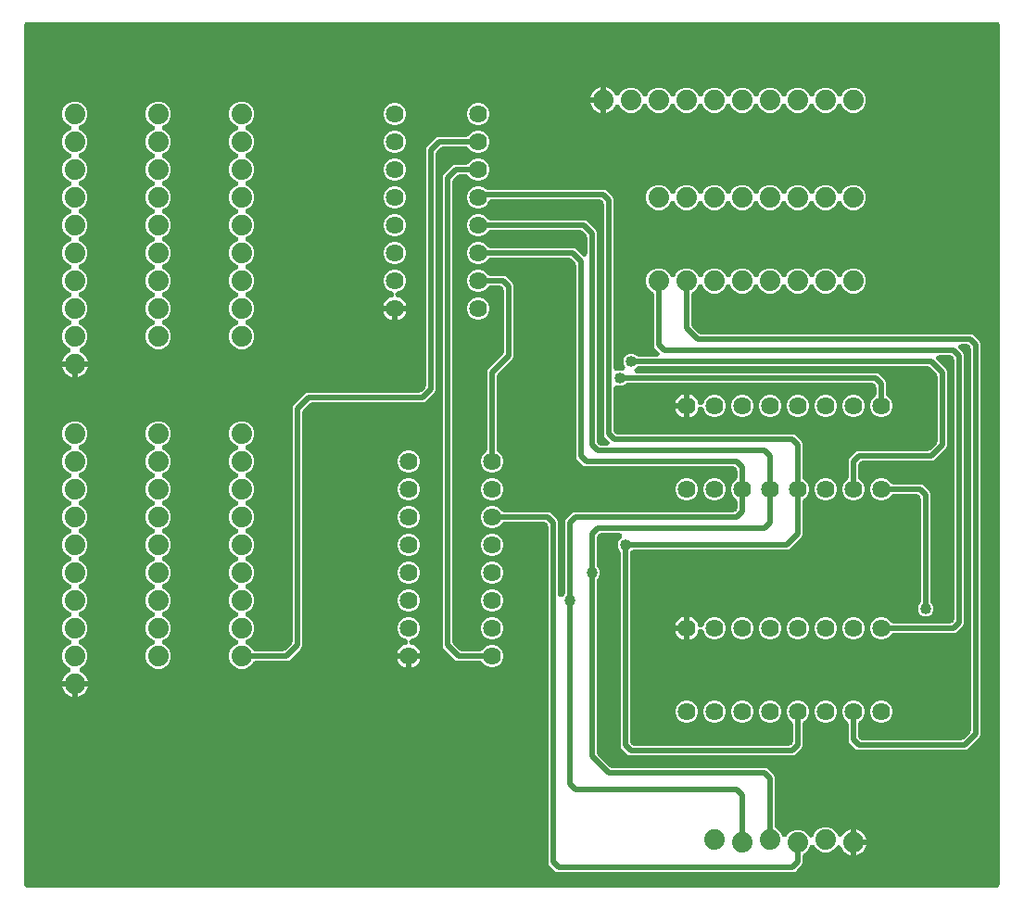
<source format=gbr>
G04 EAGLE Gerber RS-274X export*
G75*
%MOMM*%
%FSLAX34Y34*%
%LPD*%
%INBottom Copper*%
%IPPOS*%
%AMOC8*
5,1,8,0,0,1.08239X$1,22.5*%
G01*
%ADD10C,1.879600*%
%ADD11C,1.625600*%
%ADD12C,0.508000*%
%ADD13C,1.016000*%

G36*
X892923Y4576D02*
X892923Y4576D01*
X892957Y4574D01*
X893146Y4596D01*
X893337Y4613D01*
X893370Y4622D01*
X893404Y4626D01*
X893587Y4681D01*
X893771Y4731D01*
X893802Y4746D01*
X893835Y4756D01*
X894006Y4843D01*
X894178Y4925D01*
X894206Y4945D01*
X894237Y4960D01*
X894389Y5076D01*
X894544Y5187D01*
X894568Y5212D01*
X894595Y5232D01*
X894724Y5372D01*
X894858Y5509D01*
X894877Y5538D01*
X894901Y5564D01*
X895003Y5725D01*
X895110Y5882D01*
X895124Y5914D01*
X895142Y5943D01*
X895215Y6120D01*
X895292Y6294D01*
X895300Y6328D01*
X895313Y6360D01*
X895353Y6547D01*
X895399Y6732D01*
X895401Y6766D01*
X895408Y6800D01*
X895427Y7112D01*
X895427Y792888D01*
X895424Y792923D01*
X895426Y792957D01*
X895404Y793146D01*
X895387Y793337D01*
X895378Y793370D01*
X895374Y793404D01*
X895319Y793587D01*
X895269Y793771D01*
X895254Y793802D01*
X895244Y793835D01*
X895157Y794006D01*
X895075Y794178D01*
X895055Y794206D01*
X895040Y794237D01*
X894924Y794389D01*
X894813Y794544D01*
X894788Y794568D01*
X894768Y794595D01*
X894628Y794724D01*
X894491Y794858D01*
X894462Y794877D01*
X894436Y794901D01*
X894275Y795003D01*
X894118Y795110D01*
X894086Y795124D01*
X894057Y795142D01*
X893880Y795215D01*
X893706Y795292D01*
X893672Y795300D01*
X893640Y795313D01*
X893453Y795353D01*
X893268Y795399D01*
X893234Y795401D01*
X893200Y795408D01*
X892888Y795427D01*
X7112Y795427D01*
X7077Y795424D01*
X7043Y795426D01*
X6854Y795404D01*
X6663Y795387D01*
X6630Y795378D01*
X6596Y795374D01*
X6413Y795319D01*
X6229Y795269D01*
X6198Y795254D01*
X6165Y795244D01*
X5994Y795157D01*
X5822Y795075D01*
X5794Y795055D01*
X5763Y795040D01*
X5611Y794924D01*
X5456Y794813D01*
X5432Y794788D01*
X5405Y794768D01*
X5276Y794628D01*
X5142Y794491D01*
X5123Y794462D01*
X5099Y794436D01*
X4997Y794275D01*
X4890Y794118D01*
X4876Y794086D01*
X4858Y794057D01*
X4785Y793880D01*
X4708Y793706D01*
X4700Y793672D01*
X4687Y793640D01*
X4647Y793453D01*
X4601Y793268D01*
X4599Y793234D01*
X4592Y793200D01*
X4573Y792888D01*
X4573Y7112D01*
X4576Y7077D01*
X4574Y7043D01*
X4596Y6854D01*
X4613Y6663D01*
X4622Y6630D01*
X4626Y6596D01*
X4681Y6413D01*
X4731Y6229D01*
X4746Y6198D01*
X4756Y6165D01*
X4843Y5994D01*
X4925Y5822D01*
X4945Y5794D01*
X4960Y5763D01*
X5076Y5611D01*
X5187Y5456D01*
X5212Y5432D01*
X5232Y5405D01*
X5372Y5276D01*
X5509Y5142D01*
X5538Y5123D01*
X5564Y5099D01*
X5725Y4997D01*
X5882Y4890D01*
X5914Y4876D01*
X5943Y4858D01*
X6120Y4785D01*
X6294Y4708D01*
X6328Y4700D01*
X6360Y4687D01*
X6547Y4647D01*
X6732Y4601D01*
X6766Y4599D01*
X6800Y4592D01*
X7112Y4573D01*
X892888Y4573D01*
X892923Y4576D01*
G37*
%LPC*%
G36*
X491850Y18287D02*
X491850Y18287D01*
X490170Y18983D01*
X483803Y25350D01*
X483107Y27030D01*
X483107Y334874D01*
X483093Y335038D01*
X483086Y335202D01*
X483073Y335262D01*
X483067Y335323D01*
X483024Y335481D01*
X482988Y335642D01*
X482965Y335698D01*
X482949Y335757D01*
X482879Y335905D01*
X482815Y336057D01*
X482782Y336109D01*
X482755Y336164D01*
X482660Y336297D01*
X482570Y336435D01*
X482519Y336493D01*
X482493Y336530D01*
X482450Y336572D01*
X482364Y336670D01*
X481450Y337584D01*
X481323Y337689D01*
X481203Y337801D01*
X481151Y337833D01*
X481104Y337872D01*
X480962Y337954D01*
X480823Y338042D01*
X480766Y338066D01*
X480713Y338096D01*
X480558Y338151D01*
X480406Y338213D01*
X480347Y338226D01*
X480289Y338247D01*
X480127Y338273D01*
X479966Y338308D01*
X479889Y338313D01*
X479845Y338320D01*
X479784Y338319D01*
X479654Y338327D01*
X442600Y338327D01*
X442388Y338308D01*
X442177Y338292D01*
X442165Y338289D01*
X442152Y338287D01*
X441946Y338231D01*
X441742Y338178D01*
X441730Y338172D01*
X441718Y338169D01*
X441526Y338078D01*
X441333Y337988D01*
X441322Y337981D01*
X441311Y337975D01*
X441139Y337852D01*
X440964Y337730D01*
X440955Y337721D01*
X440945Y337713D01*
X440796Y337561D01*
X440647Y337410D01*
X440640Y337400D01*
X440631Y337391D01*
X440570Y337300D01*
X437556Y334286D01*
X433821Y332739D01*
X429779Y332739D01*
X426044Y334286D01*
X423186Y337144D01*
X421639Y340879D01*
X421639Y344921D01*
X423186Y348656D01*
X426044Y351514D01*
X429779Y353061D01*
X433821Y353061D01*
X437556Y351514D01*
X440582Y348487D01*
X440593Y348474D01*
X440721Y348305D01*
X440730Y348296D01*
X440738Y348286D01*
X440896Y348143D01*
X441052Y347999D01*
X441063Y347993D01*
X441072Y347984D01*
X441252Y347872D01*
X441432Y347758D01*
X441444Y347753D01*
X441455Y347746D01*
X441653Y347667D01*
X441848Y347587D01*
X441861Y347584D01*
X441873Y347579D01*
X442080Y347537D01*
X442289Y347492D01*
X442304Y347491D01*
X442314Y347489D01*
X442352Y347488D01*
X442600Y347473D01*
X483510Y347473D01*
X485190Y346777D01*
X491557Y340410D01*
X492253Y338730D01*
X492253Y272222D01*
X492264Y272093D01*
X492266Y271962D01*
X492284Y271869D01*
X492293Y271773D01*
X492327Y271648D01*
X492352Y271520D01*
X492386Y271431D01*
X492411Y271339D01*
X492467Y271222D01*
X492514Y271100D01*
X492564Y271018D01*
X492605Y270932D01*
X492680Y270827D01*
X492748Y270716D01*
X492811Y270644D01*
X492867Y270566D01*
X492960Y270475D01*
X493046Y270378D01*
X493121Y270319D01*
X493189Y270252D01*
X493297Y270179D01*
X493399Y270099D01*
X493483Y270054D01*
X493562Y270000D01*
X493681Y269948D01*
X493796Y269886D01*
X493887Y269857D01*
X493974Y269818D01*
X494101Y269787D01*
X494224Y269747D01*
X494319Y269734D01*
X494412Y269711D01*
X494541Y269703D01*
X494670Y269686D01*
X494766Y269689D01*
X494861Y269684D01*
X494990Y269699D01*
X495120Y269704D01*
X495213Y269725D01*
X495308Y269736D01*
X495433Y269773D01*
X495560Y269802D01*
X495648Y269838D01*
X495739Y269866D01*
X495855Y269925D01*
X495975Y269975D01*
X496056Y270027D01*
X496141Y270070D01*
X496244Y270149D01*
X496353Y270219D01*
X496451Y270306D01*
X496499Y270342D01*
X496530Y270375D01*
X496588Y270426D01*
X497604Y271442D01*
X497709Y271569D01*
X497821Y271690D01*
X497853Y271741D01*
X497892Y271788D01*
X497974Y271930D01*
X498062Y272069D01*
X498086Y272126D01*
X498116Y272179D01*
X498171Y272334D01*
X498233Y272486D01*
X498246Y272545D01*
X498267Y272603D01*
X498293Y272765D01*
X498328Y272926D01*
X498333Y273003D01*
X498340Y273047D01*
X498339Y273108D01*
X498347Y273238D01*
X498347Y338730D01*
X499043Y340410D01*
X505410Y346777D01*
X507090Y347473D01*
X652374Y347473D01*
X652538Y347487D01*
X652702Y347494D01*
X652762Y347507D01*
X652823Y347513D01*
X652981Y347556D01*
X653142Y347592D01*
X653198Y347615D01*
X653257Y347631D01*
X653405Y347702D01*
X653557Y347765D01*
X653609Y347798D01*
X653664Y347825D01*
X653797Y347920D01*
X653936Y348010D01*
X653993Y348061D01*
X654030Y348087D01*
X654072Y348130D01*
X654170Y348216D01*
X655084Y349130D01*
X655189Y349257D01*
X655301Y349377D01*
X655333Y349429D01*
X655372Y349476D01*
X655454Y349618D01*
X655542Y349757D01*
X655566Y349814D01*
X655596Y349867D01*
X655651Y350022D01*
X655713Y350174D01*
X655726Y350233D01*
X655747Y350291D01*
X655773Y350453D01*
X655808Y350614D01*
X655813Y350691D01*
X655820Y350735D01*
X655819Y350796D01*
X655827Y350926D01*
X655827Y357500D01*
X655809Y357710D01*
X655792Y357922D01*
X655789Y357935D01*
X655787Y357948D01*
X655731Y358153D01*
X655678Y358358D01*
X655672Y358370D01*
X655669Y358382D01*
X655578Y358574D01*
X655489Y358766D01*
X655481Y358777D01*
X655475Y358789D01*
X655352Y358961D01*
X655230Y359135D01*
X655221Y359144D01*
X655213Y359155D01*
X655061Y359304D01*
X654911Y359452D01*
X654900Y359460D01*
X654891Y359469D01*
X654801Y359530D01*
X651786Y362544D01*
X650239Y366279D01*
X650239Y370321D01*
X651786Y374056D01*
X654813Y377083D01*
X654827Y377093D01*
X654995Y377221D01*
X655004Y377231D01*
X655015Y377239D01*
X655157Y377396D01*
X655301Y377552D01*
X655308Y377563D01*
X655317Y377573D01*
X655428Y377753D01*
X655542Y377932D01*
X655547Y377944D01*
X655554Y377955D01*
X655633Y378152D01*
X655713Y378348D01*
X655716Y378361D01*
X655721Y378374D01*
X655763Y378580D01*
X655808Y378789D01*
X655809Y378805D01*
X655811Y378815D01*
X655812Y378854D01*
X655827Y379100D01*
X655827Y385674D01*
X655813Y385838D01*
X655806Y386002D01*
X655793Y386062D01*
X655787Y386123D01*
X655744Y386281D01*
X655708Y386442D01*
X655685Y386498D01*
X655669Y386557D01*
X655598Y386705D01*
X655535Y386857D01*
X655502Y386909D01*
X655475Y386964D01*
X655380Y387097D01*
X655290Y387235D01*
X655239Y387293D01*
X655213Y387330D01*
X655170Y387372D01*
X655084Y387470D01*
X654170Y388384D01*
X654043Y388489D01*
X653923Y388601D01*
X653871Y388633D01*
X653824Y388672D01*
X653682Y388754D01*
X653543Y388842D01*
X653486Y388866D01*
X653433Y388896D01*
X653278Y388951D01*
X653126Y389013D01*
X653067Y389026D01*
X653009Y389047D01*
X652847Y389073D01*
X652686Y389108D01*
X652609Y389113D01*
X652565Y389120D01*
X652504Y389119D01*
X652374Y389127D01*
X517250Y389127D01*
X515570Y389823D01*
X509203Y396190D01*
X508507Y397870D01*
X508507Y573634D01*
X508493Y573798D01*
X508486Y573962D01*
X508473Y574022D01*
X508467Y574083D01*
X508424Y574241D01*
X508388Y574402D01*
X508365Y574458D01*
X508349Y574517D01*
X508278Y574665D01*
X508215Y574817D01*
X508182Y574869D01*
X508155Y574924D01*
X508060Y575057D01*
X507970Y575195D01*
X507919Y575253D01*
X507893Y575290D01*
X507850Y575332D01*
X507764Y575430D01*
X504310Y578884D01*
X504183Y578989D01*
X504063Y579101D01*
X504011Y579133D01*
X503964Y579172D01*
X503822Y579254D01*
X503683Y579342D01*
X503626Y579366D01*
X503573Y579396D01*
X503418Y579451D01*
X503266Y579513D01*
X503207Y579526D01*
X503149Y579547D01*
X502987Y579573D01*
X502826Y579608D01*
X502749Y579613D01*
X502705Y579620D01*
X502644Y579619D01*
X502514Y579627D01*
X429900Y579627D01*
X429690Y579609D01*
X429478Y579592D01*
X429465Y579589D01*
X429452Y579587D01*
X429247Y579531D01*
X429042Y579478D01*
X429030Y579472D01*
X429018Y579469D01*
X428826Y579378D01*
X428634Y579289D01*
X428623Y579281D01*
X428611Y579275D01*
X428439Y579152D01*
X428265Y579030D01*
X428256Y579021D01*
X428245Y579013D01*
X428096Y578861D01*
X427948Y578711D01*
X427940Y578700D01*
X427931Y578691D01*
X427870Y578601D01*
X424856Y575586D01*
X421121Y574039D01*
X417079Y574039D01*
X413344Y575586D01*
X410486Y578444D01*
X408939Y582179D01*
X408939Y586221D01*
X410486Y589956D01*
X413344Y592814D01*
X417079Y594361D01*
X421121Y594361D01*
X424856Y592814D01*
X427883Y589787D01*
X427893Y589773D01*
X428021Y589605D01*
X428031Y589596D01*
X428039Y589585D01*
X428196Y589443D01*
X428352Y589299D01*
X428363Y589292D01*
X428373Y589283D01*
X428553Y589172D01*
X428732Y589058D01*
X428744Y589053D01*
X428755Y589046D01*
X428952Y588967D01*
X429148Y588887D01*
X429161Y588884D01*
X429174Y588879D01*
X429380Y588837D01*
X429589Y588792D01*
X429605Y588791D01*
X429615Y588789D01*
X429654Y588788D01*
X429900Y588773D01*
X506370Y588773D01*
X508050Y588077D01*
X514332Y581794D01*
X514432Y581711D01*
X514525Y581620D01*
X514605Y581567D01*
X514678Y581505D01*
X514791Y581441D01*
X514898Y581368D01*
X514986Y581329D01*
X515069Y581282D01*
X515191Y581239D01*
X515310Y581186D01*
X515403Y581163D01*
X515493Y581131D01*
X515621Y581110D01*
X515748Y581079D01*
X515843Y581073D01*
X515937Y581058D01*
X516067Y581060D01*
X516197Y581052D01*
X516292Y581063D01*
X516388Y581064D01*
X516515Y581089D01*
X516644Y581104D01*
X516736Y581131D01*
X516830Y581149D01*
X516951Y581196D01*
X517075Y581234D01*
X517160Y581277D01*
X517250Y581312D01*
X517361Y581379D01*
X517477Y581438D01*
X517553Y581496D01*
X517634Y581546D01*
X517732Y581632D01*
X517835Y581710D01*
X517900Y581780D01*
X517972Y581844D01*
X518052Y581946D01*
X518141Y582041D01*
X518192Y582122D01*
X518251Y582197D01*
X518312Y582311D01*
X518382Y582421D01*
X518419Y582510D01*
X518464Y582594D01*
X518504Y582717D01*
X518553Y582838D01*
X518573Y582931D01*
X518603Y583022D01*
X518621Y583151D01*
X518648Y583278D01*
X518656Y583408D01*
X518664Y583468D01*
X518663Y583513D01*
X518667Y583590D01*
X518667Y599034D01*
X518653Y599198D01*
X518646Y599362D01*
X518633Y599422D01*
X518627Y599483D01*
X518584Y599641D01*
X518548Y599802D01*
X518525Y599858D01*
X518509Y599917D01*
X518438Y600065D01*
X518375Y600217D01*
X518342Y600269D01*
X518315Y600324D01*
X518220Y600457D01*
X518130Y600595D01*
X518079Y600653D01*
X518053Y600690D01*
X518010Y600732D01*
X517924Y600830D01*
X514470Y604284D01*
X514343Y604389D01*
X514223Y604501D01*
X514171Y604533D01*
X514124Y604572D01*
X513982Y604654D01*
X513843Y604742D01*
X513786Y604766D01*
X513733Y604796D01*
X513578Y604851D01*
X513426Y604913D01*
X513367Y604926D01*
X513309Y604947D01*
X513147Y604973D01*
X512986Y605008D01*
X512909Y605013D01*
X512865Y605020D01*
X512804Y605019D01*
X512674Y605027D01*
X429900Y605027D01*
X429690Y605009D01*
X429478Y604992D01*
X429465Y604989D01*
X429452Y604987D01*
X429247Y604931D01*
X429042Y604878D01*
X429030Y604872D01*
X429018Y604869D01*
X428826Y604778D01*
X428634Y604689D01*
X428623Y604681D01*
X428611Y604675D01*
X428439Y604552D01*
X428265Y604430D01*
X428256Y604421D01*
X428245Y604413D01*
X428096Y604261D01*
X427948Y604111D01*
X427940Y604100D01*
X427931Y604091D01*
X427870Y604001D01*
X424856Y600986D01*
X421121Y599439D01*
X417079Y599439D01*
X413344Y600986D01*
X410486Y603844D01*
X408939Y607579D01*
X408939Y611621D01*
X410486Y615356D01*
X413344Y618214D01*
X417079Y619761D01*
X421121Y619761D01*
X424856Y618214D01*
X427883Y615187D01*
X427893Y615173D01*
X428021Y615005D01*
X428031Y614996D01*
X428039Y614985D01*
X428196Y614843D01*
X428352Y614699D01*
X428363Y614692D01*
X428373Y614683D01*
X428553Y614572D01*
X428732Y614458D01*
X428744Y614453D01*
X428755Y614446D01*
X428952Y614367D01*
X429148Y614287D01*
X429161Y614284D01*
X429174Y614279D01*
X429380Y614237D01*
X429589Y614192D01*
X429605Y614191D01*
X429615Y614189D01*
X429654Y614188D01*
X429900Y614173D01*
X516530Y614173D01*
X518210Y613477D01*
X527117Y604570D01*
X527813Y602890D01*
X527813Y411886D01*
X527827Y411722D01*
X527834Y411558D01*
X527847Y411498D01*
X527853Y411437D01*
X527896Y411279D01*
X527932Y411118D01*
X527955Y411062D01*
X527971Y411003D01*
X528042Y410855D01*
X528105Y410703D01*
X528138Y410651D01*
X528165Y410596D01*
X528260Y410463D01*
X528350Y410325D01*
X528401Y410267D01*
X528427Y410230D01*
X528470Y410188D01*
X528556Y410090D01*
X529470Y409176D01*
X529597Y409071D01*
X529717Y408959D01*
X529769Y408927D01*
X529816Y408888D01*
X529958Y408806D01*
X530097Y408718D01*
X530154Y408694D01*
X530207Y408664D01*
X530362Y408609D01*
X530514Y408547D01*
X530573Y408534D01*
X530631Y408513D01*
X530793Y408487D01*
X530954Y408452D01*
X531031Y408447D01*
X531075Y408440D01*
X531136Y408441D01*
X531266Y408433D01*
X536550Y408433D01*
X536680Y408444D01*
X536810Y408446D01*
X536903Y408464D01*
X536999Y408473D01*
X537124Y408507D01*
X537252Y408532D01*
X537341Y408566D01*
X537433Y408591D01*
X537550Y408647D01*
X537672Y408694D01*
X537754Y408744D01*
X537840Y408785D01*
X537945Y408860D01*
X538057Y408928D01*
X538128Y408991D01*
X538206Y409047D01*
X538296Y409140D01*
X538394Y409226D01*
X538453Y409301D01*
X538520Y409369D01*
X538593Y409477D01*
X538673Y409579D01*
X538718Y409663D01*
X538772Y409742D01*
X538825Y409861D01*
X538886Y409976D01*
X538915Y410067D01*
X538954Y410154D01*
X538985Y410281D01*
X539025Y410404D01*
X539038Y410499D01*
X539061Y410592D01*
X539069Y410721D01*
X539087Y410850D01*
X539083Y410946D01*
X539088Y411041D01*
X539073Y411170D01*
X539068Y411300D01*
X539047Y411393D01*
X539036Y411488D01*
X538999Y411613D01*
X538971Y411740D01*
X538934Y411828D01*
X538906Y411919D01*
X538847Y412035D01*
X538797Y412155D01*
X538745Y412235D01*
X538702Y412321D01*
X538623Y412424D01*
X538553Y412533D01*
X538467Y412631D01*
X538430Y412679D01*
X538397Y412710D01*
X538346Y412768D01*
X534603Y416510D01*
X533907Y418190D01*
X533907Y629514D01*
X533893Y629678D01*
X533886Y629842D01*
X533873Y629902D01*
X533867Y629963D01*
X533824Y630121D01*
X533788Y630282D01*
X533765Y630338D01*
X533749Y630397D01*
X533678Y630545D01*
X533615Y630697D01*
X533582Y630749D01*
X533555Y630804D01*
X533460Y630937D01*
X533370Y631076D01*
X533319Y631133D01*
X533293Y631170D01*
X533250Y631212D01*
X533164Y631310D01*
X532250Y632224D01*
X532123Y632329D01*
X532003Y632441D01*
X531951Y632473D01*
X531904Y632512D01*
X531762Y632594D01*
X531623Y632682D01*
X531566Y632706D01*
X531513Y632736D01*
X531358Y632791D01*
X531206Y632853D01*
X531147Y632866D01*
X531089Y632887D01*
X530927Y632913D01*
X530766Y632948D01*
X530689Y632953D01*
X530645Y632960D01*
X530584Y632959D01*
X530454Y632967D01*
X430953Y632967D01*
X430741Y632948D01*
X430530Y632932D01*
X430517Y632929D01*
X430504Y632927D01*
X430298Y632871D01*
X430094Y632818D01*
X430082Y632812D01*
X430070Y632809D01*
X429879Y632718D01*
X429686Y632629D01*
X429675Y632621D01*
X429663Y632615D01*
X429491Y632493D01*
X429317Y632370D01*
X429308Y632361D01*
X429297Y632353D01*
X429148Y632201D01*
X429000Y632051D01*
X428992Y632040D01*
X428983Y632031D01*
X428864Y631855D01*
X428744Y631681D01*
X428737Y631666D01*
X428731Y631658D01*
X428715Y631622D01*
X428607Y631400D01*
X427714Y629244D01*
X424856Y626386D01*
X421121Y624839D01*
X417079Y624839D01*
X413344Y626386D01*
X410486Y629244D01*
X408939Y632979D01*
X408939Y637021D01*
X410486Y640756D01*
X413344Y643614D01*
X417079Y645161D01*
X421121Y645161D01*
X424856Y643614D01*
X425613Y642856D01*
X425739Y642751D01*
X425860Y642639D01*
X425912Y642607D01*
X425958Y642568D01*
X426101Y642486D01*
X426240Y642398D01*
X426296Y642374D01*
X426349Y642344D01*
X426504Y642289D01*
X426656Y642227D01*
X426716Y642214D01*
X426774Y642193D01*
X426936Y642167D01*
X427097Y642132D01*
X427174Y642127D01*
X427218Y642120D01*
X427279Y642121D01*
X427409Y642113D01*
X534310Y642113D01*
X535990Y641417D01*
X537633Y639773D01*
X537634Y639773D01*
X540713Y636694D01*
X542357Y635050D01*
X543053Y633370D01*
X543053Y479085D01*
X543060Y479003D01*
X543058Y478920D01*
X543080Y478779D01*
X543093Y478636D01*
X543114Y478557D01*
X543127Y478475D01*
X543173Y478340D01*
X543211Y478202D01*
X543247Y478128D01*
X543273Y478050D01*
X543343Y477924D01*
X543405Y477795D01*
X543452Y477728D01*
X543493Y477656D01*
X543583Y477545D01*
X543667Y477429D01*
X543726Y477372D01*
X543778Y477308D01*
X543887Y477215D01*
X543989Y477115D01*
X544058Y477069D01*
X544120Y477015D01*
X544244Y476943D01*
X544362Y476863D01*
X544438Y476830D01*
X544509Y476788D01*
X544643Y476739D01*
X544774Y476681D01*
X544854Y476661D01*
X544932Y476633D01*
X545073Y476608D01*
X545212Y476574D01*
X545294Y476569D01*
X545375Y476555D01*
X545518Y476555D01*
X545661Y476546D01*
X545743Y476556D01*
X545825Y476556D01*
X545966Y476582D01*
X546108Y476598D01*
X546187Y476622D01*
X546268Y476637D01*
X546502Y476717D01*
X546539Y476729D01*
X546549Y476734D01*
X546564Y476739D01*
X547225Y477013D01*
X550102Y477013D01*
X550229Y476967D01*
X550276Y476960D01*
X550322Y476945D01*
X550497Y476923D01*
X550673Y476894D01*
X550721Y476895D01*
X550768Y476889D01*
X550945Y476898D01*
X551124Y476900D01*
X551171Y476909D01*
X551218Y476912D01*
X551391Y476952D01*
X551566Y476986D01*
X551610Y477003D01*
X551657Y477014D01*
X551820Y477084D01*
X551986Y477148D01*
X552026Y477173D01*
X552070Y477192D01*
X552219Y477289D01*
X552370Y477382D01*
X552406Y477413D01*
X552446Y477440D01*
X552575Y477563D01*
X552708Y477680D01*
X552737Y477717D01*
X552772Y477750D01*
X552877Y477894D01*
X552987Y478033D01*
X553010Y478075D01*
X553038Y478114D01*
X553116Y478274D01*
X553200Y478430D01*
X553215Y478475D01*
X553236Y478518D01*
X553284Y478690D01*
X553339Y478858D01*
X553345Y478905D01*
X553359Y478951D01*
X553376Y479128D01*
X553400Y479304D01*
X553398Y479352D01*
X553403Y479399D01*
X553389Y479576D01*
X553382Y479754D01*
X553372Y479801D01*
X553368Y479848D01*
X553323Y480020D01*
X553284Y480194D01*
X553266Y480238D01*
X553254Y480284D01*
X553179Y480445D01*
X553111Y480609D01*
X553085Y480649D01*
X553065Y480693D01*
X552963Y480838D01*
X552867Y480987D01*
X552827Y481032D01*
X552807Y481061D01*
X552780Y481088D01*
X551687Y483725D01*
X551687Y486555D01*
X552770Y489169D01*
X554771Y491170D01*
X557385Y492253D01*
X560215Y492253D01*
X562829Y491170D01*
X563542Y490456D01*
X563669Y490351D01*
X563790Y490239D01*
X563841Y490207D01*
X563888Y490168D01*
X564031Y490086D01*
X564169Y489998D01*
X564226Y489974D01*
X564279Y489944D01*
X564434Y489889D01*
X564586Y489827D01*
X564646Y489814D01*
X564703Y489793D01*
X564865Y489767D01*
X565026Y489732D01*
X565103Y489727D01*
X565147Y489720D01*
X565208Y489721D01*
X565338Y489713D01*
X582270Y489713D01*
X582400Y489724D01*
X582530Y489726D01*
X582623Y489744D01*
X582719Y489753D01*
X582844Y489787D01*
X582972Y489812D01*
X583061Y489846D01*
X583153Y489871D01*
X583270Y489927D01*
X583392Y489974D01*
X583474Y490024D01*
X583560Y490065D01*
X583665Y490140D01*
X583777Y490208D01*
X583848Y490271D01*
X583926Y490327D01*
X584016Y490420D01*
X584114Y490506D01*
X584173Y490581D01*
X584240Y490649D01*
X584313Y490757D01*
X584393Y490859D01*
X584438Y490943D01*
X584492Y491022D01*
X584545Y491141D01*
X584606Y491256D01*
X584635Y491347D01*
X584674Y491434D01*
X584705Y491561D01*
X584745Y491684D01*
X584758Y491779D01*
X584781Y491872D01*
X584789Y492001D01*
X584807Y492130D01*
X584803Y492226D01*
X584808Y492321D01*
X584793Y492450D01*
X584788Y492580D01*
X584767Y492673D01*
X584756Y492768D01*
X584719Y492893D01*
X584691Y493020D01*
X584654Y493108D01*
X584626Y493199D01*
X584567Y493315D01*
X584517Y493435D01*
X584465Y493515D01*
X584422Y493601D01*
X584343Y493704D01*
X584273Y493813D01*
X584187Y493911D01*
X584150Y493959D01*
X584117Y493990D01*
X584066Y494048D01*
X581967Y496146D01*
X580323Y497790D01*
X579627Y499470D01*
X579627Y546625D01*
X579608Y546836D01*
X579592Y547047D01*
X579589Y547060D01*
X579587Y547073D01*
X579531Y547278D01*
X579478Y547483D01*
X579472Y547495D01*
X579469Y547508D01*
X579378Y547698D01*
X579289Y547892D01*
X579281Y547903D01*
X579275Y547914D01*
X579153Y548086D01*
X579030Y548260D01*
X579021Y548270D01*
X579013Y548280D01*
X578861Y548429D01*
X578711Y548578D01*
X578700Y548585D01*
X578691Y548595D01*
X578515Y548713D01*
X578341Y548834D01*
X578326Y548841D01*
X578318Y548847D01*
X578282Y548863D01*
X578060Y548971D01*
X577725Y549109D01*
X574510Y552325D01*
X572769Y556526D01*
X572769Y561074D01*
X574510Y565275D01*
X577725Y568490D01*
X581926Y570231D01*
X586474Y570231D01*
X590675Y568490D01*
X593891Y565275D01*
X594554Y563673D01*
X594614Y563558D01*
X594666Y563438D01*
X594718Y563359D01*
X594763Y563274D01*
X594842Y563171D01*
X594914Y563063D01*
X594980Y562994D01*
X595038Y562918D01*
X595135Y562831D01*
X595224Y562737D01*
X595302Y562680D01*
X595372Y562616D01*
X595483Y562548D01*
X595588Y562471D01*
X595674Y562429D01*
X595755Y562378D01*
X595875Y562330D01*
X595992Y562273D01*
X596084Y562247D01*
X596173Y562212D01*
X596300Y562186D01*
X596426Y562150D01*
X596521Y562141D01*
X596614Y562122D01*
X596744Y562119D01*
X596874Y562106D01*
X596969Y562113D01*
X597064Y562111D01*
X597193Y562131D01*
X597323Y562141D01*
X597415Y562165D01*
X597509Y562180D01*
X597632Y562222D01*
X597758Y562255D01*
X597845Y562295D01*
X597935Y562326D01*
X598049Y562389D01*
X598167Y562444D01*
X598245Y562499D01*
X598328Y562545D01*
X598429Y562628D01*
X598536Y562702D01*
X598603Y562770D01*
X598677Y562831D01*
X598761Y562930D01*
X598853Y563022D01*
X598907Y563100D01*
X598969Y563173D01*
X599035Y563285D01*
X599109Y563392D01*
X599166Y563509D01*
X599197Y563562D01*
X599212Y563604D01*
X599246Y563673D01*
X599909Y565275D01*
X603125Y568490D01*
X607326Y570231D01*
X611874Y570231D01*
X616075Y568490D01*
X619291Y565275D01*
X619954Y563673D01*
X620014Y563558D01*
X620066Y563438D01*
X620118Y563359D01*
X620163Y563274D01*
X620242Y563171D01*
X620314Y563063D01*
X620380Y562994D01*
X620438Y562918D01*
X620535Y562831D01*
X620625Y562737D01*
X620702Y562680D01*
X620773Y562616D01*
X620883Y562548D01*
X620988Y562471D01*
X621074Y562429D01*
X621155Y562378D01*
X621276Y562330D01*
X621392Y562273D01*
X621484Y562247D01*
X621573Y562212D01*
X621701Y562186D01*
X621826Y562150D01*
X621921Y562141D01*
X622014Y562122D01*
X622144Y562119D01*
X622274Y562106D01*
X622369Y562113D01*
X622464Y562111D01*
X622593Y562131D01*
X622723Y562141D01*
X622815Y562165D01*
X622909Y562180D01*
X623032Y562222D01*
X623158Y562255D01*
X623245Y562295D01*
X623335Y562326D01*
X623449Y562389D01*
X623567Y562444D01*
X623645Y562499D01*
X623728Y562545D01*
X623829Y562628D01*
X623936Y562702D01*
X624003Y562770D01*
X624077Y562831D01*
X624161Y562930D01*
X624253Y563022D01*
X624307Y563100D01*
X624369Y563173D01*
X624435Y563285D01*
X624509Y563392D01*
X624566Y563509D01*
X624597Y563562D01*
X624612Y563604D01*
X624646Y563673D01*
X625309Y565275D01*
X628525Y568490D01*
X632726Y570231D01*
X637274Y570231D01*
X641475Y568490D01*
X644691Y565275D01*
X645354Y563673D01*
X645414Y563558D01*
X645466Y563438D01*
X645518Y563359D01*
X645563Y563274D01*
X645642Y563171D01*
X645714Y563063D01*
X645780Y562994D01*
X645838Y562918D01*
X645935Y562831D01*
X646025Y562737D01*
X646102Y562680D01*
X646173Y562616D01*
X646283Y562548D01*
X646388Y562471D01*
X646474Y562429D01*
X646555Y562378D01*
X646676Y562330D01*
X646792Y562273D01*
X646884Y562247D01*
X646973Y562212D01*
X647101Y562186D01*
X647226Y562150D01*
X647321Y562141D01*
X647414Y562122D01*
X647544Y562119D01*
X647674Y562106D01*
X647769Y562113D01*
X647864Y562111D01*
X647993Y562131D01*
X648123Y562141D01*
X648215Y562165D01*
X648309Y562180D01*
X648432Y562222D01*
X648558Y562255D01*
X648645Y562295D01*
X648735Y562326D01*
X648849Y562389D01*
X648967Y562444D01*
X649045Y562499D01*
X649128Y562545D01*
X649229Y562628D01*
X649336Y562702D01*
X649403Y562770D01*
X649477Y562831D01*
X649561Y562930D01*
X649653Y563022D01*
X649707Y563100D01*
X649769Y563173D01*
X649835Y563285D01*
X649909Y563392D01*
X649966Y563509D01*
X649997Y563562D01*
X650012Y563604D01*
X650046Y563673D01*
X650709Y565275D01*
X653925Y568490D01*
X658126Y570231D01*
X662674Y570231D01*
X666875Y568490D01*
X670091Y565275D01*
X670754Y563673D01*
X670814Y563558D01*
X670866Y563438D01*
X670918Y563359D01*
X670963Y563274D01*
X671042Y563171D01*
X671114Y563063D01*
X671180Y562994D01*
X671238Y562918D01*
X671335Y562831D01*
X671425Y562737D01*
X671502Y562680D01*
X671573Y562616D01*
X671683Y562548D01*
X671788Y562471D01*
X671874Y562429D01*
X671955Y562378D01*
X672076Y562330D01*
X672192Y562273D01*
X672284Y562247D01*
X672373Y562212D01*
X672501Y562186D01*
X672626Y562150D01*
X672721Y562141D01*
X672814Y562122D01*
X672944Y562119D01*
X673074Y562106D01*
X673169Y562113D01*
X673264Y562111D01*
X673393Y562131D01*
X673523Y562141D01*
X673615Y562165D01*
X673709Y562180D01*
X673832Y562222D01*
X673958Y562255D01*
X674045Y562295D01*
X674135Y562326D01*
X674249Y562389D01*
X674367Y562444D01*
X674445Y562499D01*
X674528Y562545D01*
X674629Y562628D01*
X674736Y562702D01*
X674803Y562770D01*
X674877Y562831D01*
X674961Y562930D01*
X675053Y563022D01*
X675107Y563100D01*
X675169Y563173D01*
X675235Y563285D01*
X675309Y563392D01*
X675366Y563509D01*
X675397Y563562D01*
X675412Y563604D01*
X675446Y563673D01*
X676109Y565275D01*
X679325Y568490D01*
X683526Y570231D01*
X688074Y570231D01*
X692275Y568490D01*
X695491Y565275D01*
X696154Y563673D01*
X696214Y563558D01*
X696266Y563438D01*
X696318Y563359D01*
X696363Y563274D01*
X696442Y563171D01*
X696514Y563063D01*
X696580Y562994D01*
X696638Y562918D01*
X696735Y562831D01*
X696825Y562737D01*
X696902Y562680D01*
X696973Y562616D01*
X697083Y562548D01*
X697188Y562471D01*
X697274Y562429D01*
X697355Y562378D01*
X697476Y562330D01*
X697592Y562273D01*
X697684Y562247D01*
X697773Y562212D01*
X697901Y562186D01*
X698026Y562150D01*
X698121Y562141D01*
X698214Y562122D01*
X698344Y562119D01*
X698474Y562106D01*
X698569Y562113D01*
X698664Y562111D01*
X698793Y562131D01*
X698923Y562141D01*
X699015Y562165D01*
X699109Y562180D01*
X699232Y562222D01*
X699358Y562255D01*
X699445Y562295D01*
X699535Y562326D01*
X699649Y562389D01*
X699767Y562444D01*
X699845Y562499D01*
X699928Y562545D01*
X700029Y562628D01*
X700136Y562702D01*
X700203Y562770D01*
X700277Y562831D01*
X700361Y562930D01*
X700453Y563022D01*
X700507Y563100D01*
X700569Y563173D01*
X700635Y563285D01*
X700709Y563392D01*
X700766Y563509D01*
X700797Y563562D01*
X700812Y563604D01*
X700846Y563673D01*
X701509Y565275D01*
X704725Y568490D01*
X708926Y570231D01*
X713474Y570231D01*
X717675Y568490D01*
X720891Y565275D01*
X721554Y563673D01*
X721614Y563558D01*
X721666Y563438D01*
X721718Y563359D01*
X721763Y563274D01*
X721842Y563171D01*
X721914Y563063D01*
X721980Y562994D01*
X722038Y562918D01*
X722135Y562831D01*
X722225Y562737D01*
X722302Y562680D01*
X722373Y562616D01*
X722483Y562548D01*
X722588Y562471D01*
X722674Y562429D01*
X722755Y562378D01*
X722876Y562330D01*
X722992Y562273D01*
X723084Y562247D01*
X723173Y562212D01*
X723301Y562186D01*
X723426Y562150D01*
X723521Y562141D01*
X723614Y562122D01*
X723744Y562119D01*
X723874Y562106D01*
X723969Y562113D01*
X724064Y562111D01*
X724193Y562131D01*
X724323Y562141D01*
X724415Y562165D01*
X724509Y562180D01*
X724632Y562222D01*
X724758Y562255D01*
X724845Y562295D01*
X724935Y562326D01*
X725049Y562389D01*
X725167Y562444D01*
X725245Y562499D01*
X725328Y562545D01*
X725429Y562628D01*
X725536Y562702D01*
X725603Y562770D01*
X725677Y562831D01*
X725761Y562930D01*
X725853Y563022D01*
X725907Y563100D01*
X725969Y563173D01*
X726035Y563285D01*
X726109Y563392D01*
X726166Y563509D01*
X726197Y563562D01*
X726212Y563604D01*
X726246Y563673D01*
X726909Y565275D01*
X730125Y568490D01*
X734326Y570231D01*
X738874Y570231D01*
X743075Y568490D01*
X746291Y565275D01*
X746954Y563673D01*
X747014Y563558D01*
X747066Y563438D01*
X747118Y563359D01*
X747163Y563274D01*
X747242Y563171D01*
X747314Y563063D01*
X747380Y562994D01*
X747438Y562918D01*
X747535Y562831D01*
X747625Y562737D01*
X747702Y562680D01*
X747773Y562616D01*
X747883Y562548D01*
X747988Y562471D01*
X748074Y562429D01*
X748155Y562378D01*
X748276Y562330D01*
X748392Y562273D01*
X748484Y562247D01*
X748573Y562212D01*
X748701Y562186D01*
X748826Y562150D01*
X748921Y562141D01*
X749014Y562122D01*
X749144Y562119D01*
X749274Y562106D01*
X749369Y562113D01*
X749464Y562111D01*
X749593Y562131D01*
X749723Y562141D01*
X749815Y562165D01*
X749909Y562180D01*
X750032Y562222D01*
X750158Y562255D01*
X750245Y562295D01*
X750335Y562326D01*
X750449Y562389D01*
X750567Y562444D01*
X750645Y562499D01*
X750728Y562545D01*
X750829Y562628D01*
X750936Y562702D01*
X751003Y562770D01*
X751077Y562831D01*
X751161Y562930D01*
X751253Y563022D01*
X751307Y563100D01*
X751369Y563173D01*
X751435Y563285D01*
X751509Y563392D01*
X751566Y563509D01*
X751597Y563562D01*
X751612Y563604D01*
X751646Y563673D01*
X752309Y565275D01*
X755525Y568490D01*
X759726Y570231D01*
X764274Y570231D01*
X768475Y568490D01*
X771690Y565275D01*
X773431Y561074D01*
X773431Y556526D01*
X771690Y552325D01*
X768475Y549110D01*
X764274Y547369D01*
X759726Y547369D01*
X755525Y549110D01*
X752309Y552325D01*
X751646Y553927D01*
X751586Y554042D01*
X751534Y554162D01*
X751482Y554241D01*
X751437Y554326D01*
X751358Y554429D01*
X751286Y554537D01*
X751220Y554606D01*
X751162Y554682D01*
X751065Y554769D01*
X750976Y554863D01*
X750898Y554920D01*
X750828Y554984D01*
X750717Y555052D01*
X750612Y555129D01*
X750526Y555171D01*
X750445Y555222D01*
X750325Y555270D01*
X750208Y555327D01*
X750116Y555353D01*
X750027Y555388D01*
X749900Y555414D01*
X749774Y555450D01*
X749679Y555459D01*
X749586Y555478D01*
X749456Y555481D01*
X749326Y555494D01*
X749231Y555487D01*
X749136Y555489D01*
X749007Y555469D01*
X748877Y555459D01*
X748785Y555435D01*
X748691Y555420D01*
X748568Y555378D01*
X748442Y555345D01*
X748355Y555305D01*
X748265Y555274D01*
X748151Y555211D01*
X748033Y555156D01*
X747955Y555101D01*
X747872Y555055D01*
X747771Y554972D01*
X747664Y554898D01*
X747597Y554830D01*
X747523Y554769D01*
X747439Y554670D01*
X747347Y554578D01*
X747293Y554500D01*
X747231Y554427D01*
X747165Y554315D01*
X747091Y554208D01*
X747034Y554091D01*
X747003Y554038D01*
X746988Y553996D01*
X746954Y553927D01*
X746291Y552325D01*
X743075Y549110D01*
X738874Y547369D01*
X734326Y547369D01*
X730125Y549110D01*
X726909Y552325D01*
X726246Y553927D01*
X726186Y554042D01*
X726134Y554162D01*
X726082Y554241D01*
X726037Y554326D01*
X725958Y554429D01*
X725886Y554537D01*
X725820Y554606D01*
X725762Y554682D01*
X725665Y554769D01*
X725576Y554863D01*
X725498Y554920D01*
X725428Y554984D01*
X725317Y555052D01*
X725212Y555129D01*
X725126Y555171D01*
X725045Y555222D01*
X724925Y555270D01*
X724808Y555327D01*
X724716Y555353D01*
X724627Y555388D01*
X724500Y555414D01*
X724374Y555450D01*
X724279Y555459D01*
X724186Y555478D01*
X724056Y555481D01*
X723926Y555494D01*
X723831Y555487D01*
X723736Y555489D01*
X723607Y555469D01*
X723477Y555459D01*
X723385Y555435D01*
X723291Y555420D01*
X723168Y555378D01*
X723042Y555345D01*
X722955Y555305D01*
X722865Y555274D01*
X722751Y555211D01*
X722633Y555156D01*
X722555Y555101D01*
X722472Y555055D01*
X722371Y554972D01*
X722264Y554898D01*
X722197Y554830D01*
X722123Y554769D01*
X722039Y554670D01*
X721947Y554578D01*
X721893Y554500D01*
X721831Y554427D01*
X721765Y554315D01*
X721691Y554208D01*
X721634Y554091D01*
X721603Y554038D01*
X721588Y553996D01*
X721554Y553927D01*
X720891Y552325D01*
X717675Y549110D01*
X713474Y547369D01*
X708926Y547369D01*
X704725Y549110D01*
X701509Y552325D01*
X700846Y553927D01*
X700786Y554042D01*
X700734Y554162D01*
X700682Y554241D01*
X700637Y554326D01*
X700558Y554429D01*
X700486Y554537D01*
X700420Y554606D01*
X700362Y554682D01*
X700265Y554769D01*
X700176Y554863D01*
X700098Y554920D01*
X700028Y554984D01*
X699917Y555052D01*
X699812Y555129D01*
X699726Y555171D01*
X699645Y555222D01*
X699525Y555270D01*
X699408Y555327D01*
X699316Y555353D01*
X699227Y555388D01*
X699100Y555414D01*
X698974Y555450D01*
X698879Y555459D01*
X698786Y555478D01*
X698656Y555481D01*
X698526Y555494D01*
X698431Y555487D01*
X698336Y555489D01*
X698207Y555469D01*
X698077Y555459D01*
X697985Y555435D01*
X697891Y555420D01*
X697768Y555378D01*
X697642Y555345D01*
X697555Y555305D01*
X697465Y555274D01*
X697351Y555211D01*
X697233Y555156D01*
X697155Y555101D01*
X697072Y555055D01*
X696971Y554972D01*
X696864Y554898D01*
X696797Y554830D01*
X696723Y554769D01*
X696639Y554670D01*
X696547Y554578D01*
X696493Y554500D01*
X696431Y554427D01*
X696365Y554315D01*
X696291Y554208D01*
X696234Y554091D01*
X696203Y554038D01*
X696188Y553996D01*
X696154Y553927D01*
X695491Y552325D01*
X692275Y549110D01*
X688074Y547369D01*
X683526Y547369D01*
X679325Y549110D01*
X676109Y552325D01*
X675446Y553927D01*
X675386Y554042D01*
X675334Y554162D01*
X675282Y554241D01*
X675237Y554326D01*
X675158Y554429D01*
X675086Y554537D01*
X675020Y554606D01*
X674962Y554682D01*
X674865Y554769D01*
X674776Y554863D01*
X674698Y554920D01*
X674628Y554984D01*
X674517Y555052D01*
X674412Y555129D01*
X674326Y555171D01*
X674245Y555222D01*
X674125Y555270D01*
X674008Y555327D01*
X673916Y555353D01*
X673827Y555388D01*
X673700Y555414D01*
X673574Y555450D01*
X673479Y555459D01*
X673386Y555478D01*
X673256Y555481D01*
X673126Y555494D01*
X673031Y555487D01*
X672936Y555489D01*
X672807Y555469D01*
X672677Y555459D01*
X672585Y555435D01*
X672491Y555420D01*
X672368Y555378D01*
X672242Y555345D01*
X672155Y555305D01*
X672065Y555274D01*
X671951Y555211D01*
X671833Y555156D01*
X671755Y555101D01*
X671672Y555055D01*
X671571Y554972D01*
X671464Y554898D01*
X671397Y554830D01*
X671323Y554769D01*
X671239Y554670D01*
X671147Y554578D01*
X671093Y554500D01*
X671031Y554427D01*
X670965Y554315D01*
X670891Y554208D01*
X670834Y554091D01*
X670803Y554038D01*
X670788Y553996D01*
X670754Y553927D01*
X670091Y552325D01*
X666875Y549110D01*
X662674Y547369D01*
X658126Y547369D01*
X653925Y549110D01*
X650709Y552325D01*
X650046Y553927D01*
X649986Y554042D01*
X649934Y554162D01*
X649882Y554241D01*
X649837Y554326D01*
X649758Y554429D01*
X649686Y554537D01*
X649620Y554606D01*
X649562Y554682D01*
X649465Y554769D01*
X649376Y554863D01*
X649298Y554920D01*
X649228Y554984D01*
X649117Y555052D01*
X649012Y555129D01*
X648926Y555171D01*
X648845Y555222D01*
X648725Y555270D01*
X648608Y555327D01*
X648516Y555353D01*
X648427Y555388D01*
X648300Y555414D01*
X648174Y555450D01*
X648079Y555459D01*
X647986Y555478D01*
X647856Y555481D01*
X647726Y555494D01*
X647631Y555487D01*
X647536Y555489D01*
X647407Y555469D01*
X647277Y555459D01*
X647185Y555435D01*
X647091Y555420D01*
X646968Y555378D01*
X646842Y555345D01*
X646755Y555305D01*
X646665Y555274D01*
X646551Y555211D01*
X646433Y555156D01*
X646355Y555101D01*
X646272Y555055D01*
X646171Y554972D01*
X646064Y554898D01*
X645997Y554830D01*
X645923Y554769D01*
X645839Y554670D01*
X645747Y554578D01*
X645693Y554500D01*
X645631Y554427D01*
X645565Y554315D01*
X645491Y554208D01*
X645434Y554091D01*
X645403Y554038D01*
X645388Y553996D01*
X645354Y553927D01*
X644691Y552325D01*
X641475Y549110D01*
X637274Y547369D01*
X632726Y547369D01*
X628525Y549110D01*
X625309Y552325D01*
X624646Y553927D01*
X624586Y554042D01*
X624534Y554162D01*
X624482Y554241D01*
X624437Y554326D01*
X624358Y554429D01*
X624286Y554537D01*
X624220Y554606D01*
X624162Y554682D01*
X624065Y554769D01*
X623976Y554863D01*
X623898Y554920D01*
X623828Y554984D01*
X623717Y555052D01*
X623612Y555129D01*
X623526Y555171D01*
X623445Y555222D01*
X623325Y555270D01*
X623208Y555327D01*
X623116Y555353D01*
X623027Y555388D01*
X622900Y555414D01*
X622774Y555450D01*
X622679Y555459D01*
X622586Y555478D01*
X622456Y555481D01*
X622326Y555494D01*
X622231Y555487D01*
X622136Y555489D01*
X622007Y555469D01*
X621877Y555459D01*
X621785Y555435D01*
X621691Y555420D01*
X621568Y555378D01*
X621442Y555345D01*
X621355Y555305D01*
X621265Y555274D01*
X621151Y555211D01*
X621033Y555156D01*
X620955Y555101D01*
X620872Y555055D01*
X620771Y554972D01*
X620664Y554898D01*
X620597Y554830D01*
X620523Y554769D01*
X620439Y554670D01*
X620347Y554578D01*
X620293Y554500D01*
X620231Y554427D01*
X620165Y554315D01*
X620091Y554208D01*
X620034Y554091D01*
X620003Y554038D01*
X619988Y553996D01*
X619954Y553927D01*
X619291Y552325D01*
X616075Y549109D01*
X615740Y548971D01*
X615553Y548873D01*
X615363Y548776D01*
X615353Y548768D01*
X615341Y548762D01*
X615173Y548632D01*
X615005Y548504D01*
X614996Y548495D01*
X614985Y548487D01*
X614844Y548330D01*
X614699Y548173D01*
X614692Y548162D01*
X614684Y548152D01*
X614572Y547974D01*
X614458Y547794D01*
X614453Y547781D01*
X614446Y547770D01*
X614367Y547573D01*
X614287Y547377D01*
X614284Y547364D01*
X614279Y547352D01*
X614237Y547144D01*
X614192Y546937D01*
X614191Y546921D01*
X614189Y546911D01*
X614188Y546871D01*
X614173Y546625D01*
X614173Y518566D01*
X614187Y518402D01*
X614194Y518238D01*
X614207Y518178D01*
X614213Y518117D01*
X614256Y517959D01*
X614292Y517798D01*
X614315Y517742D01*
X614331Y517683D01*
X614402Y517535D01*
X614465Y517383D01*
X614498Y517331D01*
X614525Y517276D01*
X614620Y517143D01*
X614710Y517005D01*
X614761Y516947D01*
X614787Y516910D01*
X614830Y516868D01*
X614916Y516770D01*
X620910Y510776D01*
X621037Y510671D01*
X621157Y510559D01*
X621209Y510527D01*
X621256Y510488D01*
X621398Y510406D01*
X621537Y510318D01*
X621594Y510294D01*
X621647Y510264D01*
X621802Y510209D01*
X621954Y510147D01*
X622013Y510134D01*
X622071Y510113D01*
X622233Y510087D01*
X622394Y510052D01*
X622471Y510047D01*
X622515Y510040D01*
X622576Y510041D01*
X622706Y510033D01*
X869590Y510033D01*
X871270Y509337D01*
X877637Y502970D01*
X878333Y501290D01*
X878333Y143870D01*
X877637Y142190D01*
X866190Y130743D01*
X864510Y130047D01*
X766170Y130047D01*
X764490Y130743D01*
X758123Y137110D01*
X757427Y138790D01*
X757427Y154300D01*
X757408Y154512D01*
X757392Y154723D01*
X757389Y154735D01*
X757387Y154748D01*
X757331Y154954D01*
X757278Y155158D01*
X757272Y155170D01*
X757269Y155182D01*
X757179Y155372D01*
X757088Y155567D01*
X757081Y155578D01*
X757075Y155589D01*
X756952Y155761D01*
X756830Y155936D01*
X756821Y155945D01*
X756813Y155955D01*
X756661Y156104D01*
X756510Y156253D01*
X756500Y156260D01*
X756491Y156269D01*
X756400Y156330D01*
X753386Y159344D01*
X751839Y163079D01*
X751839Y167121D01*
X753386Y170856D01*
X756244Y173714D01*
X759979Y175261D01*
X764021Y175261D01*
X767756Y173714D01*
X770614Y170856D01*
X772161Y167121D01*
X772161Y163079D01*
X770614Y159344D01*
X767587Y156318D01*
X767574Y156307D01*
X767405Y156179D01*
X767396Y156170D01*
X767386Y156162D01*
X767243Y156004D01*
X767099Y155848D01*
X767093Y155837D01*
X767084Y155828D01*
X766972Y155648D01*
X766858Y155468D01*
X766853Y155456D01*
X766846Y155445D01*
X766767Y155247D01*
X766687Y155052D01*
X766684Y155039D01*
X766679Y155027D01*
X766637Y154820D01*
X766592Y154611D01*
X766591Y154596D01*
X766589Y154586D01*
X766588Y154548D01*
X766573Y154300D01*
X766573Y142646D01*
X766587Y142482D01*
X766594Y142318D01*
X766607Y142258D01*
X766613Y142197D01*
X766656Y142039D01*
X766692Y141878D01*
X766715Y141822D01*
X766731Y141763D01*
X766802Y141615D01*
X766865Y141463D01*
X766898Y141411D01*
X766925Y141356D01*
X767020Y141223D01*
X767110Y141085D01*
X767161Y141027D01*
X767187Y140990D01*
X767230Y140948D01*
X767316Y140850D01*
X768230Y139936D01*
X768357Y139831D01*
X768477Y139719D01*
X768529Y139687D01*
X768576Y139648D01*
X768718Y139566D01*
X768857Y139478D01*
X768914Y139454D01*
X768967Y139424D01*
X769122Y139369D01*
X769274Y139307D01*
X769333Y139294D01*
X769391Y139273D01*
X769553Y139247D01*
X769714Y139212D01*
X769791Y139207D01*
X769835Y139200D01*
X769896Y139201D01*
X770026Y139193D01*
X860654Y139193D01*
X860818Y139207D01*
X860982Y139214D01*
X861042Y139227D01*
X861103Y139233D01*
X861261Y139276D01*
X861422Y139312D01*
X861478Y139335D01*
X861537Y139351D01*
X861685Y139422D01*
X861837Y139485D01*
X861889Y139518D01*
X861944Y139545D01*
X862077Y139640D01*
X862215Y139730D01*
X862273Y139781D01*
X862310Y139807D01*
X862352Y139850D01*
X862450Y139936D01*
X868444Y145930D01*
X868549Y146057D01*
X868661Y146177D01*
X868693Y146229D01*
X868732Y146276D01*
X868814Y146418D01*
X868902Y146557D01*
X868926Y146614D01*
X868956Y146667D01*
X869011Y146822D01*
X869073Y146974D01*
X869086Y147033D01*
X869107Y147091D01*
X869133Y147253D01*
X869168Y147414D01*
X869173Y147491D01*
X869180Y147535D01*
X869179Y147596D01*
X869187Y147726D01*
X869187Y497434D01*
X869173Y497598D01*
X869166Y497762D01*
X869153Y497822D01*
X869147Y497883D01*
X869104Y498041D01*
X869068Y498202D01*
X869045Y498258D01*
X869029Y498317D01*
X868958Y498465D01*
X868895Y498617D01*
X868862Y498669D01*
X868835Y498724D01*
X868740Y498857D01*
X868650Y498995D01*
X868599Y499053D01*
X868573Y499090D01*
X868530Y499132D01*
X868444Y499230D01*
X867530Y500144D01*
X867403Y500249D01*
X867283Y500361D01*
X867231Y500393D01*
X867184Y500432D01*
X867042Y500514D01*
X866903Y500602D01*
X866846Y500626D01*
X866793Y500656D01*
X866638Y500711D01*
X866486Y500773D01*
X866427Y500786D01*
X866369Y500807D01*
X866207Y500833D01*
X866046Y500868D01*
X865969Y500873D01*
X865925Y500880D01*
X865864Y500879D01*
X865734Y500887D01*
X860450Y500887D01*
X860320Y500876D01*
X860190Y500874D01*
X860096Y500856D01*
X860001Y500847D01*
X859876Y500813D01*
X859748Y500788D01*
X859659Y500754D01*
X859567Y500729D01*
X859450Y500673D01*
X859328Y500626D01*
X859246Y500576D01*
X859160Y500535D01*
X859055Y500460D01*
X858944Y500392D01*
X858872Y500329D01*
X858794Y500273D01*
X858703Y500180D01*
X858606Y500094D01*
X858547Y500019D01*
X858480Y499951D01*
X858407Y499843D01*
X858327Y499741D01*
X858282Y499657D01*
X858228Y499578D01*
X858175Y499459D01*
X858114Y499344D01*
X858085Y499253D01*
X858046Y499166D01*
X858015Y499039D01*
X857975Y498916D01*
X857962Y498821D01*
X857939Y498728D01*
X857931Y498599D01*
X857913Y498470D01*
X857917Y498374D01*
X857912Y498279D01*
X857927Y498150D01*
X857932Y498020D01*
X857953Y497927D01*
X857964Y497832D01*
X858001Y497707D01*
X858029Y497580D01*
X858066Y497492D01*
X858094Y497401D01*
X858153Y497285D01*
X858203Y497165D01*
X858255Y497084D01*
X858298Y496999D01*
X858377Y496896D01*
X858447Y496787D01*
X858534Y496689D01*
X858570Y496641D01*
X858603Y496610D01*
X858654Y496552D01*
X860753Y494454D01*
X862397Y492810D01*
X863093Y491130D01*
X863093Y245470D01*
X862397Y243790D01*
X856030Y237423D01*
X854350Y236727D01*
X798200Y236727D01*
X797990Y236709D01*
X797778Y236692D01*
X797765Y236689D01*
X797752Y236687D01*
X797547Y236631D01*
X797342Y236578D01*
X797330Y236572D01*
X797318Y236569D01*
X797126Y236478D01*
X796934Y236389D01*
X796923Y236381D01*
X796911Y236375D01*
X796739Y236252D01*
X796565Y236130D01*
X796556Y236121D01*
X796545Y236113D01*
X796396Y235961D01*
X796248Y235811D01*
X796240Y235800D01*
X796231Y235791D01*
X796170Y235701D01*
X793156Y232686D01*
X789421Y231139D01*
X785379Y231139D01*
X781644Y232686D01*
X778786Y235544D01*
X777239Y239279D01*
X777239Y243321D01*
X778786Y247056D01*
X781644Y249914D01*
X785379Y251461D01*
X789421Y251461D01*
X793156Y249914D01*
X796183Y246887D01*
X796193Y246873D01*
X796321Y246705D01*
X796331Y246696D01*
X796339Y246685D01*
X796496Y246543D01*
X796652Y246399D01*
X796663Y246392D01*
X796673Y246383D01*
X796853Y246272D01*
X797032Y246158D01*
X797044Y246153D01*
X797055Y246146D01*
X797252Y246067D01*
X797448Y245987D01*
X797461Y245984D01*
X797474Y245979D01*
X797680Y245937D01*
X797889Y245892D01*
X797905Y245891D01*
X797915Y245889D01*
X797954Y245888D01*
X798200Y245873D01*
X850494Y245873D01*
X850658Y245887D01*
X850822Y245894D01*
X850882Y245907D01*
X850943Y245913D01*
X851101Y245956D01*
X851262Y245992D01*
X851318Y246015D01*
X851377Y246031D01*
X851525Y246102D01*
X851677Y246165D01*
X851729Y246198D01*
X851784Y246225D01*
X851917Y246320D01*
X852055Y246410D01*
X852113Y246461D01*
X852150Y246487D01*
X852192Y246530D01*
X852290Y246616D01*
X853204Y247530D01*
X853309Y247657D01*
X853421Y247777D01*
X853453Y247829D01*
X853492Y247876D01*
X853574Y248018D01*
X853662Y248157D01*
X853686Y248214D01*
X853716Y248267D01*
X853771Y248422D01*
X853833Y248574D01*
X853846Y248633D01*
X853867Y248691D01*
X853893Y248853D01*
X853928Y249014D01*
X853933Y249091D01*
X853940Y249135D01*
X853939Y249196D01*
X853947Y249326D01*
X853947Y487274D01*
X853933Y487438D01*
X853926Y487602D01*
X853913Y487662D01*
X853907Y487723D01*
X853864Y487881D01*
X853828Y488042D01*
X853805Y488098D01*
X853789Y488157D01*
X853718Y488305D01*
X853655Y488457D01*
X853622Y488509D01*
X853595Y488564D01*
X853500Y488697D01*
X853410Y488836D01*
X853359Y488893D01*
X853333Y488930D01*
X853290Y488972D01*
X853204Y489070D01*
X852290Y489984D01*
X852163Y490089D01*
X852043Y490201D01*
X851991Y490233D01*
X851944Y490272D01*
X851802Y490354D01*
X851663Y490442D01*
X851606Y490466D01*
X851553Y490496D01*
X851398Y490551D01*
X851246Y490613D01*
X851187Y490626D01*
X851129Y490647D01*
X850967Y490673D01*
X850806Y490708D01*
X850729Y490713D01*
X850685Y490720D01*
X850624Y490719D01*
X850494Y490727D01*
X840130Y490727D01*
X840000Y490716D01*
X839870Y490714D01*
X839777Y490696D01*
X839681Y490687D01*
X839556Y490653D01*
X839428Y490628D01*
X839339Y490594D01*
X839247Y490569D01*
X839130Y490513D01*
X839008Y490466D01*
X838926Y490416D01*
X838840Y490375D01*
X838735Y490300D01*
X838623Y490232D01*
X838552Y490169D01*
X838474Y490113D01*
X838384Y490020D01*
X838286Y489934D01*
X838227Y489859D01*
X838160Y489791D01*
X838087Y489683D01*
X838007Y489581D01*
X837962Y489497D01*
X837908Y489418D01*
X837855Y489299D01*
X837794Y489184D01*
X837765Y489093D01*
X837726Y489006D01*
X837695Y488879D01*
X837655Y488756D01*
X837642Y488661D01*
X837619Y488568D01*
X837611Y488439D01*
X837593Y488310D01*
X837597Y488214D01*
X837592Y488119D01*
X837607Y487990D01*
X837612Y487860D01*
X837633Y487767D01*
X837644Y487672D01*
X837681Y487547D01*
X837709Y487420D01*
X837746Y487332D01*
X837774Y487241D01*
X837833Y487125D01*
X837883Y487005D01*
X837935Y486925D01*
X837978Y486839D01*
X838057Y486736D01*
X838127Y486627D01*
X838214Y486529D01*
X838250Y486481D01*
X838283Y486450D01*
X838334Y486392D01*
X845513Y479214D01*
X847157Y477570D01*
X847853Y475890D01*
X847853Y408030D01*
X847157Y406350D01*
X835710Y394903D01*
X834030Y394207D01*
X770026Y394207D01*
X769862Y394193D01*
X769698Y394186D01*
X769638Y394173D01*
X769577Y394167D01*
X769419Y394124D01*
X769258Y394088D01*
X769202Y394065D01*
X769143Y394049D01*
X768995Y393978D01*
X768843Y393915D01*
X768791Y393882D01*
X768736Y393855D01*
X768603Y393760D01*
X768465Y393670D01*
X768407Y393619D01*
X768370Y393593D01*
X768328Y393550D01*
X768230Y393464D01*
X767316Y392550D01*
X767211Y392423D01*
X767099Y392303D01*
X767067Y392251D01*
X767028Y392204D01*
X766946Y392062D01*
X766858Y391923D01*
X766834Y391866D01*
X766804Y391813D01*
X766749Y391658D01*
X766687Y391506D01*
X766674Y391447D01*
X766653Y391389D01*
X766627Y391227D01*
X766592Y391066D01*
X766587Y390989D01*
X766580Y390945D01*
X766581Y390884D01*
X766573Y390754D01*
X766573Y379100D01*
X766591Y378890D01*
X766608Y378678D01*
X766611Y378665D01*
X766613Y378652D01*
X766669Y378447D01*
X766722Y378242D01*
X766728Y378230D01*
X766731Y378218D01*
X766822Y378026D01*
X766911Y377834D01*
X766919Y377823D01*
X766925Y377811D01*
X767048Y377639D01*
X767170Y377465D01*
X767179Y377456D01*
X767187Y377445D01*
X767339Y377296D01*
X767489Y377148D01*
X767500Y377140D01*
X767509Y377131D01*
X767599Y377070D01*
X770614Y374056D01*
X772161Y370321D01*
X772161Y366279D01*
X770614Y362544D01*
X767756Y359686D01*
X764021Y358139D01*
X759979Y358139D01*
X756244Y359686D01*
X753386Y362544D01*
X751839Y366279D01*
X751839Y370321D01*
X753386Y374056D01*
X756413Y377083D01*
X756427Y377093D01*
X756595Y377221D01*
X756604Y377231D01*
X756615Y377239D01*
X756757Y377396D01*
X756901Y377552D01*
X756908Y377563D01*
X756917Y377573D01*
X757028Y377753D01*
X757142Y377932D01*
X757147Y377944D01*
X757154Y377955D01*
X757233Y378152D01*
X757313Y378348D01*
X757316Y378361D01*
X757321Y378374D01*
X757363Y378580D01*
X757408Y378789D01*
X757409Y378805D01*
X757411Y378815D01*
X757412Y378854D01*
X757427Y379100D01*
X757427Y394610D01*
X758123Y396290D01*
X764490Y402657D01*
X766170Y403353D01*
X830174Y403353D01*
X830338Y403367D01*
X830502Y403374D01*
X830562Y403387D01*
X830623Y403393D01*
X830781Y403436D01*
X830942Y403472D01*
X830998Y403495D01*
X831057Y403511D01*
X831205Y403582D01*
X831357Y403645D01*
X831409Y403678D01*
X831464Y403705D01*
X831597Y403800D01*
X831735Y403890D01*
X831793Y403941D01*
X831830Y403967D01*
X831872Y404010D01*
X831970Y404096D01*
X837964Y410090D01*
X838069Y410217D01*
X838181Y410337D01*
X838213Y410389D01*
X838252Y410436D01*
X838334Y410578D01*
X838422Y410717D01*
X838446Y410774D01*
X838476Y410827D01*
X838531Y410982D01*
X838593Y411134D01*
X838606Y411193D01*
X838627Y411251D01*
X838653Y411413D01*
X838688Y411574D01*
X838693Y411651D01*
X838700Y411695D01*
X838699Y411756D01*
X838707Y411886D01*
X838707Y472034D01*
X838693Y472198D01*
X838686Y472362D01*
X838673Y472422D01*
X838667Y472483D01*
X838624Y472641D01*
X838588Y472802D01*
X838565Y472858D01*
X838549Y472917D01*
X838478Y473065D01*
X838415Y473217D01*
X838382Y473269D01*
X838355Y473324D01*
X838260Y473457D01*
X838170Y473595D01*
X838119Y473653D01*
X838093Y473690D01*
X838050Y473732D01*
X837964Y473830D01*
X831970Y479824D01*
X831843Y479929D01*
X831723Y480041D01*
X831671Y480073D01*
X831624Y480112D01*
X831482Y480194D01*
X831343Y480282D01*
X831286Y480306D01*
X831233Y480336D01*
X831078Y480391D01*
X830926Y480453D01*
X830867Y480466D01*
X830809Y480487D01*
X830647Y480513D01*
X830486Y480548D01*
X830409Y480553D01*
X830365Y480560D01*
X830304Y480559D01*
X830174Y480567D01*
X565338Y480567D01*
X565174Y480553D01*
X565010Y480546D01*
X564950Y480533D01*
X564889Y480527D01*
X564731Y480484D01*
X564570Y480448D01*
X564514Y480425D01*
X564455Y480409D01*
X564307Y480338D01*
X564155Y480275D01*
X564104Y480242D01*
X564048Y480215D01*
X563915Y480120D01*
X563777Y480031D01*
X563719Y479979D01*
X563682Y479953D01*
X563640Y479910D01*
X563542Y479824D01*
X562526Y478808D01*
X562443Y478708D01*
X562352Y478615D01*
X562299Y478535D01*
X562238Y478462D01*
X562173Y478349D01*
X562100Y478242D01*
X562062Y478154D01*
X562014Y478071D01*
X561971Y477949D01*
X561918Y477830D01*
X561895Y477737D01*
X561863Y477647D01*
X561842Y477519D01*
X561811Y477392D01*
X561805Y477297D01*
X561790Y477203D01*
X561792Y477073D01*
X561784Y476943D01*
X561795Y476848D01*
X561796Y476753D01*
X561821Y476625D01*
X561836Y476496D01*
X561863Y476404D01*
X561882Y476310D01*
X561928Y476189D01*
X561966Y476065D01*
X562009Y475979D01*
X562044Y475890D01*
X562111Y475779D01*
X562170Y475663D01*
X562228Y475587D01*
X562278Y475506D01*
X562364Y475408D01*
X562442Y475305D01*
X562513Y475240D01*
X562576Y475168D01*
X562678Y475088D01*
X562773Y474999D01*
X562854Y474948D01*
X562929Y474889D01*
X563044Y474827D01*
X563153Y474758D01*
X563242Y474721D01*
X563326Y474676D01*
X563449Y474636D01*
X563570Y474587D01*
X563663Y474567D01*
X563754Y474537D01*
X563883Y474519D01*
X564010Y474492D01*
X564140Y474484D01*
X564200Y474476D01*
X564245Y474477D01*
X564322Y474473D01*
X783230Y474473D01*
X784910Y473777D01*
X791277Y467410D01*
X791973Y465730D01*
X791973Y455300D01*
X791992Y455088D01*
X792008Y454877D01*
X792011Y454865D01*
X792013Y454852D01*
X792069Y454646D01*
X792122Y454442D01*
X792128Y454430D01*
X792131Y454418D01*
X792222Y454226D01*
X792312Y454033D01*
X792319Y454022D01*
X792325Y454011D01*
X792448Y453838D01*
X792570Y453664D01*
X792579Y453655D01*
X792587Y453645D01*
X792739Y453496D01*
X792890Y453347D01*
X792900Y453340D01*
X792909Y453331D01*
X793000Y453270D01*
X796014Y450256D01*
X797561Y446521D01*
X797561Y442479D01*
X796014Y438744D01*
X793156Y435886D01*
X789421Y434339D01*
X785379Y434339D01*
X781644Y435886D01*
X778786Y438744D01*
X777239Y442479D01*
X777239Y446521D01*
X778786Y450256D01*
X781813Y453282D01*
X781826Y453293D01*
X781995Y453421D01*
X782004Y453430D01*
X782014Y453438D01*
X782157Y453596D01*
X782301Y453752D01*
X782307Y453763D01*
X782316Y453772D01*
X782428Y453952D01*
X782542Y454132D01*
X782547Y454144D01*
X782554Y454155D01*
X782633Y454353D01*
X782713Y454548D01*
X782716Y454561D01*
X782721Y454573D01*
X782763Y454780D01*
X782808Y454989D01*
X782809Y455004D01*
X782811Y455014D01*
X782812Y455052D01*
X782827Y455300D01*
X782827Y461874D01*
X782813Y462038D01*
X782806Y462202D01*
X782793Y462262D01*
X782787Y462323D01*
X782744Y462481D01*
X782708Y462642D01*
X782685Y462698D01*
X782669Y462757D01*
X782598Y462905D01*
X782535Y463057D01*
X782502Y463109D01*
X782475Y463164D01*
X782380Y463297D01*
X782290Y463435D01*
X782239Y463493D01*
X782213Y463530D01*
X782170Y463572D01*
X782084Y463670D01*
X781170Y464584D01*
X781043Y464689D01*
X780923Y464801D01*
X780871Y464833D01*
X780824Y464872D01*
X780682Y464954D01*
X780543Y465042D01*
X780486Y465066D01*
X780433Y465096D01*
X780278Y465151D01*
X780126Y465213D01*
X780067Y465226D01*
X780009Y465247D01*
X779847Y465273D01*
X779686Y465308D01*
X779609Y465313D01*
X779565Y465320D01*
X779504Y465319D01*
X779374Y465327D01*
X555178Y465327D01*
X555014Y465313D01*
X554850Y465306D01*
X554790Y465293D01*
X554729Y465287D01*
X554571Y465244D01*
X554410Y465208D01*
X554354Y465185D01*
X554295Y465169D01*
X554147Y465098D01*
X553995Y465035D01*
X553943Y465002D01*
X553888Y464975D01*
X553755Y464880D01*
X553617Y464790D01*
X553559Y464739D01*
X553522Y464713D01*
X553480Y464670D01*
X553382Y464584D01*
X552669Y463870D01*
X550055Y462787D01*
X547225Y462787D01*
X546564Y463061D01*
X546485Y463086D01*
X546410Y463119D01*
X546271Y463153D01*
X546134Y463196D01*
X546052Y463206D01*
X545972Y463226D01*
X545830Y463235D01*
X545687Y463253D01*
X545605Y463249D01*
X545523Y463254D01*
X545381Y463237D01*
X545238Y463230D01*
X545158Y463211D01*
X545076Y463202D01*
X544938Y463160D01*
X544799Y463128D01*
X544724Y463095D01*
X544645Y463071D01*
X544517Y463006D01*
X544386Y462950D01*
X544317Y462904D01*
X544243Y462867D01*
X544129Y462780D01*
X544010Y462701D01*
X543950Y462645D01*
X543885Y462595D01*
X543788Y462490D01*
X543684Y462391D01*
X543635Y462324D01*
X543579Y462264D01*
X543502Y462143D01*
X543418Y462027D01*
X543382Y461954D01*
X543338Y461884D01*
X543283Y461752D01*
X543220Y461623D01*
X543198Y461544D01*
X543167Y461467D01*
X543137Y461327D01*
X543097Y461190D01*
X543089Y461108D01*
X543072Y461027D01*
X543057Y460781D01*
X543053Y460742D01*
X543054Y460731D01*
X543053Y460715D01*
X543053Y422046D01*
X543067Y421882D01*
X543074Y421718D01*
X543087Y421658D01*
X543093Y421597D01*
X543136Y421439D01*
X543172Y421278D01*
X543195Y421222D01*
X543211Y421163D01*
X543282Y421015D01*
X543345Y420863D01*
X543378Y420811D01*
X543405Y420756D01*
X543500Y420623D01*
X543590Y420485D01*
X543641Y420427D01*
X543667Y420390D01*
X543710Y420348D01*
X543796Y420250D01*
X544710Y419336D01*
X544837Y419231D01*
X544957Y419119D01*
X545009Y419087D01*
X545056Y419048D01*
X545198Y418966D01*
X545337Y418878D01*
X545394Y418854D01*
X545447Y418824D01*
X545602Y418769D01*
X545754Y418707D01*
X545813Y418694D01*
X545871Y418673D01*
X546033Y418647D01*
X546194Y418612D01*
X546271Y418607D01*
X546315Y418600D01*
X546376Y418601D01*
X546506Y418593D01*
X707030Y418593D01*
X708710Y417897D01*
X715077Y411530D01*
X715773Y409850D01*
X715773Y379100D01*
X715792Y378888D01*
X715808Y378677D01*
X715811Y378665D01*
X715813Y378652D01*
X715869Y378446D01*
X715922Y378242D01*
X715928Y378230D01*
X715931Y378218D01*
X716022Y378026D01*
X716112Y377833D01*
X716119Y377822D01*
X716125Y377811D01*
X716248Y377638D01*
X716370Y377464D01*
X716379Y377455D01*
X716387Y377445D01*
X716539Y377296D01*
X716690Y377147D01*
X716700Y377140D01*
X716709Y377131D01*
X716800Y377070D01*
X719814Y374056D01*
X721361Y370321D01*
X721361Y366279D01*
X719814Y362544D01*
X716787Y359518D01*
X716774Y359507D01*
X716605Y359379D01*
X716596Y359370D01*
X716586Y359362D01*
X716443Y359203D01*
X716299Y359048D01*
X716293Y359037D01*
X716284Y359028D01*
X716172Y358848D01*
X716058Y358668D01*
X716053Y358656D01*
X716046Y358645D01*
X715967Y358447D01*
X715887Y358252D01*
X715884Y358239D01*
X715879Y358227D01*
X715836Y358018D01*
X715792Y357811D01*
X715791Y357796D01*
X715789Y357786D01*
X715788Y357748D01*
X715773Y357500D01*
X715773Y326750D01*
X715077Y325070D01*
X703630Y313623D01*
X701950Y312927D01*
X560832Y312927D01*
X560797Y312924D01*
X560763Y312926D01*
X560574Y312904D01*
X560383Y312887D01*
X560350Y312878D01*
X560316Y312874D01*
X560133Y312819D01*
X559949Y312769D01*
X559918Y312754D01*
X559885Y312744D01*
X559714Y312657D01*
X559542Y312575D01*
X559514Y312555D01*
X559483Y312540D01*
X559331Y312424D01*
X559176Y312313D01*
X559152Y312288D01*
X559125Y312268D01*
X558996Y312128D01*
X558862Y311991D01*
X558843Y311962D01*
X558819Y311936D01*
X558717Y311775D01*
X558610Y311618D01*
X558596Y311586D01*
X558578Y311557D01*
X558505Y311380D01*
X558428Y311206D01*
X558420Y311172D01*
X558407Y311140D01*
X558367Y310953D01*
X558321Y310768D01*
X558319Y310734D01*
X558312Y310700D01*
X558293Y310388D01*
X558293Y137566D01*
X558307Y137402D01*
X558314Y137238D01*
X558327Y137178D01*
X558333Y137117D01*
X558376Y136959D01*
X558412Y136798D01*
X558435Y136742D01*
X558451Y136683D01*
X558522Y136535D01*
X558585Y136383D01*
X558618Y136331D01*
X558645Y136276D01*
X558740Y136143D01*
X558830Y136005D01*
X558881Y135947D01*
X558907Y135910D01*
X558950Y135868D01*
X559036Y135770D01*
X559950Y134856D01*
X560077Y134751D01*
X560197Y134639D01*
X560249Y134607D01*
X560296Y134568D01*
X560438Y134486D01*
X560577Y134398D01*
X560634Y134374D01*
X560687Y134344D01*
X560842Y134289D01*
X560994Y134227D01*
X561053Y134214D01*
X561111Y134193D01*
X561273Y134167D01*
X561434Y134132D01*
X561511Y134127D01*
X561555Y134120D01*
X561616Y134121D01*
X561746Y134113D01*
X703174Y134113D01*
X703338Y134127D01*
X703502Y134134D01*
X703562Y134147D01*
X703623Y134153D01*
X703781Y134196D01*
X703942Y134232D01*
X703998Y134255D01*
X704057Y134271D01*
X704205Y134342D01*
X704357Y134405D01*
X704409Y134438D01*
X704464Y134465D01*
X704597Y134560D01*
X704735Y134650D01*
X704793Y134701D01*
X704830Y134727D01*
X704872Y134770D01*
X704970Y134856D01*
X705884Y135770D01*
X705989Y135897D01*
X706101Y136017D01*
X706133Y136069D01*
X706172Y136116D01*
X706254Y136258D01*
X706342Y136397D01*
X706366Y136454D01*
X706396Y136507D01*
X706451Y136662D01*
X706513Y136814D01*
X706526Y136873D01*
X706547Y136931D01*
X706573Y137093D01*
X706608Y137254D01*
X706613Y137331D01*
X706620Y137375D01*
X706619Y137436D01*
X706627Y137566D01*
X706627Y154300D01*
X706608Y154512D01*
X706592Y154723D01*
X706589Y154735D01*
X706587Y154748D01*
X706531Y154954D01*
X706478Y155158D01*
X706472Y155170D01*
X706469Y155182D01*
X706379Y155372D01*
X706288Y155567D01*
X706281Y155578D01*
X706275Y155589D01*
X706152Y155761D01*
X706030Y155936D01*
X706021Y155945D01*
X706013Y155955D01*
X705861Y156104D01*
X705710Y156253D01*
X705700Y156260D01*
X705691Y156269D01*
X705600Y156330D01*
X702586Y159344D01*
X701039Y163079D01*
X701039Y167121D01*
X702586Y170856D01*
X705444Y173714D01*
X709179Y175261D01*
X713221Y175261D01*
X716956Y173714D01*
X719814Y170856D01*
X721361Y167121D01*
X721361Y163079D01*
X719814Y159344D01*
X716787Y156318D01*
X716774Y156307D01*
X716605Y156179D01*
X716596Y156170D01*
X716586Y156162D01*
X716443Y156004D01*
X716299Y155848D01*
X716293Y155837D01*
X716284Y155828D01*
X716172Y155648D01*
X716058Y155468D01*
X716053Y155456D01*
X716046Y155445D01*
X715967Y155247D01*
X715887Y155052D01*
X715884Y155039D01*
X715879Y155027D01*
X715837Y154820D01*
X715792Y154611D01*
X715791Y154596D01*
X715789Y154586D01*
X715788Y154548D01*
X715773Y154300D01*
X715773Y133710D01*
X715077Y132030D01*
X708710Y125663D01*
X707030Y124967D01*
X557890Y124967D01*
X556210Y125663D01*
X549843Y132030D01*
X549147Y133710D01*
X549147Y310962D01*
X549133Y311126D01*
X549126Y311290D01*
X549113Y311350D01*
X549107Y311411D01*
X549064Y311569D01*
X549028Y311730D01*
X549005Y311786D01*
X548989Y311845D01*
X548918Y311993D01*
X548855Y312145D01*
X548822Y312197D01*
X548795Y312252D01*
X548700Y312385D01*
X548610Y312523D01*
X548559Y312581D01*
X548533Y312618D01*
X548490Y312660D01*
X548404Y312758D01*
X547690Y313471D01*
X546607Y316085D01*
X546607Y318915D01*
X547690Y321529D01*
X549994Y323832D01*
X550077Y323932D01*
X550168Y324025D01*
X550221Y324105D01*
X550282Y324178D01*
X550347Y324291D01*
X550420Y324398D01*
X550458Y324486D01*
X550506Y324569D01*
X550549Y324691D01*
X550602Y324810D01*
X550625Y324903D01*
X550657Y324993D01*
X550678Y325121D01*
X550709Y325248D01*
X550715Y325343D01*
X550730Y325437D01*
X550728Y325567D01*
X550736Y325697D01*
X550725Y325792D01*
X550724Y325888D01*
X550699Y326015D01*
X550684Y326144D01*
X550657Y326236D01*
X550638Y326330D01*
X550592Y326451D01*
X550554Y326575D01*
X550511Y326661D01*
X550476Y326750D01*
X550409Y326861D01*
X550350Y326977D01*
X550292Y327053D01*
X550242Y327134D01*
X550156Y327232D01*
X550078Y327335D01*
X550007Y327400D01*
X549944Y327472D01*
X549842Y327552D01*
X549747Y327641D01*
X549666Y327692D01*
X549591Y327751D01*
X549476Y327812D01*
X549367Y327882D01*
X549278Y327919D01*
X549194Y327964D01*
X549070Y328004D01*
X548950Y328053D01*
X548857Y328073D01*
X548766Y328103D01*
X548637Y328121D01*
X548510Y328148D01*
X548380Y328156D01*
X548320Y328164D01*
X548275Y328163D01*
X548198Y328167D01*
X531266Y328167D01*
X531102Y328153D01*
X530938Y328146D01*
X530878Y328133D01*
X530817Y328127D01*
X530659Y328084D01*
X530498Y328048D01*
X530442Y328025D01*
X530383Y328009D01*
X530235Y327938D01*
X530083Y327875D01*
X530031Y327842D01*
X529976Y327815D01*
X529843Y327720D01*
X529705Y327630D01*
X529647Y327579D01*
X529610Y327553D01*
X529568Y327510D01*
X529470Y327424D01*
X528556Y326510D01*
X528451Y326383D01*
X528339Y326263D01*
X528307Y326211D01*
X528268Y326164D01*
X528186Y326022D01*
X528098Y325883D01*
X528074Y325826D01*
X528044Y325773D01*
X527989Y325618D01*
X527927Y325466D01*
X527914Y325407D01*
X527893Y325349D01*
X527867Y325187D01*
X527832Y325026D01*
X527827Y324949D01*
X527820Y324905D01*
X527821Y324844D01*
X527813Y324714D01*
X527813Y298638D01*
X527827Y298474D01*
X527834Y298310D01*
X527847Y298250D01*
X527853Y298189D01*
X527896Y298031D01*
X527932Y297870D01*
X527955Y297814D01*
X527971Y297755D01*
X528042Y297607D01*
X528105Y297455D01*
X528138Y297403D01*
X528165Y297348D01*
X528260Y297215D01*
X528350Y297077D01*
X528401Y297019D01*
X528427Y296982D01*
X528470Y296940D01*
X528556Y296842D01*
X529270Y296129D01*
X530353Y293515D01*
X530353Y290685D01*
X529270Y288071D01*
X528556Y287358D01*
X528451Y287231D01*
X528339Y287110D01*
X528307Y287059D01*
X528268Y287012D01*
X528186Y286869D01*
X528098Y286731D01*
X528074Y286674D01*
X528044Y286621D01*
X527989Y286466D01*
X527927Y286314D01*
X527914Y286254D01*
X527893Y286197D01*
X527867Y286035D01*
X527832Y285874D01*
X527827Y285797D01*
X527820Y285753D01*
X527821Y285692D01*
X527813Y285562D01*
X527813Y127406D01*
X527827Y127242D01*
X527834Y127078D01*
X527847Y127018D01*
X527853Y126957D01*
X527896Y126799D01*
X527932Y126638D01*
X527955Y126582D01*
X527971Y126523D01*
X528042Y126375D01*
X528105Y126223D01*
X528138Y126171D01*
X528165Y126116D01*
X528260Y125983D01*
X528350Y125845D01*
X528401Y125787D01*
X528427Y125750D01*
X528470Y125708D01*
X528556Y125610D01*
X539630Y114536D01*
X539757Y114431D01*
X539877Y114319D01*
X539929Y114287D01*
X539976Y114248D01*
X540118Y114166D01*
X540257Y114078D01*
X540314Y114054D01*
X540367Y114024D01*
X540522Y113969D01*
X540674Y113907D01*
X540733Y113894D01*
X540791Y113873D01*
X540953Y113847D01*
X541114Y113812D01*
X541191Y113807D01*
X541235Y113800D01*
X541296Y113801D01*
X541426Y113793D01*
X681630Y113793D01*
X683310Y113097D01*
X689677Y106730D01*
X690373Y105050D01*
X690373Y60435D01*
X690376Y60401D01*
X690374Y60367D01*
X690394Y60193D01*
X690408Y60013D01*
X690411Y60000D01*
X690413Y59987D01*
X690422Y59952D01*
X690426Y59920D01*
X690475Y59757D01*
X690522Y59577D01*
X690528Y59565D01*
X690531Y59552D01*
X690547Y59519D01*
X690556Y59489D01*
X690631Y59342D01*
X690711Y59168D01*
X690719Y59157D01*
X690725Y59146D01*
X690747Y59115D01*
X690760Y59088D01*
X690857Y58960D01*
X690970Y58800D01*
X690979Y58790D01*
X690987Y58780D01*
X691015Y58752D01*
X691032Y58729D01*
X691147Y58623D01*
X691289Y58482D01*
X691300Y58475D01*
X691309Y58465D01*
X691343Y58443D01*
X691364Y58424D01*
X691493Y58341D01*
X691659Y58226D01*
X691674Y58219D01*
X691682Y58213D01*
X691718Y58197D01*
X691720Y58197D01*
X691743Y58182D01*
X691787Y58164D01*
X691940Y58089D01*
X692275Y57951D01*
X695491Y54735D01*
X696680Y51863D01*
X696740Y51748D01*
X696792Y51628D01*
X696844Y51549D01*
X696889Y51464D01*
X696968Y51361D01*
X697040Y51253D01*
X697106Y51183D01*
X697164Y51108D01*
X697261Y51021D01*
X697351Y50927D01*
X697428Y50870D01*
X697499Y50806D01*
X697609Y50738D01*
X697714Y50661D01*
X697800Y50619D01*
X697881Y50568D01*
X698002Y50520D01*
X698119Y50463D01*
X698210Y50437D01*
X698299Y50402D01*
X698427Y50376D01*
X698552Y50340D01*
X698647Y50331D01*
X698740Y50312D01*
X698870Y50309D01*
X699000Y50296D01*
X699095Y50303D01*
X699190Y50301D01*
X699319Y50321D01*
X699449Y50331D01*
X699541Y50355D01*
X699635Y50370D01*
X699759Y50412D01*
X699884Y50445D01*
X699971Y50485D01*
X700061Y50516D01*
X700175Y50579D01*
X700293Y50634D01*
X700371Y50689D01*
X700454Y50735D01*
X700555Y50818D01*
X700662Y50892D01*
X700729Y50960D01*
X700803Y51021D01*
X700887Y51119D01*
X700979Y51212D01*
X701033Y51291D01*
X701095Y51363D01*
X701161Y51475D01*
X701235Y51582D01*
X701292Y51699D01*
X701323Y51752D01*
X701338Y51794D01*
X701372Y51863D01*
X701509Y52195D01*
X704725Y55410D01*
X708926Y57151D01*
X713474Y57151D01*
X717675Y55410D01*
X720891Y52195D01*
X721028Y51863D01*
X721088Y51748D01*
X721140Y51628D01*
X721192Y51549D01*
X721236Y51464D01*
X721316Y51361D01*
X721388Y51253D01*
X721454Y51183D01*
X721512Y51108D01*
X721609Y51021D01*
X721698Y50927D01*
X721776Y50870D01*
X721846Y50806D01*
X721957Y50738D01*
X722062Y50661D01*
X722148Y50619D01*
X722229Y50568D01*
X722350Y50520D01*
X722466Y50463D01*
X722558Y50437D01*
X722647Y50402D01*
X722774Y50376D01*
X722900Y50340D01*
X722995Y50331D01*
X723088Y50312D01*
X723218Y50309D01*
X723348Y50296D01*
X723443Y50303D01*
X723538Y50301D01*
X723667Y50321D01*
X723796Y50331D01*
X723889Y50355D01*
X723983Y50370D01*
X724107Y50412D01*
X724232Y50445D01*
X724319Y50485D01*
X724409Y50516D01*
X724523Y50579D01*
X724641Y50634D01*
X724719Y50689D01*
X724802Y50735D01*
X724903Y50818D01*
X725009Y50892D01*
X725077Y50960D01*
X725151Y51021D01*
X725235Y51120D01*
X725327Y51212D01*
X725381Y51290D01*
X725443Y51363D01*
X725509Y51475D01*
X725583Y51582D01*
X725640Y51699D01*
X725671Y51752D01*
X725686Y51794D01*
X725720Y51863D01*
X726909Y54735D01*
X730125Y57950D01*
X734326Y59691D01*
X738874Y59691D01*
X743075Y57950D01*
X746291Y54735D01*
X747279Y52347D01*
X747306Y52297D01*
X747325Y52244D01*
X747410Y52098D01*
X747488Y51948D01*
X747522Y51904D01*
X747551Y51855D01*
X747660Y51726D01*
X747764Y51592D01*
X747805Y51555D01*
X747842Y51512D01*
X747973Y51404D01*
X748098Y51291D01*
X748146Y51261D01*
X748189Y51225D01*
X748337Y51142D01*
X748480Y51053D01*
X748533Y51032D01*
X748582Y51004D01*
X748741Y50949D01*
X748899Y50886D01*
X748954Y50875D01*
X749007Y50856D01*
X749174Y50830D01*
X749340Y50796D01*
X749396Y50795D01*
X749452Y50786D01*
X749621Y50789D01*
X749790Y50785D01*
X749846Y50794D01*
X749902Y50795D01*
X750067Y50828D01*
X750235Y50854D01*
X750288Y50873D01*
X750343Y50884D01*
X750500Y50946D01*
X750661Y51001D01*
X750710Y51028D01*
X750762Y51049D01*
X750906Y51137D01*
X751054Y51220D01*
X751098Y51256D01*
X751145Y51285D01*
X751271Y51398D01*
X751402Y51505D01*
X751439Y51548D01*
X751481Y51586D01*
X751680Y51827D01*
X752894Y53497D01*
X754222Y54826D01*
X755743Y55931D01*
X757417Y56784D01*
X759204Y57365D01*
X759461Y57405D01*
X759461Y45720D01*
X759461Y34035D01*
X759204Y34075D01*
X757417Y34656D01*
X755743Y35509D01*
X754222Y36614D01*
X752894Y37942D01*
X751789Y39463D01*
X750936Y41137D01*
X750903Y41239D01*
X750901Y41243D01*
X750900Y41248D01*
X750813Y41449D01*
X750726Y41653D01*
X750724Y41657D01*
X750722Y41661D01*
X750601Y41844D01*
X750479Y42030D01*
X750476Y42033D01*
X750474Y42037D01*
X750323Y42195D01*
X750170Y42357D01*
X750166Y42359D01*
X750163Y42363D01*
X749986Y42492D01*
X749807Y42624D01*
X749803Y42626D01*
X749800Y42629D01*
X749602Y42725D01*
X749403Y42823D01*
X749399Y42824D01*
X749395Y42826D01*
X749184Y42886D01*
X748971Y42947D01*
X748966Y42948D01*
X748962Y42949D01*
X748739Y42971D01*
X748523Y42993D01*
X748518Y42993D01*
X748514Y42994D01*
X748291Y42976D01*
X748074Y42960D01*
X748070Y42959D01*
X748065Y42958D01*
X747852Y42902D01*
X747638Y42847D01*
X747634Y42845D01*
X747629Y42844D01*
X747428Y42751D01*
X747229Y42659D01*
X747225Y42657D01*
X747221Y42655D01*
X747039Y42528D01*
X746859Y42402D01*
X746856Y42399D01*
X746852Y42397D01*
X746696Y42239D01*
X746540Y42084D01*
X746538Y42080D01*
X746535Y42077D01*
X746428Y41922D01*
X743075Y38570D01*
X738874Y36829D01*
X734326Y36829D01*
X730125Y38570D01*
X726909Y41785D01*
X726772Y42117D01*
X726712Y42232D01*
X726660Y42352D01*
X726608Y42431D01*
X726564Y42516D01*
X726484Y42619D01*
X726412Y42727D01*
X726346Y42797D01*
X726288Y42872D01*
X726191Y42959D01*
X726102Y43053D01*
X726024Y43110D01*
X725954Y43174D01*
X725843Y43242D01*
X725738Y43319D01*
X725652Y43361D01*
X725571Y43412D01*
X725450Y43460D01*
X725334Y43517D01*
X725242Y43543D01*
X725153Y43578D01*
X725026Y43604D01*
X724900Y43640D01*
X724805Y43649D01*
X724712Y43668D01*
X724582Y43671D01*
X724452Y43684D01*
X724357Y43677D01*
X724262Y43679D01*
X724133Y43659D01*
X724004Y43649D01*
X723911Y43625D01*
X723817Y43610D01*
X723693Y43568D01*
X723568Y43535D01*
X723481Y43495D01*
X723391Y43464D01*
X723277Y43401D01*
X723159Y43346D01*
X723081Y43291D01*
X722998Y43245D01*
X722897Y43162D01*
X722791Y43088D01*
X722723Y43020D01*
X722649Y42959D01*
X722565Y42860D01*
X722473Y42768D01*
X722419Y42690D01*
X722357Y42617D01*
X722291Y42505D01*
X722217Y42398D01*
X722160Y42281D01*
X722129Y42228D01*
X722114Y42186D01*
X722080Y42117D01*
X720891Y39245D01*
X717675Y36029D01*
X717340Y35891D01*
X717153Y35793D01*
X716963Y35696D01*
X716953Y35688D01*
X716941Y35682D01*
X716774Y35553D01*
X716605Y35424D01*
X716596Y35415D01*
X716585Y35407D01*
X716444Y35250D01*
X716299Y35093D01*
X716292Y35082D01*
X716284Y35072D01*
X716172Y34894D01*
X716058Y34714D01*
X716053Y34701D01*
X716046Y34690D01*
X715967Y34493D01*
X715887Y34297D01*
X715884Y34284D01*
X715879Y34272D01*
X715837Y34064D01*
X715792Y33857D01*
X715791Y33841D01*
X715789Y33831D01*
X715788Y33791D01*
X715773Y33545D01*
X715773Y27030D01*
X715077Y25350D01*
X710354Y20627D01*
X708710Y18983D01*
X707030Y18287D01*
X491850Y18287D01*
G37*
%LPD*%
%LPC*%
G36*
X200926Y204469D02*
X200926Y204469D01*
X196725Y206210D01*
X193510Y209425D01*
X191769Y213626D01*
X191769Y218174D01*
X193510Y222375D01*
X196725Y225590D01*
X198327Y226254D01*
X198442Y226314D01*
X198562Y226366D01*
X198641Y226418D01*
X198726Y226463D01*
X198829Y226542D01*
X198937Y226614D01*
X199007Y226680D01*
X199082Y226738D01*
X199169Y226835D01*
X199263Y226925D01*
X199320Y227002D01*
X199384Y227073D01*
X199452Y227183D01*
X199529Y227288D01*
X199571Y227374D01*
X199622Y227455D01*
X199670Y227576D01*
X199727Y227692D01*
X199753Y227784D01*
X199788Y227873D01*
X199814Y228001D01*
X199850Y228126D01*
X199859Y228221D01*
X199878Y228314D01*
X199881Y228444D01*
X199894Y228574D01*
X199887Y228669D01*
X199889Y228764D01*
X199869Y228893D01*
X199859Y229023D01*
X199835Y229115D01*
X199820Y229209D01*
X199778Y229332D01*
X199745Y229458D01*
X199705Y229545D01*
X199674Y229635D01*
X199611Y229749D01*
X199556Y229867D01*
X199501Y229945D01*
X199455Y230028D01*
X199372Y230129D01*
X199298Y230236D01*
X199230Y230303D01*
X199169Y230377D01*
X199070Y230461D01*
X198978Y230553D01*
X198900Y230607D01*
X198827Y230669D01*
X198715Y230735D01*
X198608Y230809D01*
X198491Y230866D01*
X198438Y230897D01*
X198396Y230912D01*
X198327Y230946D01*
X196725Y231609D01*
X193510Y234825D01*
X191769Y239026D01*
X191769Y243574D01*
X193510Y247775D01*
X196725Y250990D01*
X198327Y251654D01*
X198442Y251714D01*
X198562Y251766D01*
X198641Y251818D01*
X198726Y251863D01*
X198829Y251942D01*
X198937Y252014D01*
X199007Y252080D01*
X199082Y252138D01*
X199169Y252235D01*
X199263Y252325D01*
X199320Y252402D01*
X199384Y252473D01*
X199452Y252583D01*
X199529Y252688D01*
X199571Y252774D01*
X199622Y252855D01*
X199670Y252976D01*
X199727Y253092D01*
X199753Y253184D01*
X199788Y253273D01*
X199814Y253401D01*
X199850Y253526D01*
X199859Y253621D01*
X199878Y253714D01*
X199881Y253844D01*
X199894Y253974D01*
X199887Y254069D01*
X199889Y254164D01*
X199869Y254293D01*
X199859Y254423D01*
X199835Y254515D01*
X199820Y254609D01*
X199778Y254732D01*
X199745Y254858D01*
X199705Y254945D01*
X199674Y255035D01*
X199611Y255149D01*
X199556Y255267D01*
X199501Y255345D01*
X199455Y255428D01*
X199372Y255529D01*
X199298Y255636D01*
X199230Y255703D01*
X199169Y255777D01*
X199070Y255861D01*
X198978Y255953D01*
X198900Y256007D01*
X198827Y256069D01*
X198715Y256135D01*
X198608Y256209D01*
X198491Y256266D01*
X198438Y256297D01*
X198396Y256312D01*
X198327Y256346D01*
X196725Y257009D01*
X193510Y260225D01*
X191769Y264426D01*
X191769Y268974D01*
X193510Y273175D01*
X196725Y276390D01*
X198327Y277054D01*
X198442Y277114D01*
X198562Y277166D01*
X198641Y277218D01*
X198726Y277263D01*
X198829Y277342D01*
X198937Y277414D01*
X199007Y277480D01*
X199082Y277538D01*
X199169Y277635D01*
X199263Y277725D01*
X199320Y277802D01*
X199384Y277873D01*
X199452Y277983D01*
X199529Y278088D01*
X199571Y278174D01*
X199622Y278255D01*
X199670Y278376D01*
X199727Y278492D01*
X199753Y278584D01*
X199788Y278673D01*
X199814Y278801D01*
X199850Y278926D01*
X199859Y279021D01*
X199878Y279114D01*
X199881Y279244D01*
X199894Y279374D01*
X199887Y279469D01*
X199889Y279564D01*
X199869Y279693D01*
X199859Y279823D01*
X199835Y279915D01*
X199820Y280009D01*
X199778Y280132D01*
X199745Y280258D01*
X199705Y280345D01*
X199674Y280435D01*
X199611Y280549D01*
X199556Y280667D01*
X199501Y280745D01*
X199455Y280828D01*
X199372Y280929D01*
X199298Y281036D01*
X199230Y281103D01*
X199169Y281177D01*
X199070Y281261D01*
X198978Y281353D01*
X198900Y281407D01*
X198827Y281469D01*
X198715Y281535D01*
X198608Y281609D01*
X198491Y281666D01*
X198438Y281697D01*
X198396Y281712D01*
X198327Y281746D01*
X196725Y282409D01*
X193510Y285625D01*
X191769Y289826D01*
X191769Y294374D01*
X193510Y298575D01*
X196725Y301790D01*
X198327Y302454D01*
X198442Y302514D01*
X198562Y302566D01*
X198641Y302618D01*
X198726Y302663D01*
X198829Y302742D01*
X198937Y302814D01*
X199007Y302880D01*
X199082Y302938D01*
X199169Y303035D01*
X199263Y303125D01*
X199320Y303202D01*
X199384Y303273D01*
X199452Y303383D01*
X199529Y303488D01*
X199571Y303574D01*
X199622Y303655D01*
X199670Y303776D01*
X199727Y303892D01*
X199753Y303984D01*
X199788Y304073D01*
X199814Y304201D01*
X199850Y304326D01*
X199859Y304421D01*
X199878Y304514D01*
X199881Y304644D01*
X199894Y304774D01*
X199887Y304869D01*
X199889Y304964D01*
X199869Y305093D01*
X199859Y305223D01*
X199835Y305315D01*
X199820Y305409D01*
X199778Y305532D01*
X199745Y305658D01*
X199705Y305745D01*
X199674Y305835D01*
X199611Y305949D01*
X199556Y306067D01*
X199501Y306145D01*
X199455Y306228D01*
X199372Y306329D01*
X199298Y306436D01*
X199230Y306503D01*
X199169Y306577D01*
X199070Y306661D01*
X198978Y306753D01*
X198900Y306807D01*
X198827Y306869D01*
X198715Y306935D01*
X198608Y307009D01*
X198491Y307066D01*
X198438Y307097D01*
X198396Y307112D01*
X198327Y307146D01*
X196725Y307809D01*
X193510Y311025D01*
X191769Y315226D01*
X191769Y319774D01*
X193510Y323975D01*
X196725Y327190D01*
X198327Y327854D01*
X198442Y327914D01*
X198562Y327966D01*
X198641Y328018D01*
X198726Y328063D01*
X198829Y328142D01*
X198937Y328214D01*
X199007Y328280D01*
X199082Y328338D01*
X199169Y328435D01*
X199263Y328525D01*
X199320Y328602D01*
X199384Y328673D01*
X199452Y328783D01*
X199529Y328888D01*
X199571Y328974D01*
X199622Y329055D01*
X199670Y329176D01*
X199727Y329292D01*
X199753Y329384D01*
X199788Y329473D01*
X199814Y329601D01*
X199850Y329726D01*
X199859Y329821D01*
X199878Y329914D01*
X199881Y330044D01*
X199894Y330174D01*
X199887Y330269D01*
X199889Y330364D01*
X199869Y330493D01*
X199859Y330623D01*
X199835Y330715D01*
X199820Y330809D01*
X199778Y330932D01*
X199745Y331058D01*
X199705Y331145D01*
X199674Y331235D01*
X199611Y331349D01*
X199556Y331467D01*
X199501Y331545D01*
X199455Y331628D01*
X199372Y331729D01*
X199298Y331836D01*
X199230Y331903D01*
X199169Y331977D01*
X199070Y332061D01*
X198978Y332153D01*
X198900Y332207D01*
X198827Y332269D01*
X198715Y332335D01*
X198608Y332409D01*
X198491Y332466D01*
X198438Y332497D01*
X198396Y332512D01*
X198327Y332546D01*
X196725Y333209D01*
X193510Y336425D01*
X191769Y340626D01*
X191769Y345174D01*
X193510Y349375D01*
X196725Y352591D01*
X198327Y353254D01*
X198442Y353314D01*
X198562Y353366D01*
X198641Y353418D01*
X198726Y353463D01*
X198829Y353542D01*
X198937Y353614D01*
X199006Y353680D01*
X199082Y353738D01*
X199169Y353835D01*
X199263Y353925D01*
X199320Y354002D01*
X199384Y354073D01*
X199452Y354183D01*
X199529Y354288D01*
X199571Y354374D01*
X199622Y354455D01*
X199670Y354576D01*
X199727Y354692D01*
X199753Y354784D01*
X199788Y354873D01*
X199814Y355001D01*
X199850Y355126D01*
X199859Y355221D01*
X199878Y355314D01*
X199881Y355444D01*
X199894Y355574D01*
X199887Y355669D01*
X199889Y355764D01*
X199869Y355893D01*
X199859Y356023D01*
X199835Y356115D01*
X199820Y356209D01*
X199778Y356332D01*
X199745Y356458D01*
X199705Y356545D01*
X199674Y356635D01*
X199611Y356749D01*
X199556Y356867D01*
X199501Y356945D01*
X199455Y357028D01*
X199372Y357129D01*
X199298Y357236D01*
X199230Y357303D01*
X199169Y357377D01*
X199070Y357461D01*
X198978Y357553D01*
X198900Y357607D01*
X198827Y357669D01*
X198715Y357735D01*
X198608Y357809D01*
X198491Y357866D01*
X198438Y357897D01*
X198396Y357912D01*
X198327Y357946D01*
X196725Y358609D01*
X193510Y361825D01*
X191769Y366026D01*
X191769Y370574D01*
X193510Y374775D01*
X196725Y377991D01*
X198327Y378654D01*
X198442Y378714D01*
X198562Y378766D01*
X198641Y378818D01*
X198726Y378863D01*
X198829Y378942D01*
X198937Y379014D01*
X199006Y379080D01*
X199082Y379138D01*
X199169Y379235D01*
X199263Y379325D01*
X199320Y379402D01*
X199384Y379473D01*
X199452Y379583D01*
X199529Y379688D01*
X199571Y379774D01*
X199622Y379855D01*
X199670Y379976D01*
X199727Y380092D01*
X199753Y380184D01*
X199788Y380273D01*
X199814Y380401D01*
X199850Y380526D01*
X199859Y380621D01*
X199878Y380714D01*
X199881Y380844D01*
X199894Y380974D01*
X199887Y381069D01*
X199889Y381164D01*
X199869Y381293D01*
X199859Y381423D01*
X199835Y381515D01*
X199820Y381609D01*
X199778Y381732D01*
X199745Y381858D01*
X199705Y381945D01*
X199674Y382035D01*
X199611Y382149D01*
X199556Y382267D01*
X199501Y382345D01*
X199455Y382428D01*
X199372Y382529D01*
X199298Y382636D01*
X199230Y382703D01*
X199169Y382777D01*
X199070Y382861D01*
X198978Y382953D01*
X198900Y383007D01*
X198827Y383069D01*
X198715Y383135D01*
X198608Y383209D01*
X198491Y383266D01*
X198438Y383297D01*
X198396Y383312D01*
X198327Y383346D01*
X196725Y384009D01*
X193510Y387225D01*
X191769Y391426D01*
X191769Y395974D01*
X193510Y400175D01*
X196725Y403391D01*
X198327Y404054D01*
X198442Y404114D01*
X198562Y404166D01*
X198641Y404218D01*
X198726Y404263D01*
X198829Y404342D01*
X198937Y404414D01*
X199006Y404480D01*
X199082Y404538D01*
X199169Y404635D01*
X199263Y404724D01*
X199320Y404802D01*
X199384Y404872D01*
X199452Y404983D01*
X199529Y405088D01*
X199571Y405174D01*
X199622Y405255D01*
X199670Y405375D01*
X199727Y405492D01*
X199753Y405584D01*
X199788Y405673D01*
X199814Y405800D01*
X199850Y405926D01*
X199859Y406021D01*
X199878Y406114D01*
X199881Y406244D01*
X199894Y406374D01*
X199887Y406469D01*
X199889Y406564D01*
X199869Y406693D01*
X199859Y406823D01*
X199835Y406915D01*
X199820Y407009D01*
X199778Y407132D01*
X199745Y407258D01*
X199705Y407345D01*
X199674Y407435D01*
X199611Y407549D01*
X199556Y407667D01*
X199501Y407745D01*
X199455Y407828D01*
X199372Y407929D01*
X199298Y408036D01*
X199230Y408103D01*
X199169Y408177D01*
X199070Y408261D01*
X198978Y408353D01*
X198900Y408407D01*
X198827Y408469D01*
X198715Y408535D01*
X198608Y408609D01*
X198491Y408666D01*
X198438Y408697D01*
X198396Y408712D01*
X198327Y408746D01*
X196725Y409409D01*
X193510Y412625D01*
X191769Y416826D01*
X191769Y421374D01*
X193510Y425575D01*
X196725Y428790D01*
X200926Y430531D01*
X205474Y430531D01*
X209675Y428790D01*
X212890Y425575D01*
X214631Y421374D01*
X214631Y416826D01*
X212890Y412625D01*
X209675Y409409D01*
X208073Y408746D01*
X207958Y408686D01*
X207838Y408634D01*
X207759Y408582D01*
X207674Y408537D01*
X207571Y408458D01*
X207463Y408386D01*
X207394Y408320D01*
X207318Y408262D01*
X207231Y408165D01*
X207137Y408075D01*
X207080Y407998D01*
X207016Y407927D01*
X206948Y407817D01*
X206871Y407712D01*
X206829Y407626D01*
X206778Y407545D01*
X206730Y407424D01*
X206673Y407308D01*
X206647Y407216D01*
X206612Y407127D01*
X206586Y406999D01*
X206550Y406874D01*
X206541Y406779D01*
X206522Y406686D01*
X206519Y406556D01*
X206506Y406426D01*
X206513Y406331D01*
X206511Y406236D01*
X206531Y406107D01*
X206541Y405977D01*
X206565Y405885D01*
X206580Y405791D01*
X206622Y405668D01*
X206655Y405542D01*
X206695Y405455D01*
X206726Y405365D01*
X206789Y405251D01*
X206844Y405133D01*
X206899Y405055D01*
X206945Y404972D01*
X207028Y404871D01*
X207102Y404764D01*
X207170Y404697D01*
X207231Y404623D01*
X207330Y404539D01*
X207422Y404447D01*
X207500Y404393D01*
X207573Y404331D01*
X207685Y404265D01*
X207792Y404191D01*
X207909Y404134D01*
X207962Y404103D01*
X208004Y404088D01*
X208073Y404054D01*
X209675Y403391D01*
X212890Y400175D01*
X214631Y395974D01*
X214631Y391426D01*
X212890Y387225D01*
X209675Y384009D01*
X208073Y383346D01*
X207958Y383286D01*
X207838Y383234D01*
X207759Y383182D01*
X207674Y383137D01*
X207571Y383058D01*
X207463Y382986D01*
X207394Y382920D01*
X207318Y382862D01*
X207231Y382765D01*
X207137Y382676D01*
X207080Y382598D01*
X207016Y382528D01*
X206948Y382417D01*
X206871Y382312D01*
X206829Y382226D01*
X206778Y382145D01*
X206730Y382025D01*
X206673Y381908D01*
X206647Y381816D01*
X206612Y381727D01*
X206586Y381600D01*
X206550Y381474D01*
X206541Y381379D01*
X206522Y381286D01*
X206519Y381156D01*
X206506Y381026D01*
X206513Y380931D01*
X206511Y380836D01*
X206531Y380707D01*
X206541Y380577D01*
X206565Y380485D01*
X206580Y380391D01*
X206622Y380268D01*
X206655Y380142D01*
X206695Y380055D01*
X206726Y379965D01*
X206789Y379851D01*
X206844Y379733D01*
X206899Y379655D01*
X206945Y379572D01*
X207028Y379471D01*
X207102Y379364D01*
X207170Y379297D01*
X207231Y379223D01*
X207330Y379139D01*
X207422Y379047D01*
X207500Y378993D01*
X207573Y378931D01*
X207685Y378865D01*
X207792Y378791D01*
X207909Y378734D01*
X207962Y378703D01*
X208004Y378688D01*
X208073Y378654D01*
X209675Y377991D01*
X212890Y374775D01*
X214631Y370574D01*
X214631Y366026D01*
X212890Y361825D01*
X209675Y358609D01*
X208073Y357946D01*
X207958Y357886D01*
X207838Y357834D01*
X207759Y357782D01*
X207674Y357737D01*
X207571Y357658D01*
X207463Y357586D01*
X207394Y357520D01*
X207318Y357462D01*
X207231Y357365D01*
X207137Y357276D01*
X207080Y357198D01*
X207016Y357128D01*
X206948Y357017D01*
X206871Y356912D01*
X206829Y356826D01*
X206778Y356745D01*
X206730Y356625D01*
X206673Y356508D01*
X206647Y356416D01*
X206612Y356327D01*
X206586Y356200D01*
X206550Y356074D01*
X206541Y355979D01*
X206522Y355886D01*
X206519Y355756D01*
X206506Y355626D01*
X206513Y355531D01*
X206511Y355436D01*
X206531Y355307D01*
X206541Y355177D01*
X206565Y355085D01*
X206580Y354991D01*
X206622Y354868D01*
X206655Y354742D01*
X206695Y354655D01*
X206726Y354565D01*
X206789Y354451D01*
X206844Y354333D01*
X206899Y354255D01*
X206945Y354172D01*
X207028Y354071D01*
X207102Y353964D01*
X207170Y353897D01*
X207231Y353823D01*
X207330Y353739D01*
X207422Y353647D01*
X207500Y353593D01*
X207573Y353531D01*
X207685Y353465D01*
X207792Y353391D01*
X207909Y353334D01*
X207962Y353303D01*
X208004Y353288D01*
X208073Y353254D01*
X209675Y352591D01*
X212890Y349375D01*
X214631Y345174D01*
X214631Y340626D01*
X212890Y336425D01*
X209675Y333209D01*
X208073Y332546D01*
X207958Y332486D01*
X207838Y332434D01*
X207759Y332382D01*
X207674Y332337D01*
X207571Y332258D01*
X207463Y332186D01*
X207394Y332120D01*
X207318Y332062D01*
X207231Y331965D01*
X207137Y331876D01*
X207080Y331798D01*
X207016Y331727D01*
X206948Y331617D01*
X206871Y331512D01*
X206829Y331426D01*
X206778Y331345D01*
X206730Y331224D01*
X206673Y331108D01*
X206647Y331016D01*
X206612Y330927D01*
X206586Y330799D01*
X206550Y330674D01*
X206541Y330579D01*
X206522Y330486D01*
X206519Y330356D01*
X206506Y330226D01*
X206513Y330131D01*
X206511Y330036D01*
X206531Y329907D01*
X206541Y329778D01*
X206565Y329685D01*
X206580Y329591D01*
X206622Y329468D01*
X206655Y329342D01*
X206695Y329255D01*
X206726Y329165D01*
X206789Y329051D01*
X206844Y328933D01*
X206899Y328855D01*
X206945Y328772D01*
X207028Y328671D01*
X207102Y328565D01*
X207170Y328497D01*
X207231Y328423D01*
X207329Y328339D01*
X207422Y328247D01*
X207501Y328193D01*
X207573Y328131D01*
X207685Y328065D01*
X207792Y327991D01*
X207909Y327934D01*
X207962Y327903D01*
X208004Y327888D01*
X208073Y327854D01*
X209675Y327190D01*
X212890Y323975D01*
X214631Y319774D01*
X214631Y315226D01*
X212890Y311025D01*
X209675Y307809D01*
X208073Y307146D01*
X207958Y307086D01*
X207838Y307034D01*
X207759Y306982D01*
X207674Y306937D01*
X207571Y306858D01*
X207463Y306786D01*
X207394Y306720D01*
X207318Y306662D01*
X207231Y306565D01*
X207137Y306476D01*
X207080Y306398D01*
X207016Y306327D01*
X206948Y306217D01*
X206871Y306112D01*
X206829Y306026D01*
X206778Y305945D01*
X206730Y305824D01*
X206673Y305708D01*
X206647Y305616D01*
X206612Y305527D01*
X206586Y305399D01*
X206550Y305274D01*
X206541Y305179D01*
X206522Y305086D01*
X206519Y304956D01*
X206506Y304826D01*
X206513Y304731D01*
X206511Y304636D01*
X206531Y304507D01*
X206541Y304378D01*
X206565Y304285D01*
X206580Y304191D01*
X206622Y304068D01*
X206655Y303942D01*
X206695Y303855D01*
X206726Y303765D01*
X206789Y303651D01*
X206844Y303533D01*
X206899Y303455D01*
X206945Y303372D01*
X207028Y303271D01*
X207102Y303165D01*
X207170Y303097D01*
X207231Y303023D01*
X207329Y302939D01*
X207422Y302847D01*
X207501Y302793D01*
X207573Y302731D01*
X207685Y302665D01*
X207792Y302591D01*
X207909Y302534D01*
X207962Y302503D01*
X208004Y302488D01*
X208073Y302454D01*
X209675Y301790D01*
X212890Y298575D01*
X214631Y294374D01*
X214631Y289826D01*
X212890Y285625D01*
X209675Y282409D01*
X208073Y281746D01*
X207958Y281686D01*
X207838Y281634D01*
X207759Y281582D01*
X207674Y281537D01*
X207571Y281458D01*
X207463Y281386D01*
X207394Y281320D01*
X207318Y281262D01*
X207231Y281165D01*
X207137Y281076D01*
X207080Y280998D01*
X207016Y280927D01*
X206948Y280817D01*
X206871Y280712D01*
X206829Y280626D01*
X206778Y280545D01*
X206730Y280424D01*
X206673Y280308D01*
X206647Y280216D01*
X206612Y280127D01*
X206586Y279999D01*
X206550Y279874D01*
X206541Y279779D01*
X206522Y279686D01*
X206519Y279556D01*
X206506Y279426D01*
X206513Y279331D01*
X206511Y279236D01*
X206531Y279107D01*
X206541Y278978D01*
X206565Y278885D01*
X206580Y278791D01*
X206622Y278668D01*
X206655Y278542D01*
X206695Y278455D01*
X206726Y278365D01*
X206789Y278251D01*
X206844Y278133D01*
X206899Y278055D01*
X206945Y277972D01*
X207028Y277871D01*
X207102Y277765D01*
X207170Y277697D01*
X207231Y277623D01*
X207329Y277539D01*
X207422Y277447D01*
X207501Y277393D01*
X207573Y277331D01*
X207685Y277265D01*
X207792Y277191D01*
X207909Y277134D01*
X207962Y277103D01*
X208004Y277088D01*
X208073Y277054D01*
X209675Y276390D01*
X212890Y273175D01*
X214631Y268974D01*
X214631Y264426D01*
X212890Y260225D01*
X209675Y257009D01*
X208073Y256346D01*
X207958Y256286D01*
X207838Y256234D01*
X207759Y256182D01*
X207674Y256137D01*
X207571Y256058D01*
X207463Y255986D01*
X207394Y255920D01*
X207318Y255862D01*
X207231Y255765D01*
X207137Y255676D01*
X207080Y255598D01*
X207016Y255527D01*
X206948Y255417D01*
X206871Y255312D01*
X206829Y255226D01*
X206778Y255145D01*
X206730Y255024D01*
X206673Y254908D01*
X206647Y254816D01*
X206612Y254727D01*
X206586Y254599D01*
X206550Y254474D01*
X206541Y254379D01*
X206522Y254286D01*
X206519Y254156D01*
X206506Y254026D01*
X206513Y253931D01*
X206511Y253836D01*
X206531Y253707D01*
X206541Y253578D01*
X206565Y253485D01*
X206580Y253391D01*
X206622Y253268D01*
X206655Y253142D01*
X206695Y253055D01*
X206726Y252965D01*
X206789Y252851D01*
X206844Y252733D01*
X206899Y252655D01*
X206945Y252572D01*
X207028Y252471D01*
X207102Y252365D01*
X207170Y252297D01*
X207231Y252223D01*
X207329Y252139D01*
X207422Y252047D01*
X207501Y251993D01*
X207573Y251931D01*
X207685Y251865D01*
X207792Y251791D01*
X207909Y251734D01*
X207962Y251703D01*
X208004Y251688D01*
X208073Y251654D01*
X209675Y250990D01*
X212890Y247775D01*
X214631Y243574D01*
X214631Y239026D01*
X212890Y234825D01*
X209675Y231609D01*
X208073Y230946D01*
X207958Y230886D01*
X207838Y230834D01*
X207759Y230782D01*
X207674Y230737D01*
X207571Y230658D01*
X207463Y230586D01*
X207394Y230520D01*
X207318Y230462D01*
X207231Y230365D01*
X207137Y230276D01*
X207080Y230198D01*
X207016Y230127D01*
X206948Y230017D01*
X206871Y229912D01*
X206829Y229826D01*
X206778Y229745D01*
X206730Y229624D01*
X206673Y229508D01*
X206647Y229416D01*
X206612Y229327D01*
X206586Y229199D01*
X206550Y229074D01*
X206541Y228979D01*
X206522Y228886D01*
X206519Y228756D01*
X206506Y228626D01*
X206513Y228531D01*
X206511Y228436D01*
X206531Y228307D01*
X206541Y228178D01*
X206565Y228085D01*
X206580Y227991D01*
X206622Y227868D01*
X206655Y227742D01*
X206695Y227655D01*
X206726Y227565D01*
X206789Y227451D01*
X206844Y227333D01*
X206899Y227255D01*
X206945Y227172D01*
X207028Y227071D01*
X207102Y226965D01*
X207170Y226897D01*
X207231Y226823D01*
X207329Y226739D01*
X207422Y226647D01*
X207501Y226593D01*
X207573Y226531D01*
X207685Y226465D01*
X207792Y226391D01*
X207909Y226334D01*
X207962Y226303D01*
X208004Y226288D01*
X208073Y226254D01*
X209675Y225590D01*
X212891Y222375D01*
X213029Y222040D01*
X213127Y221853D01*
X213224Y221663D01*
X213232Y221653D01*
X213238Y221641D01*
X213367Y221474D01*
X213496Y221305D01*
X213505Y221296D01*
X213513Y221285D01*
X213670Y221144D01*
X213827Y220999D01*
X213838Y220992D01*
X213848Y220984D01*
X214026Y220872D01*
X214206Y220758D01*
X214219Y220753D01*
X214230Y220746D01*
X214427Y220667D01*
X214623Y220587D01*
X214636Y220584D01*
X214648Y220579D01*
X214856Y220537D01*
X215063Y220492D01*
X215079Y220491D01*
X215089Y220489D01*
X215129Y220488D01*
X215375Y220473D01*
X240894Y220473D01*
X241058Y220487D01*
X241222Y220494D01*
X241282Y220507D01*
X241343Y220513D01*
X241501Y220556D01*
X241662Y220592D01*
X241718Y220615D01*
X241777Y220631D01*
X241925Y220702D01*
X242077Y220765D01*
X242129Y220798D01*
X242184Y220825D01*
X242317Y220920D01*
X242455Y221010D01*
X242513Y221061D01*
X242550Y221087D01*
X242592Y221130D01*
X242690Y221216D01*
X248684Y227210D01*
X248789Y227337D01*
X248901Y227457D01*
X248933Y227509D01*
X248972Y227556D01*
X249054Y227698D01*
X249142Y227837D01*
X249166Y227894D01*
X249196Y227947D01*
X249251Y228102D01*
X249313Y228254D01*
X249326Y228313D01*
X249347Y228371D01*
X249373Y228533D01*
X249408Y228694D01*
X249413Y228771D01*
X249420Y228815D01*
X249419Y228876D01*
X249427Y229006D01*
X249427Y442870D01*
X250123Y444550D01*
X251767Y446193D01*
X251767Y446194D01*
X259926Y454353D01*
X261570Y455997D01*
X263250Y456693D01*
X365354Y456693D01*
X365518Y456707D01*
X365682Y456714D01*
X365742Y456727D01*
X365803Y456733D01*
X365961Y456776D01*
X366122Y456812D01*
X366178Y456835D01*
X366237Y456851D01*
X366385Y456922D01*
X366537Y456985D01*
X366589Y457018D01*
X366644Y457045D01*
X366777Y457140D01*
X366915Y457230D01*
X366973Y457281D01*
X367010Y457307D01*
X367052Y457350D01*
X367150Y457436D01*
X370604Y460890D01*
X370709Y461017D01*
X370821Y461137D01*
X370853Y461189D01*
X370892Y461236D01*
X370974Y461378D01*
X371062Y461517D01*
X371086Y461574D01*
X371116Y461627D01*
X371171Y461782D01*
X371233Y461934D01*
X371246Y461993D01*
X371267Y462051D01*
X371293Y462213D01*
X371328Y462374D01*
X371333Y462451D01*
X371340Y462495D01*
X371339Y462556D01*
X371347Y462686D01*
X371347Y679090D01*
X372043Y680770D01*
X373687Y682413D01*
X373687Y682414D01*
X380950Y689677D01*
X382630Y690373D01*
X408300Y690373D01*
X408512Y690392D01*
X408723Y690408D01*
X408735Y690411D01*
X408748Y690413D01*
X408954Y690469D01*
X409158Y690522D01*
X409170Y690528D01*
X409182Y690531D01*
X409374Y690622D01*
X409567Y690712D01*
X409578Y690719D01*
X409589Y690725D01*
X409761Y690848D01*
X409936Y690970D01*
X409945Y690979D01*
X409955Y690987D01*
X410104Y691139D01*
X410253Y691290D01*
X410260Y691300D01*
X410269Y691309D01*
X410330Y691400D01*
X413344Y694414D01*
X417079Y695961D01*
X421121Y695961D01*
X424856Y694414D01*
X427714Y691556D01*
X429261Y687821D01*
X429261Y683779D01*
X427714Y680044D01*
X424856Y677186D01*
X421121Y675639D01*
X417079Y675639D01*
X413344Y677186D01*
X410318Y680213D01*
X410307Y680226D01*
X410179Y680395D01*
X410170Y680404D01*
X410162Y680414D01*
X410004Y680557D01*
X409848Y680701D01*
X409837Y680707D01*
X409828Y680716D01*
X409648Y680828D01*
X409468Y680942D01*
X409456Y680947D01*
X409445Y680954D01*
X409247Y681033D01*
X409052Y681113D01*
X409039Y681116D01*
X409027Y681121D01*
X408820Y681163D01*
X408611Y681208D01*
X408596Y681209D01*
X408586Y681211D01*
X408548Y681212D01*
X408300Y681227D01*
X386486Y681227D01*
X386322Y681213D01*
X386158Y681206D01*
X386098Y681193D01*
X386037Y681187D01*
X385879Y681144D01*
X385718Y681108D01*
X385662Y681085D01*
X385603Y681069D01*
X385455Y680998D01*
X385303Y680935D01*
X385251Y680902D01*
X385196Y680875D01*
X385063Y680780D01*
X384925Y680690D01*
X384867Y680639D01*
X384830Y680613D01*
X384788Y680570D01*
X384690Y680484D01*
X381236Y677030D01*
X381131Y676903D01*
X381019Y676783D01*
X380987Y676731D01*
X380948Y676684D01*
X380866Y676542D01*
X380778Y676403D01*
X380754Y676346D01*
X380724Y676293D01*
X380669Y676138D01*
X380607Y675986D01*
X380594Y675927D01*
X380573Y675869D01*
X380547Y675707D01*
X380512Y675546D01*
X380507Y675469D01*
X380500Y675425D01*
X380501Y675364D01*
X380493Y675234D01*
X380493Y458830D01*
X379797Y457150D01*
X370890Y448243D01*
X369210Y447547D01*
X267106Y447547D01*
X266942Y447533D01*
X266778Y447526D01*
X266718Y447513D01*
X266657Y447507D01*
X266499Y447464D01*
X266338Y447428D01*
X266282Y447405D01*
X266223Y447389D01*
X266075Y447318D01*
X265923Y447255D01*
X265871Y447222D01*
X265816Y447195D01*
X265683Y447100D01*
X265544Y447010D01*
X265487Y446959D01*
X265450Y446933D01*
X265408Y446890D01*
X265310Y446804D01*
X259316Y440810D01*
X259211Y440683D01*
X259099Y440563D01*
X259067Y440511D01*
X259028Y440464D01*
X258946Y440322D01*
X258858Y440183D01*
X258834Y440126D01*
X258804Y440073D01*
X258749Y439918D01*
X258687Y439766D01*
X258674Y439707D01*
X258653Y439649D01*
X258627Y439487D01*
X258592Y439326D01*
X258587Y439249D01*
X258580Y439205D01*
X258581Y439144D01*
X258573Y439014D01*
X258573Y225150D01*
X257877Y223470D01*
X256233Y221827D01*
X256233Y221826D01*
X248074Y213667D01*
X246430Y212023D01*
X244750Y211327D01*
X215375Y211327D01*
X215164Y211308D01*
X214953Y211292D01*
X214940Y211289D01*
X214927Y211287D01*
X214721Y211231D01*
X214517Y211178D01*
X214505Y211172D01*
X214492Y211169D01*
X214302Y211078D01*
X214108Y210989D01*
X214097Y210981D01*
X214086Y210975D01*
X213914Y210853D01*
X213740Y210730D01*
X213730Y210721D01*
X213720Y210713D01*
X213571Y210561D01*
X213422Y210411D01*
X213415Y210400D01*
X213405Y210391D01*
X213287Y210215D01*
X213166Y210041D01*
X213159Y210026D01*
X213153Y210018D01*
X213137Y209982D01*
X213029Y209760D01*
X212891Y209425D01*
X209675Y206210D01*
X205474Y204469D01*
X200926Y204469D01*
G37*
%LPD*%
%LPC*%
G36*
X429779Y205739D02*
X429779Y205739D01*
X426044Y207286D01*
X423017Y210313D01*
X423007Y210327D01*
X422879Y210495D01*
X422869Y210504D01*
X422861Y210515D01*
X422704Y210657D01*
X422548Y210801D01*
X422537Y210808D01*
X422527Y210817D01*
X422347Y210928D01*
X422168Y211042D01*
X422156Y211047D01*
X422145Y211054D01*
X421948Y211133D01*
X421752Y211213D01*
X421739Y211216D01*
X421726Y211221D01*
X421520Y211263D01*
X421311Y211308D01*
X421295Y211309D01*
X421285Y211311D01*
X421246Y211312D01*
X421000Y211327D01*
X400410Y211327D01*
X398730Y212023D01*
X397087Y213667D01*
X397086Y213667D01*
X388927Y221826D01*
X387283Y223470D01*
X386587Y225150D01*
X386587Y653690D01*
X387283Y655370D01*
X388927Y657013D01*
X388927Y657014D01*
X394546Y662633D01*
X396190Y664277D01*
X397870Y664973D01*
X408300Y664973D01*
X408512Y664992D01*
X408723Y665008D01*
X408735Y665011D01*
X408748Y665013D01*
X408954Y665069D01*
X409158Y665122D01*
X409170Y665128D01*
X409182Y665131D01*
X409374Y665222D01*
X409567Y665312D01*
X409578Y665319D01*
X409589Y665325D01*
X409761Y665448D01*
X409936Y665570D01*
X409945Y665579D01*
X409955Y665587D01*
X410104Y665739D01*
X410253Y665890D01*
X410260Y665900D01*
X410269Y665909D01*
X410330Y666000D01*
X413344Y669014D01*
X417079Y670561D01*
X421121Y670561D01*
X424856Y669014D01*
X427714Y666156D01*
X429261Y662421D01*
X429261Y658379D01*
X427714Y654644D01*
X424856Y651786D01*
X421121Y650239D01*
X417079Y650239D01*
X413344Y651786D01*
X410318Y654813D01*
X410307Y654826D01*
X410179Y654995D01*
X410170Y655004D01*
X410162Y655014D01*
X410004Y655157D01*
X409848Y655301D01*
X409837Y655307D01*
X409828Y655316D01*
X409648Y655428D01*
X409468Y655542D01*
X409456Y655547D01*
X409445Y655554D01*
X409247Y655633D01*
X409052Y655713D01*
X409039Y655716D01*
X409027Y655721D01*
X408820Y655763D01*
X408611Y655808D01*
X408596Y655809D01*
X408586Y655811D01*
X408548Y655812D01*
X408300Y655827D01*
X401726Y655827D01*
X401562Y655813D01*
X401398Y655806D01*
X401338Y655793D01*
X401277Y655787D01*
X401118Y655744D01*
X400958Y655708D01*
X400902Y655685D01*
X400843Y655669D01*
X400695Y655598D01*
X400543Y655535D01*
X400491Y655502D01*
X400436Y655475D01*
X400303Y655380D01*
X400165Y655290D01*
X400107Y655239D01*
X400070Y655213D01*
X400028Y655170D01*
X399930Y655084D01*
X396476Y651630D01*
X396371Y651504D01*
X396259Y651383D01*
X396227Y651331D01*
X396188Y651284D01*
X396106Y651142D01*
X396018Y651003D01*
X395994Y650946D01*
X395964Y650893D01*
X395909Y650738D01*
X395847Y650586D01*
X395834Y650527D01*
X395813Y650469D01*
X395787Y650307D01*
X395752Y650146D01*
X395747Y650069D01*
X395740Y650025D01*
X395741Y649964D01*
X395733Y649834D01*
X395733Y229006D01*
X395747Y228842D01*
X395754Y228678D01*
X395767Y228618D01*
X395773Y228557D01*
X395816Y228399D01*
X395852Y228238D01*
X395875Y228182D01*
X395891Y228123D01*
X395962Y227975D01*
X396025Y227823D01*
X396058Y227771D01*
X396085Y227716D01*
X396180Y227583D01*
X396270Y227444D01*
X396321Y227387D01*
X396347Y227350D01*
X396390Y227308D01*
X396476Y227210D01*
X402470Y221216D01*
X402597Y221111D01*
X402717Y220999D01*
X402769Y220967D01*
X402816Y220928D01*
X402958Y220846D01*
X403097Y220758D01*
X403154Y220734D01*
X403207Y220704D01*
X403362Y220649D01*
X403514Y220587D01*
X403573Y220574D01*
X403631Y220553D01*
X403793Y220527D01*
X403954Y220492D01*
X404031Y220487D01*
X404075Y220480D01*
X404136Y220481D01*
X404266Y220473D01*
X421000Y220473D01*
X421210Y220491D01*
X421422Y220508D01*
X421435Y220511D01*
X421448Y220513D01*
X421653Y220569D01*
X421858Y220622D01*
X421870Y220628D01*
X421882Y220631D01*
X422074Y220722D01*
X422266Y220811D01*
X422277Y220819D01*
X422289Y220825D01*
X422461Y220948D01*
X422635Y221070D01*
X422644Y221079D01*
X422655Y221087D01*
X422804Y221239D01*
X422952Y221389D01*
X422960Y221400D01*
X422969Y221409D01*
X423030Y221499D01*
X426044Y224514D01*
X429779Y226061D01*
X433821Y226061D01*
X437556Y224514D01*
X440414Y221656D01*
X441961Y217921D01*
X441961Y213879D01*
X440414Y210144D01*
X437556Y207286D01*
X433821Y205739D01*
X429779Y205739D01*
G37*
%LPD*%
%LPC*%
G36*
X535939Y723900D02*
X535939Y723900D01*
X535939Y735585D01*
X536196Y735545D01*
X537983Y734964D01*
X539657Y734111D01*
X541178Y733006D01*
X542506Y731678D01*
X543611Y730157D01*
X544094Y729210D01*
X544110Y729184D01*
X544122Y729156D01*
X544229Y728994D01*
X544333Y728829D01*
X544353Y728806D01*
X544370Y728781D01*
X544504Y728640D01*
X544635Y728495D01*
X544660Y728477D01*
X544681Y728455D01*
X544838Y728340D01*
X544992Y728221D01*
X545019Y728207D01*
X545044Y728189D01*
X545219Y728103D01*
X545392Y728014D01*
X545421Y728005D01*
X545448Y727991D01*
X545636Y727938D01*
X545822Y727880D01*
X545852Y727877D01*
X545882Y727868D01*
X546076Y727849D01*
X546269Y727825D01*
X546299Y727827D01*
X546330Y727824D01*
X546524Y727839D01*
X546719Y727850D01*
X546748Y727857D01*
X546779Y727859D01*
X546967Y727908D01*
X547157Y727953D01*
X547185Y727965D01*
X547214Y727973D01*
X547391Y728055D01*
X547570Y728133D01*
X547595Y728149D01*
X547623Y728162D01*
X547783Y728274D01*
X547945Y728382D01*
X547967Y728403D01*
X547992Y728420D01*
X548129Y728559D01*
X548270Y728694D01*
X548287Y728718D01*
X548309Y728740D01*
X548420Y728901D01*
X548534Y729058D01*
X548548Y729085D01*
X548565Y729110D01*
X548702Y729391D01*
X549110Y730375D01*
X552325Y733590D01*
X556526Y735331D01*
X561074Y735331D01*
X565275Y733590D01*
X568491Y730375D01*
X569154Y728773D01*
X569214Y728658D01*
X569266Y728538D01*
X569318Y728459D01*
X569363Y728374D01*
X569442Y728271D01*
X569514Y728163D01*
X569580Y728094D01*
X569638Y728018D01*
X569735Y727931D01*
X569825Y727837D01*
X569902Y727780D01*
X569973Y727716D01*
X570083Y727648D01*
X570188Y727571D01*
X570274Y727529D01*
X570355Y727478D01*
X570476Y727430D01*
X570592Y727373D01*
X570684Y727347D01*
X570773Y727312D01*
X570901Y727286D01*
X571026Y727250D01*
X571121Y727241D01*
X571214Y727222D01*
X571344Y727219D01*
X571474Y727206D01*
X571569Y727213D01*
X571664Y727211D01*
X571793Y727231D01*
X571923Y727241D01*
X572015Y727265D01*
X572109Y727280D01*
X572232Y727322D01*
X572358Y727355D01*
X572445Y727395D01*
X572535Y727426D01*
X572649Y727489D01*
X572767Y727544D01*
X572845Y727599D01*
X572928Y727645D01*
X573029Y727728D01*
X573136Y727802D01*
X573203Y727870D01*
X573277Y727931D01*
X573361Y728030D01*
X573453Y728122D01*
X573507Y728200D01*
X573569Y728273D01*
X573635Y728385D01*
X573709Y728492D01*
X573766Y728609D01*
X573797Y728662D01*
X573812Y728704D01*
X573846Y728773D01*
X574509Y730375D01*
X577725Y733590D01*
X581926Y735331D01*
X586474Y735331D01*
X590675Y733590D01*
X593891Y730375D01*
X594554Y728773D01*
X594614Y728658D01*
X594666Y728538D01*
X594718Y728459D01*
X594763Y728374D01*
X594842Y728271D01*
X594914Y728163D01*
X594980Y728094D01*
X595038Y728018D01*
X595135Y727931D01*
X595225Y727837D01*
X595302Y727780D01*
X595373Y727716D01*
X595483Y727648D01*
X595588Y727571D01*
X595674Y727529D01*
X595755Y727478D01*
X595876Y727430D01*
X595992Y727373D01*
X596084Y727347D01*
X596173Y727312D01*
X596301Y727286D01*
X596426Y727250D01*
X596521Y727241D01*
X596614Y727222D01*
X596744Y727219D01*
X596874Y727206D01*
X596969Y727213D01*
X597064Y727211D01*
X597193Y727231D01*
X597323Y727241D01*
X597415Y727265D01*
X597509Y727280D01*
X597632Y727322D01*
X597758Y727355D01*
X597845Y727395D01*
X597935Y727426D01*
X598049Y727489D01*
X598167Y727544D01*
X598245Y727599D01*
X598328Y727645D01*
X598429Y727728D01*
X598536Y727802D01*
X598603Y727870D01*
X598677Y727931D01*
X598761Y728030D01*
X598853Y728122D01*
X598907Y728200D01*
X598969Y728273D01*
X599035Y728385D01*
X599109Y728492D01*
X599166Y728609D01*
X599197Y728662D01*
X599212Y728704D01*
X599246Y728773D01*
X599909Y730375D01*
X603125Y733590D01*
X607326Y735331D01*
X611874Y735331D01*
X616075Y733590D01*
X619291Y730375D01*
X619954Y728773D01*
X620014Y728658D01*
X620066Y728538D01*
X620118Y728459D01*
X620163Y728374D01*
X620242Y728271D01*
X620314Y728163D01*
X620380Y728094D01*
X620438Y728018D01*
X620535Y727931D01*
X620625Y727837D01*
X620702Y727780D01*
X620773Y727716D01*
X620883Y727648D01*
X620988Y727571D01*
X621074Y727529D01*
X621155Y727478D01*
X621276Y727430D01*
X621392Y727373D01*
X621484Y727347D01*
X621573Y727312D01*
X621701Y727286D01*
X621826Y727250D01*
X621921Y727241D01*
X622014Y727222D01*
X622144Y727219D01*
X622274Y727206D01*
X622369Y727213D01*
X622464Y727211D01*
X622593Y727231D01*
X622723Y727241D01*
X622815Y727265D01*
X622909Y727280D01*
X623032Y727322D01*
X623158Y727355D01*
X623245Y727395D01*
X623335Y727426D01*
X623449Y727489D01*
X623567Y727544D01*
X623645Y727599D01*
X623728Y727645D01*
X623829Y727728D01*
X623936Y727802D01*
X624003Y727870D01*
X624077Y727931D01*
X624161Y728030D01*
X624253Y728122D01*
X624307Y728200D01*
X624369Y728273D01*
X624435Y728385D01*
X624509Y728492D01*
X624566Y728609D01*
X624597Y728662D01*
X624612Y728704D01*
X624646Y728773D01*
X625309Y730375D01*
X628525Y733590D01*
X632726Y735331D01*
X637274Y735331D01*
X641475Y733590D01*
X644691Y730375D01*
X645354Y728773D01*
X645414Y728658D01*
X645466Y728538D01*
X645518Y728459D01*
X645563Y728374D01*
X645642Y728271D01*
X645714Y728163D01*
X645780Y728094D01*
X645838Y728018D01*
X645935Y727931D01*
X646024Y727837D01*
X646102Y727780D01*
X646172Y727716D01*
X646283Y727648D01*
X646388Y727571D01*
X646474Y727529D01*
X646555Y727478D01*
X646675Y727430D01*
X646792Y727373D01*
X646884Y727347D01*
X646973Y727312D01*
X647100Y727286D01*
X647226Y727250D01*
X647321Y727241D01*
X647414Y727222D01*
X647544Y727219D01*
X647674Y727206D01*
X647769Y727213D01*
X647864Y727211D01*
X647993Y727231D01*
X648123Y727241D01*
X648215Y727265D01*
X648309Y727280D01*
X648432Y727322D01*
X648558Y727355D01*
X648645Y727395D01*
X648735Y727426D01*
X648849Y727489D01*
X648967Y727544D01*
X649045Y727599D01*
X649128Y727645D01*
X649229Y727728D01*
X649336Y727802D01*
X649403Y727870D01*
X649477Y727931D01*
X649561Y728030D01*
X649653Y728122D01*
X649707Y728200D01*
X649769Y728273D01*
X649835Y728385D01*
X649909Y728492D01*
X649966Y728609D01*
X649997Y728662D01*
X650012Y728704D01*
X650046Y728773D01*
X650709Y730375D01*
X653925Y733590D01*
X658126Y735331D01*
X662674Y735331D01*
X666875Y733590D01*
X670090Y730375D01*
X670754Y728773D01*
X670814Y728658D01*
X670866Y728538D01*
X670918Y728459D01*
X670963Y728374D01*
X671042Y728271D01*
X671114Y728163D01*
X671180Y728093D01*
X671238Y728018D01*
X671335Y727931D01*
X671425Y727837D01*
X671502Y727780D01*
X671573Y727716D01*
X671683Y727648D01*
X671788Y727571D01*
X671874Y727529D01*
X671955Y727478D01*
X672076Y727430D01*
X672192Y727373D01*
X672284Y727347D01*
X672373Y727312D01*
X672501Y727286D01*
X672626Y727250D01*
X672721Y727241D01*
X672814Y727222D01*
X672944Y727219D01*
X673074Y727206D01*
X673169Y727213D01*
X673264Y727211D01*
X673393Y727231D01*
X673523Y727241D01*
X673615Y727265D01*
X673709Y727280D01*
X673832Y727322D01*
X673958Y727355D01*
X674045Y727395D01*
X674135Y727426D01*
X674249Y727489D01*
X674367Y727544D01*
X674445Y727599D01*
X674528Y727645D01*
X674629Y727728D01*
X674736Y727802D01*
X674803Y727870D01*
X674877Y727931D01*
X674961Y728030D01*
X675053Y728122D01*
X675107Y728200D01*
X675169Y728273D01*
X675235Y728385D01*
X675309Y728492D01*
X675366Y728609D01*
X675397Y728662D01*
X675412Y728704D01*
X675446Y728773D01*
X676109Y730375D01*
X679325Y733590D01*
X683526Y735331D01*
X688074Y735331D01*
X692275Y733590D01*
X695490Y730375D01*
X696154Y728773D01*
X696214Y728658D01*
X696266Y728538D01*
X696318Y728459D01*
X696363Y728374D01*
X696442Y728271D01*
X696514Y728163D01*
X696580Y728093D01*
X696638Y728018D01*
X696735Y727931D01*
X696825Y727837D01*
X696902Y727780D01*
X696973Y727716D01*
X697083Y727648D01*
X697188Y727571D01*
X697274Y727529D01*
X697355Y727478D01*
X697476Y727430D01*
X697592Y727373D01*
X697684Y727347D01*
X697773Y727312D01*
X697901Y727286D01*
X698026Y727250D01*
X698121Y727241D01*
X698214Y727222D01*
X698344Y727219D01*
X698474Y727206D01*
X698569Y727213D01*
X698664Y727211D01*
X698793Y727231D01*
X698923Y727241D01*
X699015Y727265D01*
X699109Y727280D01*
X699232Y727322D01*
X699358Y727355D01*
X699445Y727395D01*
X699535Y727426D01*
X699649Y727489D01*
X699767Y727544D01*
X699845Y727599D01*
X699928Y727645D01*
X700029Y727728D01*
X700136Y727802D01*
X700203Y727870D01*
X700277Y727931D01*
X700361Y728030D01*
X700453Y728122D01*
X700507Y728200D01*
X700569Y728273D01*
X700635Y728385D01*
X700709Y728492D01*
X700766Y728609D01*
X700797Y728662D01*
X700812Y728704D01*
X700846Y728773D01*
X701509Y730375D01*
X704725Y733590D01*
X708926Y735331D01*
X713474Y735331D01*
X717675Y733590D01*
X720890Y730375D01*
X721554Y728773D01*
X721614Y728658D01*
X721666Y728538D01*
X721718Y728459D01*
X721763Y728374D01*
X721842Y728271D01*
X721914Y728163D01*
X721980Y728093D01*
X722038Y728018D01*
X722135Y727931D01*
X722225Y727837D01*
X722302Y727780D01*
X722373Y727716D01*
X722483Y727648D01*
X722588Y727571D01*
X722674Y727529D01*
X722755Y727478D01*
X722876Y727430D01*
X722992Y727373D01*
X723084Y727347D01*
X723173Y727312D01*
X723301Y727286D01*
X723426Y727250D01*
X723521Y727241D01*
X723614Y727222D01*
X723744Y727219D01*
X723874Y727206D01*
X723969Y727213D01*
X724064Y727211D01*
X724193Y727231D01*
X724323Y727241D01*
X724415Y727265D01*
X724509Y727280D01*
X724632Y727322D01*
X724758Y727355D01*
X724845Y727395D01*
X724935Y727426D01*
X725049Y727489D01*
X725167Y727544D01*
X725245Y727599D01*
X725328Y727645D01*
X725429Y727728D01*
X725536Y727802D01*
X725603Y727870D01*
X725677Y727931D01*
X725761Y728030D01*
X725853Y728122D01*
X725907Y728200D01*
X725969Y728273D01*
X726035Y728385D01*
X726109Y728492D01*
X726166Y728609D01*
X726197Y728662D01*
X726212Y728704D01*
X726246Y728773D01*
X726909Y730375D01*
X730125Y733590D01*
X734326Y735331D01*
X738874Y735331D01*
X743075Y733590D01*
X746290Y730375D01*
X746954Y728773D01*
X747014Y728658D01*
X747066Y728538D01*
X747118Y728459D01*
X747163Y728374D01*
X747242Y728271D01*
X747314Y728163D01*
X747380Y728093D01*
X747438Y728018D01*
X747535Y727931D01*
X747625Y727837D01*
X747702Y727780D01*
X747773Y727716D01*
X747883Y727648D01*
X747988Y727571D01*
X748074Y727529D01*
X748155Y727478D01*
X748276Y727430D01*
X748392Y727373D01*
X748484Y727347D01*
X748573Y727312D01*
X748701Y727286D01*
X748826Y727250D01*
X748921Y727241D01*
X749014Y727222D01*
X749144Y727219D01*
X749274Y727206D01*
X749369Y727213D01*
X749464Y727211D01*
X749593Y727231D01*
X749723Y727241D01*
X749815Y727265D01*
X749909Y727280D01*
X750032Y727322D01*
X750158Y727355D01*
X750245Y727395D01*
X750335Y727426D01*
X750449Y727489D01*
X750567Y727544D01*
X750645Y727599D01*
X750728Y727645D01*
X750829Y727728D01*
X750936Y727802D01*
X751003Y727870D01*
X751077Y727931D01*
X751161Y728030D01*
X751253Y728122D01*
X751307Y728200D01*
X751369Y728273D01*
X751435Y728385D01*
X751509Y728492D01*
X751566Y728609D01*
X751597Y728662D01*
X751612Y728704D01*
X751646Y728773D01*
X752309Y730375D01*
X755525Y733590D01*
X759726Y735331D01*
X764274Y735331D01*
X768475Y733590D01*
X771690Y730375D01*
X773431Y726174D01*
X773431Y721626D01*
X771690Y717425D01*
X768475Y714210D01*
X764274Y712469D01*
X759726Y712469D01*
X755525Y714210D01*
X752309Y717425D01*
X751646Y719027D01*
X751586Y719142D01*
X751534Y719262D01*
X751482Y719341D01*
X751437Y719426D01*
X751358Y719529D01*
X751286Y719637D01*
X751220Y719706D01*
X751162Y719782D01*
X751065Y719869D01*
X750976Y719963D01*
X750898Y720020D01*
X750827Y720084D01*
X750717Y720152D01*
X750612Y720229D01*
X750526Y720271D01*
X750445Y720322D01*
X750324Y720370D01*
X750208Y720427D01*
X750116Y720453D01*
X750027Y720488D01*
X749899Y720514D01*
X749774Y720550D01*
X749679Y720559D01*
X749586Y720578D01*
X749456Y720581D01*
X749326Y720594D01*
X749231Y720587D01*
X749136Y720589D01*
X749007Y720569D01*
X748878Y720559D01*
X748785Y720535D01*
X748691Y720520D01*
X748568Y720478D01*
X748442Y720445D01*
X748355Y720405D01*
X748265Y720374D01*
X748151Y720311D01*
X748033Y720256D01*
X747955Y720201D01*
X747872Y720155D01*
X747771Y720072D01*
X747665Y719998D01*
X747597Y719930D01*
X747523Y719869D01*
X747439Y719771D01*
X747347Y719678D01*
X747293Y719599D01*
X747231Y719527D01*
X747165Y719415D01*
X747091Y719308D01*
X747034Y719191D01*
X747003Y719138D01*
X746988Y719096D01*
X746954Y719027D01*
X746290Y717425D01*
X743075Y714210D01*
X738874Y712469D01*
X734326Y712469D01*
X730125Y714210D01*
X726909Y717425D01*
X726246Y719027D01*
X726186Y719142D01*
X726134Y719262D01*
X726082Y719341D01*
X726037Y719426D01*
X725958Y719529D01*
X725886Y719637D01*
X725820Y719706D01*
X725762Y719782D01*
X725665Y719869D01*
X725576Y719963D01*
X725498Y720020D01*
X725427Y720084D01*
X725317Y720152D01*
X725212Y720229D01*
X725126Y720271D01*
X725045Y720322D01*
X724924Y720370D01*
X724808Y720427D01*
X724716Y720453D01*
X724627Y720488D01*
X724499Y720514D01*
X724374Y720550D01*
X724279Y720559D01*
X724186Y720578D01*
X724056Y720581D01*
X723926Y720594D01*
X723831Y720587D01*
X723736Y720589D01*
X723607Y720569D01*
X723478Y720559D01*
X723385Y720535D01*
X723291Y720520D01*
X723168Y720478D01*
X723042Y720445D01*
X722955Y720405D01*
X722865Y720374D01*
X722751Y720311D01*
X722633Y720256D01*
X722555Y720201D01*
X722472Y720155D01*
X722371Y720072D01*
X722265Y719998D01*
X722197Y719930D01*
X722123Y719869D01*
X722039Y719771D01*
X721947Y719678D01*
X721893Y719599D01*
X721831Y719527D01*
X721765Y719415D01*
X721691Y719308D01*
X721634Y719191D01*
X721603Y719138D01*
X721588Y719096D01*
X721554Y719027D01*
X720890Y717425D01*
X717675Y714210D01*
X713474Y712469D01*
X708926Y712469D01*
X704725Y714210D01*
X701509Y717425D01*
X700846Y719027D01*
X700786Y719142D01*
X700734Y719262D01*
X700682Y719341D01*
X700637Y719426D01*
X700558Y719529D01*
X700486Y719637D01*
X700420Y719706D01*
X700362Y719782D01*
X700265Y719869D01*
X700176Y719963D01*
X700098Y720020D01*
X700027Y720084D01*
X699917Y720152D01*
X699812Y720229D01*
X699726Y720271D01*
X699645Y720322D01*
X699524Y720370D01*
X699408Y720427D01*
X699316Y720453D01*
X699227Y720488D01*
X699099Y720514D01*
X698974Y720550D01*
X698879Y720559D01*
X698786Y720578D01*
X698656Y720581D01*
X698526Y720594D01*
X698431Y720587D01*
X698336Y720589D01*
X698207Y720569D01*
X698078Y720559D01*
X697985Y720535D01*
X697891Y720520D01*
X697768Y720478D01*
X697642Y720445D01*
X697555Y720405D01*
X697465Y720374D01*
X697351Y720311D01*
X697233Y720256D01*
X697155Y720201D01*
X697072Y720155D01*
X696971Y720072D01*
X696865Y719998D01*
X696797Y719930D01*
X696723Y719869D01*
X696639Y719771D01*
X696547Y719678D01*
X696493Y719599D01*
X696431Y719527D01*
X696365Y719415D01*
X696291Y719308D01*
X696234Y719191D01*
X696203Y719138D01*
X696188Y719096D01*
X696154Y719027D01*
X695490Y717425D01*
X692275Y714210D01*
X688074Y712469D01*
X683526Y712469D01*
X679325Y714210D01*
X676109Y717425D01*
X675446Y719027D01*
X675386Y719142D01*
X675334Y719262D01*
X675282Y719341D01*
X675237Y719426D01*
X675158Y719529D01*
X675086Y719637D01*
X675020Y719706D01*
X674962Y719782D01*
X674865Y719869D01*
X674776Y719963D01*
X674698Y720020D01*
X674627Y720084D01*
X674517Y720152D01*
X674412Y720229D01*
X674326Y720271D01*
X674245Y720322D01*
X674124Y720370D01*
X674008Y720427D01*
X673916Y720453D01*
X673827Y720488D01*
X673699Y720514D01*
X673574Y720550D01*
X673479Y720559D01*
X673386Y720578D01*
X673256Y720581D01*
X673126Y720594D01*
X673031Y720587D01*
X672936Y720589D01*
X672807Y720569D01*
X672678Y720559D01*
X672585Y720535D01*
X672491Y720520D01*
X672368Y720478D01*
X672242Y720445D01*
X672155Y720405D01*
X672065Y720374D01*
X671951Y720311D01*
X671833Y720256D01*
X671755Y720201D01*
X671672Y720155D01*
X671571Y720072D01*
X671465Y719998D01*
X671397Y719930D01*
X671323Y719869D01*
X671239Y719771D01*
X671147Y719678D01*
X671093Y719599D01*
X671031Y719527D01*
X670965Y719415D01*
X670891Y719308D01*
X670834Y719191D01*
X670803Y719138D01*
X670788Y719096D01*
X670754Y719027D01*
X670090Y717425D01*
X666875Y714210D01*
X662674Y712469D01*
X658126Y712469D01*
X653925Y714210D01*
X650709Y717425D01*
X650046Y719027D01*
X649986Y719142D01*
X649934Y719262D01*
X649882Y719341D01*
X649837Y719426D01*
X649758Y719529D01*
X649686Y719637D01*
X649620Y719706D01*
X649562Y719782D01*
X649465Y719869D01*
X649375Y719963D01*
X649298Y720020D01*
X649227Y720084D01*
X649117Y720152D01*
X649012Y720229D01*
X648926Y720271D01*
X648845Y720322D01*
X648724Y720370D01*
X648608Y720427D01*
X648516Y720453D01*
X648427Y720488D01*
X648299Y720514D01*
X648174Y720550D01*
X648079Y720559D01*
X647986Y720578D01*
X647856Y720581D01*
X647726Y720594D01*
X647631Y720587D01*
X647536Y720589D01*
X647407Y720569D01*
X647277Y720559D01*
X647185Y720535D01*
X647091Y720520D01*
X646968Y720478D01*
X646842Y720445D01*
X646755Y720405D01*
X646665Y720374D01*
X646551Y720311D01*
X646433Y720256D01*
X646355Y720201D01*
X646272Y720155D01*
X646171Y720072D01*
X646064Y719998D01*
X645997Y719930D01*
X645923Y719869D01*
X645839Y719770D01*
X645747Y719678D01*
X645693Y719600D01*
X645631Y719527D01*
X645565Y719415D01*
X645491Y719308D01*
X645434Y719191D01*
X645403Y719138D01*
X645388Y719096D01*
X645354Y719027D01*
X644691Y717425D01*
X641475Y714210D01*
X637274Y712469D01*
X632726Y712469D01*
X628525Y714210D01*
X625309Y717425D01*
X624646Y719027D01*
X624586Y719142D01*
X624534Y719262D01*
X624482Y719341D01*
X624437Y719426D01*
X624358Y719529D01*
X624286Y719637D01*
X624220Y719706D01*
X624162Y719782D01*
X624065Y719869D01*
X623976Y719963D01*
X623898Y720020D01*
X623828Y720084D01*
X623717Y720152D01*
X623612Y720229D01*
X623526Y720271D01*
X623445Y720322D01*
X623325Y720370D01*
X623208Y720427D01*
X623116Y720453D01*
X623027Y720488D01*
X622900Y720514D01*
X622774Y720550D01*
X622679Y720559D01*
X622586Y720578D01*
X622456Y720581D01*
X622326Y720594D01*
X622231Y720587D01*
X622136Y720589D01*
X622007Y720569D01*
X621877Y720559D01*
X621785Y720535D01*
X621691Y720520D01*
X621568Y720478D01*
X621442Y720445D01*
X621355Y720405D01*
X621265Y720374D01*
X621151Y720311D01*
X621033Y720256D01*
X620955Y720201D01*
X620872Y720155D01*
X620771Y720072D01*
X620664Y719998D01*
X620597Y719930D01*
X620523Y719869D01*
X620439Y719770D01*
X620347Y719678D01*
X620293Y719600D01*
X620231Y719527D01*
X620165Y719415D01*
X620091Y719308D01*
X620034Y719191D01*
X620003Y719138D01*
X619988Y719096D01*
X619954Y719027D01*
X619291Y717425D01*
X616075Y714210D01*
X611874Y712469D01*
X607326Y712469D01*
X603125Y714210D01*
X599909Y717425D01*
X599246Y719027D01*
X599186Y719142D01*
X599134Y719262D01*
X599082Y719341D01*
X599037Y719426D01*
X598958Y719529D01*
X598886Y719637D01*
X598820Y719706D01*
X598762Y719782D01*
X598665Y719869D01*
X598576Y719963D01*
X598498Y720020D01*
X598428Y720084D01*
X598317Y720152D01*
X598212Y720229D01*
X598126Y720271D01*
X598045Y720322D01*
X597925Y720370D01*
X597808Y720427D01*
X597716Y720453D01*
X597627Y720488D01*
X597500Y720514D01*
X597374Y720550D01*
X597279Y720559D01*
X597186Y720578D01*
X597056Y720581D01*
X596926Y720594D01*
X596831Y720587D01*
X596736Y720589D01*
X596607Y720569D01*
X596477Y720559D01*
X596385Y720535D01*
X596291Y720520D01*
X596168Y720478D01*
X596042Y720445D01*
X595955Y720405D01*
X595865Y720374D01*
X595751Y720311D01*
X595633Y720256D01*
X595555Y720201D01*
X595472Y720155D01*
X595371Y720072D01*
X595264Y719998D01*
X595197Y719930D01*
X595123Y719869D01*
X595039Y719770D01*
X594947Y719678D01*
X594893Y719600D01*
X594831Y719527D01*
X594765Y719415D01*
X594691Y719308D01*
X594634Y719191D01*
X594603Y719138D01*
X594588Y719096D01*
X594554Y719027D01*
X593891Y717425D01*
X590675Y714210D01*
X586474Y712469D01*
X581926Y712469D01*
X577725Y714210D01*
X574509Y717425D01*
X573846Y719027D01*
X573786Y719142D01*
X573734Y719262D01*
X573682Y719341D01*
X573637Y719426D01*
X573558Y719529D01*
X573486Y719637D01*
X573420Y719706D01*
X573362Y719782D01*
X573265Y719869D01*
X573176Y719963D01*
X573098Y720020D01*
X573028Y720084D01*
X572917Y720152D01*
X572812Y720229D01*
X572726Y720271D01*
X572645Y720322D01*
X572525Y720370D01*
X572408Y720427D01*
X572316Y720453D01*
X572227Y720488D01*
X572100Y720514D01*
X571974Y720550D01*
X571879Y720559D01*
X571786Y720578D01*
X571656Y720581D01*
X571526Y720594D01*
X571431Y720587D01*
X571336Y720589D01*
X571207Y720569D01*
X571077Y720559D01*
X570985Y720535D01*
X570891Y720520D01*
X570768Y720478D01*
X570642Y720445D01*
X570555Y720405D01*
X570465Y720374D01*
X570351Y720311D01*
X570233Y720256D01*
X570155Y720201D01*
X570072Y720155D01*
X569971Y720072D01*
X569864Y719998D01*
X569797Y719930D01*
X569723Y719869D01*
X569639Y719770D01*
X569547Y719678D01*
X569493Y719600D01*
X569431Y719527D01*
X569365Y719415D01*
X569291Y719308D01*
X569234Y719191D01*
X569203Y719138D01*
X569188Y719096D01*
X569154Y719027D01*
X568491Y717425D01*
X565275Y714210D01*
X561074Y712469D01*
X556526Y712469D01*
X552325Y714210D01*
X549110Y717425D01*
X548702Y718409D01*
X548688Y718436D01*
X548678Y718465D01*
X548584Y718635D01*
X548493Y718808D01*
X548475Y718832D01*
X548460Y718859D01*
X548337Y719010D01*
X548218Y719164D01*
X548195Y719184D01*
X548176Y719208D01*
X548028Y719335D01*
X547884Y719466D01*
X547858Y719482D01*
X547835Y719501D01*
X547667Y719600D01*
X547501Y719704D01*
X547473Y719715D01*
X547447Y719730D01*
X547263Y719798D01*
X547083Y719870D01*
X547053Y719876D01*
X547025Y719887D01*
X546832Y719921D01*
X546642Y719960D01*
X546611Y719961D01*
X546581Y719966D01*
X546387Y719966D01*
X546192Y719971D01*
X546162Y719966D01*
X546131Y719966D01*
X545940Y719932D01*
X545747Y719902D01*
X545718Y719892D01*
X545688Y719887D01*
X545505Y719819D01*
X545321Y719756D01*
X545294Y719741D01*
X545266Y719730D01*
X545097Y719631D01*
X544928Y719537D01*
X544904Y719517D01*
X544878Y719502D01*
X544730Y719375D01*
X544579Y719251D01*
X544559Y719228D01*
X544536Y719208D01*
X544414Y719058D01*
X544287Y718909D01*
X544271Y718883D01*
X544252Y718859D01*
X544094Y718590D01*
X543611Y717643D01*
X542506Y716122D01*
X541178Y714794D01*
X539657Y713689D01*
X537983Y712836D01*
X536196Y712255D01*
X535939Y712215D01*
X535939Y723900D01*
G37*
%LPD*%
%LPC*%
G36*
X50800Y193039D02*
X50800Y193039D01*
X39115Y193039D01*
X39155Y193296D01*
X39736Y195083D01*
X40589Y196757D01*
X41694Y198278D01*
X43022Y199606D01*
X44543Y200711D01*
X45490Y201194D01*
X45516Y201210D01*
X45544Y201222D01*
X45707Y201329D01*
X45871Y201433D01*
X45894Y201453D01*
X45919Y201470D01*
X46061Y201605D01*
X46205Y201735D01*
X46223Y201760D01*
X46245Y201781D01*
X46360Y201938D01*
X46479Y202092D01*
X46493Y202119D01*
X46511Y202144D01*
X46597Y202319D01*
X46686Y202492D01*
X46695Y202521D01*
X46709Y202548D01*
X46762Y202736D01*
X46820Y202922D01*
X46823Y202952D01*
X46832Y202982D01*
X46851Y203176D01*
X46875Y203369D01*
X46873Y203399D01*
X46876Y203430D01*
X46861Y203624D01*
X46850Y203819D01*
X46843Y203848D01*
X46841Y203879D01*
X46792Y204067D01*
X46747Y204257D01*
X46735Y204285D01*
X46727Y204314D01*
X46645Y204491D01*
X46567Y204670D01*
X46551Y204695D01*
X46538Y204723D01*
X46426Y204883D01*
X46318Y205045D01*
X46297Y205067D01*
X46280Y205092D01*
X46141Y205229D01*
X46006Y205370D01*
X45982Y205388D01*
X45960Y205409D01*
X45800Y205520D01*
X45642Y205634D01*
X45615Y205648D01*
X45590Y205665D01*
X45309Y205802D01*
X44325Y206209D01*
X41110Y209425D01*
X39369Y213626D01*
X39369Y218174D01*
X41110Y222375D01*
X44325Y225590D01*
X45927Y226254D01*
X46042Y226314D01*
X46162Y226366D01*
X46241Y226418D01*
X46326Y226463D01*
X46429Y226542D01*
X46537Y226614D01*
X46607Y226680D01*
X46682Y226738D01*
X46769Y226835D01*
X46863Y226925D01*
X46920Y227002D01*
X46984Y227073D01*
X47052Y227183D01*
X47129Y227288D01*
X47171Y227374D01*
X47222Y227455D01*
X47270Y227576D01*
X47327Y227692D01*
X47353Y227784D01*
X47388Y227873D01*
X47414Y228001D01*
X47450Y228126D01*
X47459Y228221D01*
X47478Y228314D01*
X47481Y228444D01*
X47494Y228574D01*
X47487Y228669D01*
X47489Y228764D01*
X47469Y228893D01*
X47459Y229023D01*
X47435Y229115D01*
X47420Y229209D01*
X47378Y229332D01*
X47345Y229458D01*
X47305Y229545D01*
X47274Y229635D01*
X47211Y229749D01*
X47156Y229867D01*
X47101Y229945D01*
X47055Y230028D01*
X46972Y230129D01*
X46898Y230236D01*
X46830Y230303D01*
X46769Y230377D01*
X46670Y230461D01*
X46578Y230553D01*
X46500Y230607D01*
X46427Y230669D01*
X46315Y230735D01*
X46208Y230809D01*
X46091Y230866D01*
X46038Y230897D01*
X45996Y230912D01*
X45927Y230946D01*
X44325Y231609D01*
X41110Y234825D01*
X39369Y239026D01*
X39369Y243574D01*
X41110Y247775D01*
X44325Y250991D01*
X45927Y251654D01*
X46042Y251714D01*
X46162Y251766D01*
X46241Y251818D01*
X46326Y251863D01*
X46429Y251942D01*
X46537Y252014D01*
X46606Y252080D01*
X46682Y252138D01*
X46769Y252235D01*
X46863Y252325D01*
X46920Y252402D01*
X46984Y252473D01*
X47052Y252583D01*
X47129Y252688D01*
X47171Y252774D01*
X47222Y252855D01*
X47270Y252976D01*
X47327Y253092D01*
X47353Y253184D01*
X47388Y253273D01*
X47414Y253401D01*
X47450Y253526D01*
X47459Y253621D01*
X47478Y253714D01*
X47481Y253844D01*
X47494Y253974D01*
X47487Y254069D01*
X47489Y254164D01*
X47469Y254293D01*
X47459Y254423D01*
X47435Y254515D01*
X47420Y254609D01*
X47378Y254732D01*
X47345Y254858D01*
X47305Y254945D01*
X47274Y255035D01*
X47211Y255149D01*
X47156Y255267D01*
X47101Y255345D01*
X47055Y255428D01*
X46972Y255529D01*
X46898Y255636D01*
X46830Y255703D01*
X46769Y255777D01*
X46670Y255861D01*
X46578Y255953D01*
X46500Y256007D01*
X46427Y256069D01*
X46315Y256135D01*
X46208Y256209D01*
X46091Y256266D01*
X46038Y256297D01*
X45996Y256312D01*
X45927Y256346D01*
X44325Y257009D01*
X41110Y260225D01*
X39369Y264426D01*
X39369Y268974D01*
X41110Y273175D01*
X44325Y276391D01*
X45927Y277054D01*
X46042Y277114D01*
X46162Y277166D01*
X46241Y277218D01*
X46326Y277263D01*
X46429Y277342D01*
X46537Y277414D01*
X46606Y277480D01*
X46682Y277538D01*
X46769Y277635D01*
X46863Y277725D01*
X46920Y277802D01*
X46984Y277873D01*
X47052Y277983D01*
X47129Y278088D01*
X47171Y278174D01*
X47222Y278255D01*
X47270Y278376D01*
X47327Y278492D01*
X47353Y278584D01*
X47388Y278673D01*
X47414Y278801D01*
X47450Y278926D01*
X47459Y279021D01*
X47478Y279114D01*
X47481Y279244D01*
X47494Y279374D01*
X47487Y279469D01*
X47489Y279564D01*
X47469Y279693D01*
X47459Y279823D01*
X47435Y279915D01*
X47420Y280009D01*
X47378Y280132D01*
X47345Y280258D01*
X47305Y280345D01*
X47274Y280435D01*
X47211Y280549D01*
X47156Y280667D01*
X47101Y280745D01*
X47055Y280828D01*
X46972Y280929D01*
X46898Y281036D01*
X46830Y281103D01*
X46769Y281177D01*
X46670Y281261D01*
X46578Y281353D01*
X46500Y281407D01*
X46427Y281469D01*
X46315Y281535D01*
X46208Y281609D01*
X46091Y281666D01*
X46038Y281697D01*
X45996Y281712D01*
X45927Y281746D01*
X44325Y282409D01*
X41110Y285625D01*
X39369Y289826D01*
X39369Y294374D01*
X41110Y298575D01*
X44325Y301791D01*
X45927Y302454D01*
X46042Y302514D01*
X46162Y302566D01*
X46241Y302618D01*
X46326Y302663D01*
X46429Y302742D01*
X46537Y302814D01*
X46606Y302880D01*
X46682Y302938D01*
X46769Y303035D01*
X46863Y303125D01*
X46920Y303202D01*
X46984Y303273D01*
X47052Y303383D01*
X47129Y303488D01*
X47171Y303574D01*
X47222Y303655D01*
X47270Y303776D01*
X47327Y303892D01*
X47353Y303984D01*
X47388Y304073D01*
X47414Y304201D01*
X47450Y304326D01*
X47459Y304421D01*
X47478Y304514D01*
X47481Y304644D01*
X47494Y304774D01*
X47487Y304869D01*
X47489Y304964D01*
X47469Y305093D01*
X47459Y305223D01*
X47435Y305315D01*
X47420Y305409D01*
X47378Y305532D01*
X47345Y305658D01*
X47305Y305745D01*
X47274Y305835D01*
X47211Y305949D01*
X47156Y306067D01*
X47101Y306145D01*
X47055Y306228D01*
X46972Y306329D01*
X46898Y306436D01*
X46830Y306503D01*
X46769Y306577D01*
X46670Y306661D01*
X46578Y306753D01*
X46500Y306807D01*
X46427Y306869D01*
X46315Y306935D01*
X46208Y307009D01*
X46091Y307066D01*
X46038Y307097D01*
X45996Y307112D01*
X45927Y307146D01*
X44325Y307809D01*
X41110Y311025D01*
X39369Y315226D01*
X39369Y319774D01*
X41110Y323975D01*
X44325Y327191D01*
X45927Y327854D01*
X46042Y327914D01*
X46162Y327966D01*
X46241Y328018D01*
X46326Y328063D01*
X46429Y328142D01*
X46537Y328214D01*
X46606Y328280D01*
X46682Y328338D01*
X46769Y328435D01*
X46863Y328525D01*
X46920Y328602D01*
X46984Y328673D01*
X47052Y328783D01*
X47129Y328888D01*
X47171Y328974D01*
X47222Y329055D01*
X47270Y329176D01*
X47327Y329292D01*
X47353Y329384D01*
X47388Y329473D01*
X47414Y329601D01*
X47450Y329726D01*
X47459Y329821D01*
X47478Y329914D01*
X47481Y330044D01*
X47494Y330174D01*
X47487Y330269D01*
X47489Y330364D01*
X47469Y330493D01*
X47459Y330623D01*
X47435Y330715D01*
X47420Y330809D01*
X47378Y330932D01*
X47345Y331058D01*
X47305Y331145D01*
X47274Y331235D01*
X47211Y331349D01*
X47156Y331467D01*
X47101Y331545D01*
X47055Y331628D01*
X46972Y331729D01*
X46898Y331836D01*
X46830Y331903D01*
X46769Y331977D01*
X46670Y332061D01*
X46578Y332153D01*
X46500Y332207D01*
X46427Y332269D01*
X46315Y332335D01*
X46208Y332409D01*
X46091Y332466D01*
X46038Y332497D01*
X45996Y332512D01*
X45927Y332546D01*
X44325Y333209D01*
X41110Y336425D01*
X39369Y340626D01*
X39369Y345174D01*
X41110Y349375D01*
X44325Y352591D01*
X45927Y353254D01*
X46042Y353314D01*
X46162Y353366D01*
X46241Y353418D01*
X46326Y353463D01*
X46429Y353542D01*
X46537Y353614D01*
X46606Y353680D01*
X46682Y353738D01*
X46769Y353835D01*
X46863Y353925D01*
X46920Y354002D01*
X46984Y354073D01*
X47052Y354183D01*
X47129Y354288D01*
X47171Y354374D01*
X47222Y354455D01*
X47270Y354576D01*
X47327Y354692D01*
X47353Y354784D01*
X47388Y354873D01*
X47414Y355001D01*
X47450Y355126D01*
X47459Y355221D01*
X47478Y355314D01*
X47481Y355444D01*
X47494Y355574D01*
X47487Y355669D01*
X47489Y355764D01*
X47469Y355893D01*
X47459Y356023D01*
X47435Y356115D01*
X47420Y356209D01*
X47378Y356332D01*
X47345Y356458D01*
X47305Y356545D01*
X47274Y356635D01*
X47211Y356749D01*
X47156Y356867D01*
X47101Y356945D01*
X47055Y357028D01*
X46972Y357129D01*
X46898Y357236D01*
X46830Y357303D01*
X46769Y357377D01*
X46670Y357461D01*
X46578Y357553D01*
X46500Y357607D01*
X46427Y357669D01*
X46315Y357735D01*
X46208Y357809D01*
X46091Y357866D01*
X46038Y357897D01*
X45996Y357912D01*
X45927Y357946D01*
X44325Y358609D01*
X41110Y361825D01*
X39369Y366026D01*
X39369Y370574D01*
X41110Y374775D01*
X44325Y377991D01*
X45927Y378654D01*
X46042Y378714D01*
X46162Y378766D01*
X46241Y378818D01*
X46326Y378863D01*
X46429Y378942D01*
X46537Y379014D01*
X46606Y379080D01*
X46682Y379138D01*
X46769Y379235D01*
X46863Y379325D01*
X46920Y379402D01*
X46984Y379473D01*
X47052Y379583D01*
X47129Y379688D01*
X47171Y379774D01*
X47222Y379855D01*
X47270Y379976D01*
X47327Y380092D01*
X47353Y380184D01*
X47388Y380273D01*
X47414Y380401D01*
X47450Y380526D01*
X47459Y380621D01*
X47478Y380714D01*
X47481Y380844D01*
X47494Y380974D01*
X47487Y381069D01*
X47489Y381164D01*
X47469Y381293D01*
X47459Y381423D01*
X47435Y381515D01*
X47420Y381609D01*
X47378Y381732D01*
X47345Y381858D01*
X47305Y381945D01*
X47274Y382035D01*
X47211Y382149D01*
X47156Y382267D01*
X47101Y382345D01*
X47055Y382428D01*
X46972Y382529D01*
X46898Y382636D01*
X46830Y382703D01*
X46769Y382777D01*
X46670Y382861D01*
X46578Y382953D01*
X46500Y383007D01*
X46427Y383069D01*
X46315Y383135D01*
X46208Y383209D01*
X46091Y383266D01*
X46038Y383297D01*
X45996Y383312D01*
X45927Y383346D01*
X44325Y384009D01*
X41110Y387225D01*
X39369Y391426D01*
X39369Y395974D01*
X41110Y400175D01*
X44325Y403391D01*
X45927Y404054D01*
X46042Y404114D01*
X46162Y404166D01*
X46241Y404218D01*
X46326Y404263D01*
X46429Y404342D01*
X46537Y404414D01*
X46606Y404480D01*
X46682Y404538D01*
X46769Y404635D01*
X46863Y404725D01*
X46920Y404802D01*
X46984Y404873D01*
X47052Y404983D01*
X47129Y405088D01*
X47171Y405174D01*
X47222Y405255D01*
X47270Y405376D01*
X47327Y405492D01*
X47353Y405584D01*
X47388Y405673D01*
X47414Y405801D01*
X47450Y405926D01*
X47459Y406021D01*
X47478Y406114D01*
X47481Y406244D01*
X47494Y406374D01*
X47487Y406469D01*
X47489Y406564D01*
X47469Y406693D01*
X47459Y406823D01*
X47435Y406915D01*
X47420Y407009D01*
X47378Y407132D01*
X47345Y407258D01*
X47305Y407345D01*
X47274Y407435D01*
X47211Y407549D01*
X47156Y407667D01*
X47101Y407745D01*
X47055Y407828D01*
X46972Y407929D01*
X46898Y408036D01*
X46830Y408103D01*
X46769Y408177D01*
X46670Y408261D01*
X46578Y408353D01*
X46500Y408407D01*
X46427Y408469D01*
X46315Y408535D01*
X46208Y408609D01*
X46091Y408666D01*
X46038Y408697D01*
X45996Y408712D01*
X45927Y408746D01*
X44325Y409409D01*
X41110Y412625D01*
X39369Y416826D01*
X39369Y421374D01*
X41110Y425575D01*
X44325Y428790D01*
X48526Y430531D01*
X53074Y430531D01*
X57275Y428790D01*
X60490Y425575D01*
X62231Y421374D01*
X62231Y416826D01*
X60490Y412625D01*
X57275Y409409D01*
X55673Y408746D01*
X55558Y408686D01*
X55438Y408634D01*
X55359Y408582D01*
X55274Y408537D01*
X55171Y408458D01*
X55063Y408386D01*
X54994Y408320D01*
X54918Y408262D01*
X54831Y408165D01*
X54737Y408076D01*
X54680Y407998D01*
X54616Y407928D01*
X54548Y407817D01*
X54471Y407712D01*
X54429Y407626D01*
X54378Y407545D01*
X54330Y407425D01*
X54273Y407308D01*
X54247Y407216D01*
X54212Y407127D01*
X54186Y407000D01*
X54150Y406874D01*
X54141Y406779D01*
X54122Y406686D01*
X54119Y406556D01*
X54106Y406426D01*
X54113Y406331D01*
X54111Y406236D01*
X54131Y406107D01*
X54141Y405977D01*
X54165Y405885D01*
X54180Y405791D01*
X54222Y405668D01*
X54255Y405542D01*
X54295Y405455D01*
X54326Y405365D01*
X54389Y405251D01*
X54444Y405133D01*
X54499Y405055D01*
X54545Y404972D01*
X54628Y404871D01*
X54702Y404764D01*
X54770Y404697D01*
X54831Y404623D01*
X54930Y404539D01*
X55022Y404447D01*
X55100Y404393D01*
X55173Y404331D01*
X55285Y404265D01*
X55392Y404191D01*
X55509Y404134D01*
X55562Y404103D01*
X55604Y404088D01*
X55673Y404054D01*
X57275Y403391D01*
X60490Y400175D01*
X62231Y395974D01*
X62231Y391426D01*
X60490Y387225D01*
X57275Y384009D01*
X55673Y383346D01*
X55558Y383286D01*
X55438Y383234D01*
X55359Y383182D01*
X55274Y383137D01*
X55171Y383058D01*
X55063Y382986D01*
X54994Y382920D01*
X54918Y382862D01*
X54831Y382765D01*
X54737Y382676D01*
X54680Y382598D01*
X54616Y382528D01*
X54548Y382417D01*
X54471Y382312D01*
X54429Y382226D01*
X54378Y382145D01*
X54330Y382025D01*
X54273Y381908D01*
X54247Y381816D01*
X54212Y381727D01*
X54186Y381600D01*
X54150Y381474D01*
X54141Y381379D01*
X54122Y381286D01*
X54119Y381156D01*
X54106Y381026D01*
X54113Y380931D01*
X54111Y380836D01*
X54131Y380707D01*
X54141Y380577D01*
X54165Y380485D01*
X54180Y380391D01*
X54222Y380268D01*
X54255Y380142D01*
X54295Y380055D01*
X54326Y379965D01*
X54389Y379851D01*
X54444Y379733D01*
X54499Y379655D01*
X54545Y379572D01*
X54628Y379471D01*
X54702Y379364D01*
X54770Y379297D01*
X54831Y379223D01*
X54930Y379139D01*
X55022Y379047D01*
X55100Y378993D01*
X55173Y378931D01*
X55285Y378865D01*
X55392Y378791D01*
X55509Y378734D01*
X55562Y378703D01*
X55604Y378688D01*
X55673Y378654D01*
X57275Y377991D01*
X60490Y374775D01*
X62231Y370574D01*
X62231Y366026D01*
X60490Y361825D01*
X57275Y358609D01*
X55673Y357946D01*
X55558Y357886D01*
X55438Y357834D01*
X55359Y357782D01*
X55274Y357737D01*
X55171Y357658D01*
X55063Y357586D01*
X54994Y357520D01*
X54918Y357462D01*
X54831Y357365D01*
X54737Y357276D01*
X54680Y357198D01*
X54616Y357128D01*
X54548Y357017D01*
X54471Y356912D01*
X54429Y356826D01*
X54378Y356745D01*
X54330Y356625D01*
X54273Y356508D01*
X54247Y356416D01*
X54212Y356327D01*
X54186Y356200D01*
X54150Y356074D01*
X54141Y355979D01*
X54122Y355886D01*
X54119Y355756D01*
X54106Y355626D01*
X54113Y355531D01*
X54111Y355436D01*
X54131Y355307D01*
X54141Y355177D01*
X54165Y355085D01*
X54180Y354991D01*
X54222Y354868D01*
X54255Y354742D01*
X54295Y354655D01*
X54326Y354565D01*
X54389Y354451D01*
X54444Y354333D01*
X54499Y354255D01*
X54545Y354172D01*
X54628Y354071D01*
X54702Y353964D01*
X54770Y353897D01*
X54831Y353823D01*
X54930Y353739D01*
X55022Y353647D01*
X55100Y353593D01*
X55173Y353531D01*
X55285Y353465D01*
X55392Y353391D01*
X55509Y353334D01*
X55562Y353303D01*
X55604Y353288D01*
X55673Y353254D01*
X57275Y352591D01*
X60490Y349375D01*
X62231Y345174D01*
X62231Y340626D01*
X60490Y336425D01*
X57275Y333209D01*
X55673Y332546D01*
X55558Y332486D01*
X55438Y332434D01*
X55359Y332382D01*
X55274Y332337D01*
X55171Y332258D01*
X55063Y332186D01*
X54994Y332120D01*
X54918Y332062D01*
X54831Y331965D01*
X54737Y331876D01*
X54680Y331798D01*
X54616Y331728D01*
X54548Y331617D01*
X54471Y331512D01*
X54429Y331426D01*
X54378Y331345D01*
X54330Y331225D01*
X54273Y331108D01*
X54247Y331016D01*
X54212Y330927D01*
X54186Y330800D01*
X54150Y330674D01*
X54141Y330579D01*
X54122Y330486D01*
X54119Y330356D01*
X54106Y330226D01*
X54113Y330131D01*
X54111Y330036D01*
X54131Y329907D01*
X54141Y329777D01*
X54165Y329685D01*
X54180Y329591D01*
X54222Y329468D01*
X54255Y329342D01*
X54295Y329255D01*
X54326Y329165D01*
X54389Y329051D01*
X54444Y328933D01*
X54499Y328855D01*
X54545Y328772D01*
X54628Y328671D01*
X54702Y328564D01*
X54770Y328497D01*
X54831Y328423D01*
X54930Y328339D01*
X55022Y328247D01*
X55100Y328193D01*
X55173Y328131D01*
X55285Y328065D01*
X55392Y327991D01*
X55509Y327934D01*
X55562Y327903D01*
X55604Y327888D01*
X55673Y327854D01*
X57275Y327191D01*
X60490Y323975D01*
X62231Y319774D01*
X62231Y315226D01*
X60490Y311025D01*
X57275Y307809D01*
X55673Y307146D01*
X55558Y307086D01*
X55438Y307034D01*
X55359Y306982D01*
X55274Y306937D01*
X55171Y306858D01*
X55063Y306786D01*
X54994Y306720D01*
X54918Y306662D01*
X54831Y306565D01*
X54737Y306476D01*
X54680Y306398D01*
X54616Y306328D01*
X54548Y306217D01*
X54471Y306112D01*
X54429Y306026D01*
X54378Y305945D01*
X54330Y305825D01*
X54273Y305708D01*
X54247Y305616D01*
X54212Y305527D01*
X54186Y305400D01*
X54150Y305274D01*
X54141Y305179D01*
X54122Y305086D01*
X54119Y304956D01*
X54106Y304826D01*
X54113Y304731D01*
X54111Y304636D01*
X54131Y304507D01*
X54141Y304377D01*
X54165Y304285D01*
X54180Y304191D01*
X54222Y304068D01*
X54255Y303942D01*
X54295Y303855D01*
X54326Y303765D01*
X54389Y303651D01*
X54444Y303533D01*
X54499Y303455D01*
X54545Y303372D01*
X54628Y303271D01*
X54702Y303164D01*
X54770Y303097D01*
X54831Y303023D01*
X54930Y302939D01*
X55022Y302847D01*
X55100Y302793D01*
X55173Y302731D01*
X55285Y302665D01*
X55392Y302591D01*
X55509Y302534D01*
X55562Y302503D01*
X55604Y302488D01*
X55673Y302454D01*
X57275Y301791D01*
X60490Y298575D01*
X62231Y294374D01*
X62231Y289826D01*
X60490Y285625D01*
X57275Y282409D01*
X55673Y281746D01*
X55558Y281686D01*
X55438Y281634D01*
X55359Y281582D01*
X55274Y281537D01*
X55171Y281458D01*
X55063Y281386D01*
X54994Y281320D01*
X54918Y281262D01*
X54831Y281165D01*
X54737Y281076D01*
X54680Y280998D01*
X54616Y280928D01*
X54548Y280817D01*
X54471Y280712D01*
X54429Y280626D01*
X54378Y280545D01*
X54330Y280425D01*
X54273Y280308D01*
X54247Y280216D01*
X54212Y280127D01*
X54186Y280000D01*
X54150Y279874D01*
X54141Y279779D01*
X54122Y279686D01*
X54119Y279556D01*
X54106Y279426D01*
X54113Y279331D01*
X54111Y279236D01*
X54131Y279107D01*
X54141Y278977D01*
X54165Y278885D01*
X54180Y278791D01*
X54222Y278668D01*
X54255Y278542D01*
X54295Y278455D01*
X54326Y278365D01*
X54389Y278251D01*
X54444Y278133D01*
X54499Y278055D01*
X54545Y277972D01*
X54628Y277871D01*
X54702Y277764D01*
X54770Y277697D01*
X54831Y277623D01*
X54930Y277539D01*
X55022Y277447D01*
X55100Y277393D01*
X55173Y277331D01*
X55285Y277265D01*
X55392Y277191D01*
X55509Y277134D01*
X55562Y277103D01*
X55604Y277088D01*
X55673Y277054D01*
X57275Y276391D01*
X60490Y273175D01*
X62231Y268974D01*
X62231Y264426D01*
X60490Y260225D01*
X57275Y257009D01*
X55673Y256346D01*
X55558Y256286D01*
X55438Y256234D01*
X55359Y256182D01*
X55274Y256137D01*
X55171Y256058D01*
X55063Y255986D01*
X54994Y255920D01*
X54918Y255862D01*
X54831Y255765D01*
X54737Y255676D01*
X54680Y255598D01*
X54616Y255528D01*
X54548Y255417D01*
X54471Y255312D01*
X54429Y255226D01*
X54378Y255145D01*
X54330Y255025D01*
X54273Y254908D01*
X54247Y254816D01*
X54212Y254727D01*
X54186Y254600D01*
X54150Y254474D01*
X54141Y254379D01*
X54122Y254286D01*
X54119Y254156D01*
X54106Y254026D01*
X54113Y253931D01*
X54111Y253836D01*
X54131Y253707D01*
X54141Y253577D01*
X54165Y253485D01*
X54180Y253391D01*
X54222Y253268D01*
X54255Y253142D01*
X54295Y253055D01*
X54326Y252965D01*
X54389Y252851D01*
X54444Y252733D01*
X54499Y252655D01*
X54545Y252572D01*
X54628Y252471D01*
X54702Y252364D01*
X54770Y252297D01*
X54831Y252223D01*
X54930Y252139D01*
X55022Y252047D01*
X55100Y251993D01*
X55173Y251931D01*
X55285Y251865D01*
X55392Y251791D01*
X55509Y251734D01*
X55562Y251703D01*
X55604Y251688D01*
X55673Y251654D01*
X57275Y250991D01*
X60490Y247775D01*
X62231Y243574D01*
X62231Y239026D01*
X60490Y234825D01*
X57275Y231609D01*
X55673Y230946D01*
X55558Y230886D01*
X55438Y230834D01*
X55359Y230782D01*
X55274Y230737D01*
X55171Y230658D01*
X55063Y230586D01*
X54994Y230520D01*
X54918Y230462D01*
X54831Y230365D01*
X54737Y230276D01*
X54680Y230198D01*
X54616Y230127D01*
X54548Y230017D01*
X54471Y229912D01*
X54429Y229826D01*
X54378Y229745D01*
X54330Y229624D01*
X54273Y229508D01*
X54247Y229416D01*
X54212Y229327D01*
X54186Y229199D01*
X54150Y229074D01*
X54141Y228979D01*
X54122Y228886D01*
X54119Y228756D01*
X54106Y228626D01*
X54113Y228531D01*
X54111Y228436D01*
X54131Y228307D01*
X54141Y228178D01*
X54165Y228085D01*
X54180Y227991D01*
X54222Y227868D01*
X54255Y227742D01*
X54295Y227655D01*
X54326Y227565D01*
X54389Y227451D01*
X54444Y227333D01*
X54499Y227255D01*
X54545Y227172D01*
X54628Y227071D01*
X54702Y226965D01*
X54770Y226897D01*
X54831Y226823D01*
X54929Y226739D01*
X55022Y226647D01*
X55101Y226593D01*
X55173Y226531D01*
X55285Y226465D01*
X55392Y226391D01*
X55509Y226334D01*
X55562Y226303D01*
X55604Y226288D01*
X55673Y226254D01*
X57275Y225590D01*
X60490Y222375D01*
X62231Y218174D01*
X62231Y213626D01*
X60490Y209425D01*
X57275Y206209D01*
X56291Y205802D01*
X56264Y205788D01*
X56235Y205778D01*
X56064Y205683D01*
X55892Y205593D01*
X55868Y205575D01*
X55841Y205560D01*
X55690Y205437D01*
X55536Y205318D01*
X55516Y205295D01*
X55492Y205276D01*
X55365Y205128D01*
X55234Y204983D01*
X55218Y204958D01*
X55199Y204935D01*
X55099Y204767D01*
X54997Y204601D01*
X54985Y204573D01*
X54970Y204547D01*
X54902Y204364D01*
X54830Y204183D01*
X54824Y204153D01*
X54813Y204125D01*
X54779Y203933D01*
X54740Y203742D01*
X54739Y203711D01*
X54734Y203681D01*
X54734Y203487D01*
X54729Y203292D01*
X54734Y203262D01*
X54734Y203231D01*
X54768Y203039D01*
X54798Y202847D01*
X54808Y202818D01*
X54813Y202788D01*
X54881Y202605D01*
X54944Y202421D01*
X54959Y202394D01*
X54970Y202366D01*
X55068Y202198D01*
X55163Y202028D01*
X55183Y202004D01*
X55198Y201978D01*
X55325Y201831D01*
X55449Y201679D01*
X55472Y201659D01*
X55492Y201636D01*
X55643Y201514D01*
X55791Y201387D01*
X55817Y201371D01*
X55841Y201352D01*
X56110Y201194D01*
X57057Y200711D01*
X58578Y199606D01*
X59906Y198278D01*
X61011Y196757D01*
X61864Y195083D01*
X62445Y193296D01*
X62485Y193039D01*
X50800Y193039D01*
X50800Y193039D01*
G37*
%LPD*%
%LPC*%
G36*
X50800Y485139D02*
X50800Y485139D01*
X39115Y485139D01*
X39155Y485396D01*
X39736Y487183D01*
X40589Y488857D01*
X41694Y490378D01*
X43022Y491706D01*
X44543Y492811D01*
X45490Y493294D01*
X45516Y493310D01*
X45544Y493322D01*
X45707Y493429D01*
X45871Y493533D01*
X45894Y493553D01*
X45919Y493570D01*
X46061Y493705D01*
X46205Y493835D01*
X46223Y493860D01*
X46245Y493881D01*
X46360Y494038D01*
X46479Y494192D01*
X46493Y494219D01*
X46511Y494244D01*
X46597Y494419D01*
X46686Y494592D01*
X46695Y494621D01*
X46709Y494648D01*
X46762Y494836D01*
X46820Y495022D01*
X46823Y495052D01*
X46832Y495082D01*
X46851Y495275D01*
X46875Y495469D01*
X46873Y495499D01*
X46876Y495530D01*
X46861Y495724D01*
X46850Y495919D01*
X46843Y495948D01*
X46841Y495979D01*
X46792Y496167D01*
X46747Y496357D01*
X46735Y496385D01*
X46727Y496414D01*
X46645Y496591D01*
X46567Y496770D01*
X46551Y496795D01*
X46538Y496823D01*
X46426Y496983D01*
X46318Y497145D01*
X46297Y497167D01*
X46280Y497192D01*
X46141Y497329D01*
X46006Y497470D01*
X45982Y497488D01*
X45960Y497509D01*
X45800Y497620D01*
X45642Y497734D01*
X45615Y497748D01*
X45590Y497765D01*
X45309Y497902D01*
X44325Y498309D01*
X41110Y501525D01*
X39369Y505726D01*
X39369Y510274D01*
X41110Y514475D01*
X44325Y517691D01*
X45927Y518354D01*
X46042Y518414D01*
X46162Y518466D01*
X46241Y518518D01*
X46326Y518563D01*
X46429Y518642D01*
X46537Y518714D01*
X46606Y518780D01*
X46682Y518838D01*
X46769Y518935D01*
X46863Y519025D01*
X46920Y519102D01*
X46984Y519173D01*
X47052Y519283D01*
X47129Y519388D01*
X47171Y519474D01*
X47222Y519555D01*
X47270Y519676D01*
X47327Y519792D01*
X47353Y519884D01*
X47388Y519973D01*
X47414Y520101D01*
X47450Y520226D01*
X47459Y520321D01*
X47478Y520414D01*
X47481Y520544D01*
X47494Y520674D01*
X47487Y520769D01*
X47489Y520864D01*
X47469Y520993D01*
X47459Y521123D01*
X47435Y521215D01*
X47420Y521309D01*
X47378Y521432D01*
X47345Y521558D01*
X47305Y521645D01*
X47274Y521735D01*
X47211Y521849D01*
X47156Y521967D01*
X47101Y522045D01*
X47055Y522128D01*
X46972Y522229D01*
X46898Y522336D01*
X46830Y522403D01*
X46769Y522477D01*
X46670Y522561D01*
X46578Y522653D01*
X46500Y522707D01*
X46427Y522769D01*
X46315Y522835D01*
X46208Y522909D01*
X46091Y522966D01*
X46038Y522997D01*
X45996Y523012D01*
X45927Y523046D01*
X44325Y523709D01*
X41110Y526925D01*
X39369Y531126D01*
X39369Y535674D01*
X41110Y539875D01*
X44325Y543091D01*
X45927Y543754D01*
X46042Y543814D01*
X46162Y543866D01*
X46241Y543918D01*
X46326Y543963D01*
X46429Y544042D01*
X46537Y544114D01*
X46606Y544180D01*
X46682Y544238D01*
X46769Y544335D01*
X46863Y544425D01*
X46920Y544502D01*
X46984Y544573D01*
X47052Y544683D01*
X47129Y544788D01*
X47171Y544874D01*
X47222Y544955D01*
X47270Y545076D01*
X47327Y545192D01*
X47353Y545284D01*
X47388Y545373D01*
X47414Y545501D01*
X47450Y545626D01*
X47459Y545721D01*
X47478Y545814D01*
X47481Y545944D01*
X47494Y546074D01*
X47487Y546169D01*
X47489Y546264D01*
X47469Y546393D01*
X47459Y546523D01*
X47435Y546615D01*
X47420Y546709D01*
X47378Y546832D01*
X47345Y546958D01*
X47305Y547045D01*
X47274Y547135D01*
X47211Y547249D01*
X47156Y547367D01*
X47101Y547445D01*
X47055Y547528D01*
X46972Y547629D01*
X46898Y547736D01*
X46830Y547803D01*
X46769Y547877D01*
X46670Y547961D01*
X46578Y548053D01*
X46500Y548107D01*
X46427Y548169D01*
X46315Y548235D01*
X46208Y548309D01*
X46091Y548366D01*
X46038Y548397D01*
X45996Y548412D01*
X45927Y548446D01*
X44325Y549109D01*
X41110Y552325D01*
X39369Y556526D01*
X39369Y561074D01*
X41110Y565275D01*
X44325Y568491D01*
X45927Y569154D01*
X46042Y569214D01*
X46162Y569266D01*
X46241Y569318D01*
X46326Y569363D01*
X46429Y569442D01*
X46537Y569514D01*
X46606Y569580D01*
X46682Y569638D01*
X46769Y569735D01*
X46863Y569825D01*
X46920Y569902D01*
X46984Y569973D01*
X47052Y570083D01*
X47129Y570188D01*
X47171Y570274D01*
X47222Y570355D01*
X47270Y570476D01*
X47327Y570592D01*
X47353Y570684D01*
X47388Y570773D01*
X47414Y570901D01*
X47450Y571026D01*
X47459Y571121D01*
X47478Y571214D01*
X47481Y571344D01*
X47494Y571474D01*
X47487Y571569D01*
X47489Y571664D01*
X47469Y571793D01*
X47459Y571923D01*
X47435Y572015D01*
X47420Y572109D01*
X47378Y572232D01*
X47345Y572358D01*
X47305Y572445D01*
X47274Y572535D01*
X47211Y572649D01*
X47156Y572767D01*
X47101Y572845D01*
X47055Y572928D01*
X46972Y573029D01*
X46898Y573136D01*
X46830Y573203D01*
X46769Y573277D01*
X46670Y573361D01*
X46578Y573453D01*
X46500Y573507D01*
X46427Y573569D01*
X46315Y573635D01*
X46208Y573709D01*
X46091Y573766D01*
X46038Y573797D01*
X45996Y573812D01*
X45927Y573846D01*
X44325Y574509D01*
X41110Y577725D01*
X39369Y581926D01*
X39369Y586474D01*
X41110Y590675D01*
X44325Y593891D01*
X45927Y594554D01*
X46042Y594614D01*
X46162Y594666D01*
X46241Y594718D01*
X46326Y594763D01*
X46429Y594842D01*
X46537Y594914D01*
X46606Y594980D01*
X46682Y595038D01*
X46769Y595135D01*
X46863Y595225D01*
X46920Y595302D01*
X46984Y595373D01*
X47052Y595483D01*
X47129Y595588D01*
X47171Y595674D01*
X47222Y595755D01*
X47270Y595876D01*
X47327Y595992D01*
X47353Y596084D01*
X47388Y596173D01*
X47414Y596301D01*
X47450Y596426D01*
X47459Y596521D01*
X47478Y596614D01*
X47481Y596744D01*
X47494Y596874D01*
X47487Y596969D01*
X47489Y597064D01*
X47469Y597193D01*
X47459Y597323D01*
X47435Y597415D01*
X47420Y597509D01*
X47378Y597632D01*
X47345Y597758D01*
X47305Y597845D01*
X47274Y597935D01*
X47211Y598049D01*
X47156Y598167D01*
X47101Y598245D01*
X47055Y598328D01*
X46972Y598429D01*
X46898Y598536D01*
X46830Y598603D01*
X46769Y598677D01*
X46670Y598761D01*
X46578Y598853D01*
X46500Y598907D01*
X46427Y598969D01*
X46315Y599035D01*
X46208Y599109D01*
X46091Y599166D01*
X46038Y599197D01*
X45996Y599212D01*
X45927Y599246D01*
X44325Y599909D01*
X41110Y603125D01*
X39369Y607326D01*
X39369Y611874D01*
X41110Y616075D01*
X44325Y619291D01*
X45927Y619954D01*
X46042Y620014D01*
X46162Y620066D01*
X46241Y620118D01*
X46326Y620163D01*
X46429Y620242D01*
X46537Y620314D01*
X46606Y620380D01*
X46682Y620438D01*
X46769Y620535D01*
X46863Y620625D01*
X46920Y620702D01*
X46984Y620773D01*
X47052Y620883D01*
X47129Y620988D01*
X47171Y621074D01*
X47222Y621155D01*
X47270Y621276D01*
X47327Y621392D01*
X47353Y621484D01*
X47388Y621573D01*
X47414Y621701D01*
X47450Y621826D01*
X47459Y621921D01*
X47478Y622014D01*
X47481Y622144D01*
X47494Y622274D01*
X47487Y622369D01*
X47489Y622464D01*
X47469Y622593D01*
X47459Y622723D01*
X47435Y622815D01*
X47420Y622909D01*
X47378Y623032D01*
X47345Y623158D01*
X47305Y623245D01*
X47274Y623335D01*
X47211Y623449D01*
X47156Y623567D01*
X47101Y623645D01*
X47055Y623728D01*
X46972Y623829D01*
X46898Y623936D01*
X46830Y624003D01*
X46769Y624077D01*
X46670Y624161D01*
X46578Y624253D01*
X46500Y624307D01*
X46427Y624369D01*
X46315Y624435D01*
X46208Y624509D01*
X46091Y624566D01*
X46038Y624597D01*
X45996Y624612D01*
X45927Y624646D01*
X44325Y625309D01*
X41110Y628525D01*
X39369Y632726D01*
X39369Y637274D01*
X41110Y641475D01*
X44325Y644691D01*
X45927Y645354D01*
X46042Y645414D01*
X46162Y645466D01*
X46241Y645518D01*
X46326Y645563D01*
X46429Y645642D01*
X46537Y645714D01*
X46606Y645780D01*
X46682Y645838D01*
X46769Y645935D01*
X46863Y646025D01*
X46920Y646102D01*
X46984Y646173D01*
X47052Y646283D01*
X47129Y646388D01*
X47171Y646474D01*
X47222Y646555D01*
X47270Y646676D01*
X47327Y646792D01*
X47353Y646884D01*
X47388Y646973D01*
X47414Y647101D01*
X47450Y647226D01*
X47459Y647321D01*
X47478Y647414D01*
X47481Y647544D01*
X47494Y647674D01*
X47487Y647769D01*
X47489Y647864D01*
X47469Y647993D01*
X47459Y648123D01*
X47435Y648215D01*
X47420Y648309D01*
X47378Y648432D01*
X47345Y648558D01*
X47305Y648645D01*
X47274Y648735D01*
X47211Y648849D01*
X47156Y648967D01*
X47101Y649045D01*
X47055Y649128D01*
X46972Y649229D01*
X46898Y649336D01*
X46830Y649403D01*
X46769Y649477D01*
X46670Y649561D01*
X46578Y649653D01*
X46500Y649707D01*
X46427Y649769D01*
X46315Y649835D01*
X46208Y649909D01*
X46091Y649966D01*
X46038Y649997D01*
X45996Y650012D01*
X45927Y650046D01*
X44325Y650709D01*
X41110Y653925D01*
X39369Y658126D01*
X39369Y662674D01*
X41110Y666875D01*
X44325Y670091D01*
X45927Y670754D01*
X46042Y670814D01*
X46162Y670866D01*
X46241Y670918D01*
X46326Y670963D01*
X46429Y671042D01*
X46537Y671114D01*
X46606Y671180D01*
X46682Y671238D01*
X46769Y671335D01*
X46863Y671425D01*
X46920Y671502D01*
X46984Y671573D01*
X47052Y671683D01*
X47129Y671788D01*
X47171Y671874D01*
X47222Y671955D01*
X47270Y672076D01*
X47327Y672192D01*
X47353Y672284D01*
X47388Y672373D01*
X47414Y672501D01*
X47450Y672626D01*
X47459Y672721D01*
X47478Y672814D01*
X47481Y672944D01*
X47494Y673074D01*
X47487Y673169D01*
X47489Y673264D01*
X47469Y673393D01*
X47459Y673523D01*
X47435Y673615D01*
X47420Y673709D01*
X47378Y673832D01*
X47345Y673958D01*
X47305Y674045D01*
X47274Y674135D01*
X47211Y674249D01*
X47156Y674367D01*
X47101Y674445D01*
X47055Y674528D01*
X46972Y674629D01*
X46898Y674736D01*
X46830Y674803D01*
X46769Y674877D01*
X46670Y674961D01*
X46578Y675053D01*
X46500Y675107D01*
X46427Y675169D01*
X46315Y675235D01*
X46208Y675309D01*
X46091Y675366D01*
X46038Y675397D01*
X45996Y675412D01*
X45927Y675446D01*
X44325Y676109D01*
X41110Y679325D01*
X39369Y683526D01*
X39369Y688074D01*
X41110Y692275D01*
X44325Y695491D01*
X45927Y696154D01*
X46042Y696214D01*
X46162Y696266D01*
X46241Y696318D01*
X46326Y696363D01*
X46429Y696442D01*
X46537Y696514D01*
X46606Y696580D01*
X46682Y696638D01*
X46769Y696735D01*
X46863Y696825D01*
X46920Y696902D01*
X46984Y696973D01*
X47052Y697083D01*
X47129Y697188D01*
X47171Y697274D01*
X47222Y697355D01*
X47270Y697476D01*
X47327Y697592D01*
X47353Y697684D01*
X47388Y697773D01*
X47414Y697901D01*
X47450Y698026D01*
X47459Y698121D01*
X47478Y698214D01*
X47481Y698344D01*
X47494Y698474D01*
X47487Y698569D01*
X47489Y698664D01*
X47469Y698793D01*
X47459Y698923D01*
X47435Y699015D01*
X47420Y699109D01*
X47378Y699232D01*
X47345Y699358D01*
X47305Y699445D01*
X47274Y699535D01*
X47211Y699649D01*
X47156Y699767D01*
X47101Y699845D01*
X47055Y699928D01*
X46972Y700029D01*
X46898Y700136D01*
X46830Y700203D01*
X46769Y700277D01*
X46670Y700361D01*
X46578Y700453D01*
X46500Y700507D01*
X46427Y700569D01*
X46315Y700635D01*
X46208Y700709D01*
X46091Y700766D01*
X46038Y700797D01*
X45996Y700812D01*
X45927Y700846D01*
X44325Y701509D01*
X41110Y704725D01*
X39369Y708926D01*
X39369Y713474D01*
X41110Y717675D01*
X44325Y720890D01*
X48526Y722631D01*
X53074Y722631D01*
X57275Y720890D01*
X60490Y717675D01*
X62231Y713474D01*
X62231Y708926D01*
X60490Y704725D01*
X57275Y701509D01*
X55673Y700846D01*
X55558Y700786D01*
X55438Y700734D01*
X55359Y700682D01*
X55274Y700637D01*
X55171Y700558D01*
X55063Y700486D01*
X54994Y700420D01*
X54918Y700362D01*
X54831Y700265D01*
X54737Y700176D01*
X54680Y700098D01*
X54616Y700028D01*
X54548Y699917D01*
X54471Y699812D01*
X54429Y699726D01*
X54378Y699645D01*
X54330Y699525D01*
X54273Y699408D01*
X54247Y699316D01*
X54212Y699227D01*
X54186Y699100D01*
X54150Y698974D01*
X54141Y698879D01*
X54122Y698786D01*
X54119Y698656D01*
X54106Y698526D01*
X54113Y698431D01*
X54111Y698336D01*
X54131Y698207D01*
X54141Y698077D01*
X54165Y697985D01*
X54180Y697891D01*
X54222Y697768D01*
X54255Y697642D01*
X54295Y697555D01*
X54326Y697465D01*
X54389Y697351D01*
X54444Y697233D01*
X54499Y697155D01*
X54545Y697072D01*
X54628Y696971D01*
X54702Y696864D01*
X54770Y696797D01*
X54831Y696723D01*
X54930Y696639D01*
X55022Y696547D01*
X55100Y696493D01*
X55173Y696431D01*
X55285Y696365D01*
X55392Y696291D01*
X55509Y696234D01*
X55562Y696203D01*
X55604Y696188D01*
X55673Y696154D01*
X57275Y695491D01*
X60490Y692275D01*
X62231Y688074D01*
X62231Y683526D01*
X60490Y679325D01*
X57275Y676109D01*
X55673Y675446D01*
X55558Y675386D01*
X55438Y675334D01*
X55359Y675282D01*
X55274Y675237D01*
X55171Y675158D01*
X55063Y675086D01*
X54994Y675020D01*
X54918Y674962D01*
X54831Y674865D01*
X54737Y674776D01*
X54680Y674698D01*
X54616Y674628D01*
X54548Y674517D01*
X54471Y674412D01*
X54429Y674326D01*
X54378Y674245D01*
X54330Y674125D01*
X54273Y674008D01*
X54247Y673916D01*
X54212Y673827D01*
X54186Y673700D01*
X54150Y673574D01*
X54141Y673479D01*
X54122Y673386D01*
X54119Y673256D01*
X54106Y673126D01*
X54113Y673031D01*
X54111Y672936D01*
X54131Y672807D01*
X54141Y672677D01*
X54165Y672585D01*
X54180Y672491D01*
X54222Y672368D01*
X54255Y672242D01*
X54295Y672155D01*
X54326Y672065D01*
X54389Y671951D01*
X54444Y671833D01*
X54499Y671755D01*
X54545Y671672D01*
X54628Y671571D01*
X54702Y671464D01*
X54770Y671397D01*
X54831Y671323D01*
X54930Y671239D01*
X55022Y671147D01*
X55100Y671093D01*
X55173Y671031D01*
X55285Y670965D01*
X55392Y670891D01*
X55509Y670834D01*
X55562Y670803D01*
X55604Y670788D01*
X55673Y670754D01*
X57275Y670091D01*
X60490Y666875D01*
X62231Y662674D01*
X62231Y658126D01*
X60490Y653925D01*
X57275Y650709D01*
X55673Y650046D01*
X55558Y649986D01*
X55438Y649934D01*
X55359Y649882D01*
X55274Y649837D01*
X55171Y649758D01*
X55063Y649686D01*
X54994Y649620D01*
X54918Y649562D01*
X54831Y649465D01*
X54737Y649376D01*
X54680Y649298D01*
X54616Y649228D01*
X54548Y649117D01*
X54471Y649012D01*
X54429Y648926D01*
X54378Y648845D01*
X54330Y648724D01*
X54273Y648608D01*
X54247Y648516D01*
X54212Y648427D01*
X54186Y648300D01*
X54150Y648174D01*
X54141Y648079D01*
X54122Y647986D01*
X54119Y647856D01*
X54106Y647726D01*
X54113Y647631D01*
X54111Y647536D01*
X54131Y647407D01*
X54141Y647277D01*
X54165Y647185D01*
X54180Y647091D01*
X54222Y646968D01*
X54255Y646842D01*
X54295Y646755D01*
X54326Y646665D01*
X54389Y646551D01*
X54444Y646433D01*
X54499Y646355D01*
X54545Y646272D01*
X54628Y646171D01*
X54702Y646064D01*
X54770Y645997D01*
X54831Y645923D01*
X54930Y645839D01*
X55022Y645747D01*
X55100Y645693D01*
X55173Y645631D01*
X55285Y645565D01*
X55392Y645491D01*
X55509Y645434D01*
X55562Y645403D01*
X55604Y645388D01*
X55673Y645354D01*
X57275Y644691D01*
X60490Y641475D01*
X62231Y637274D01*
X62231Y632726D01*
X60490Y628525D01*
X57275Y625309D01*
X55673Y624646D01*
X55558Y624586D01*
X55438Y624534D01*
X55359Y624482D01*
X55274Y624437D01*
X55171Y624358D01*
X55063Y624286D01*
X54994Y624220D01*
X54918Y624162D01*
X54831Y624065D01*
X54737Y623976D01*
X54680Y623898D01*
X54616Y623828D01*
X54548Y623717D01*
X54471Y623612D01*
X54429Y623526D01*
X54378Y623445D01*
X54330Y623325D01*
X54273Y623208D01*
X54247Y623116D01*
X54212Y623027D01*
X54186Y622900D01*
X54150Y622774D01*
X54141Y622679D01*
X54122Y622586D01*
X54119Y622456D01*
X54106Y622326D01*
X54113Y622231D01*
X54111Y622136D01*
X54131Y622007D01*
X54141Y621877D01*
X54165Y621785D01*
X54180Y621691D01*
X54222Y621568D01*
X54255Y621442D01*
X54295Y621355D01*
X54326Y621265D01*
X54389Y621151D01*
X54444Y621033D01*
X54499Y620955D01*
X54545Y620872D01*
X54628Y620771D01*
X54702Y620664D01*
X54770Y620597D01*
X54831Y620523D01*
X54930Y620439D01*
X55022Y620347D01*
X55100Y620293D01*
X55173Y620231D01*
X55285Y620165D01*
X55392Y620091D01*
X55509Y620034D01*
X55562Y620003D01*
X55604Y619988D01*
X55673Y619954D01*
X57275Y619291D01*
X60490Y616075D01*
X62231Y611874D01*
X62231Y607326D01*
X60490Y603125D01*
X57275Y599909D01*
X55673Y599246D01*
X55558Y599186D01*
X55438Y599134D01*
X55359Y599082D01*
X55274Y599037D01*
X55171Y598958D01*
X55063Y598886D01*
X54994Y598820D01*
X54918Y598762D01*
X54831Y598665D01*
X54737Y598576D01*
X54680Y598498D01*
X54616Y598428D01*
X54548Y598317D01*
X54471Y598212D01*
X54429Y598126D01*
X54378Y598045D01*
X54330Y597925D01*
X54273Y597808D01*
X54247Y597716D01*
X54212Y597627D01*
X54186Y597500D01*
X54150Y597374D01*
X54141Y597279D01*
X54122Y597186D01*
X54119Y597056D01*
X54106Y596926D01*
X54113Y596831D01*
X54111Y596736D01*
X54131Y596607D01*
X54141Y596477D01*
X54165Y596385D01*
X54180Y596291D01*
X54222Y596168D01*
X54255Y596042D01*
X54295Y595955D01*
X54326Y595865D01*
X54389Y595751D01*
X54444Y595633D01*
X54499Y595555D01*
X54545Y595472D01*
X54628Y595371D01*
X54702Y595264D01*
X54770Y595197D01*
X54831Y595123D01*
X54930Y595039D01*
X55022Y594947D01*
X55100Y594893D01*
X55173Y594831D01*
X55285Y594765D01*
X55392Y594691D01*
X55509Y594634D01*
X55562Y594603D01*
X55604Y594588D01*
X55673Y594554D01*
X57275Y593891D01*
X60490Y590675D01*
X62231Y586474D01*
X62231Y581926D01*
X60490Y577725D01*
X57275Y574509D01*
X55673Y573846D01*
X55558Y573786D01*
X55438Y573734D01*
X55359Y573682D01*
X55274Y573637D01*
X55171Y573558D01*
X55063Y573486D01*
X54994Y573420D01*
X54918Y573362D01*
X54831Y573265D01*
X54737Y573176D01*
X54680Y573098D01*
X54616Y573028D01*
X54548Y572917D01*
X54471Y572812D01*
X54429Y572726D01*
X54378Y572645D01*
X54330Y572525D01*
X54273Y572408D01*
X54247Y572316D01*
X54212Y572227D01*
X54186Y572100D01*
X54150Y571974D01*
X54141Y571879D01*
X54122Y571786D01*
X54119Y571656D01*
X54106Y571526D01*
X54113Y571431D01*
X54111Y571336D01*
X54131Y571207D01*
X54141Y571077D01*
X54165Y570985D01*
X54180Y570891D01*
X54222Y570768D01*
X54255Y570642D01*
X54295Y570555D01*
X54326Y570465D01*
X54389Y570351D01*
X54444Y570233D01*
X54499Y570155D01*
X54545Y570072D01*
X54628Y569971D01*
X54702Y569864D01*
X54770Y569797D01*
X54831Y569723D01*
X54930Y569639D01*
X55022Y569547D01*
X55100Y569493D01*
X55173Y569431D01*
X55285Y569365D01*
X55392Y569291D01*
X55509Y569234D01*
X55562Y569203D01*
X55604Y569188D01*
X55673Y569154D01*
X57275Y568491D01*
X60490Y565275D01*
X62231Y561074D01*
X62231Y556526D01*
X60490Y552325D01*
X57275Y549109D01*
X55673Y548446D01*
X55558Y548386D01*
X55438Y548334D01*
X55359Y548282D01*
X55274Y548237D01*
X55171Y548158D01*
X55063Y548086D01*
X54994Y548020D01*
X54918Y547962D01*
X54831Y547865D01*
X54737Y547776D01*
X54680Y547698D01*
X54616Y547628D01*
X54548Y547517D01*
X54471Y547412D01*
X54429Y547326D01*
X54378Y547245D01*
X54330Y547125D01*
X54273Y547008D01*
X54247Y546916D01*
X54212Y546827D01*
X54186Y546700D01*
X54150Y546574D01*
X54141Y546479D01*
X54122Y546386D01*
X54119Y546256D01*
X54106Y546126D01*
X54113Y546031D01*
X54111Y545936D01*
X54131Y545807D01*
X54141Y545677D01*
X54165Y545585D01*
X54180Y545491D01*
X54222Y545368D01*
X54255Y545242D01*
X54295Y545155D01*
X54326Y545065D01*
X54389Y544951D01*
X54444Y544833D01*
X54499Y544755D01*
X54545Y544672D01*
X54628Y544571D01*
X54702Y544464D01*
X54770Y544397D01*
X54831Y544323D01*
X54930Y544239D01*
X55022Y544147D01*
X55100Y544093D01*
X55173Y544031D01*
X55285Y543965D01*
X55392Y543891D01*
X55509Y543834D01*
X55562Y543803D01*
X55604Y543788D01*
X55673Y543754D01*
X57275Y543091D01*
X60490Y539875D01*
X62231Y535674D01*
X62231Y531126D01*
X60490Y526925D01*
X57275Y523709D01*
X55673Y523046D01*
X55558Y522986D01*
X55438Y522934D01*
X55359Y522882D01*
X55274Y522837D01*
X55171Y522758D01*
X55063Y522686D01*
X54994Y522620D01*
X54918Y522562D01*
X54831Y522465D01*
X54737Y522376D01*
X54680Y522298D01*
X54616Y522228D01*
X54548Y522117D01*
X54471Y522012D01*
X54429Y521926D01*
X54378Y521845D01*
X54330Y521725D01*
X54273Y521608D01*
X54247Y521516D01*
X54212Y521427D01*
X54186Y521300D01*
X54150Y521174D01*
X54141Y521079D01*
X54122Y520986D01*
X54119Y520856D01*
X54106Y520726D01*
X54113Y520631D01*
X54111Y520536D01*
X54131Y520407D01*
X54141Y520277D01*
X54165Y520185D01*
X54180Y520091D01*
X54222Y519968D01*
X54255Y519842D01*
X54295Y519755D01*
X54326Y519665D01*
X54389Y519551D01*
X54444Y519433D01*
X54499Y519355D01*
X54545Y519272D01*
X54628Y519171D01*
X54702Y519064D01*
X54770Y518997D01*
X54831Y518923D01*
X54930Y518839D01*
X55022Y518747D01*
X55100Y518693D01*
X55173Y518631D01*
X55285Y518565D01*
X55392Y518491D01*
X55509Y518434D01*
X55562Y518403D01*
X55604Y518388D01*
X55673Y518354D01*
X57275Y517691D01*
X60490Y514475D01*
X62231Y510274D01*
X62231Y505726D01*
X60490Y501525D01*
X57275Y498309D01*
X56291Y497902D01*
X56264Y497888D01*
X56235Y497878D01*
X56064Y497783D01*
X55892Y497693D01*
X55868Y497675D01*
X55841Y497660D01*
X55690Y497537D01*
X55536Y497418D01*
X55516Y497395D01*
X55492Y497376D01*
X55365Y497228D01*
X55234Y497083D01*
X55218Y497058D01*
X55199Y497035D01*
X55099Y496867D01*
X54997Y496701D01*
X54985Y496673D01*
X54970Y496647D01*
X54902Y496464D01*
X54830Y496283D01*
X54824Y496253D01*
X54813Y496225D01*
X54779Y496033D01*
X54740Y495842D01*
X54739Y495811D01*
X54734Y495781D01*
X54734Y495586D01*
X54729Y495392D01*
X54734Y495362D01*
X54734Y495331D01*
X54768Y495139D01*
X54798Y494947D01*
X54808Y494918D01*
X54813Y494888D01*
X54881Y494705D01*
X54944Y494521D01*
X54959Y494494D01*
X54970Y494466D01*
X55068Y494298D01*
X55163Y494128D01*
X55183Y494104D01*
X55198Y494078D01*
X55325Y493931D01*
X55449Y493779D01*
X55472Y493759D01*
X55492Y493736D01*
X55643Y493614D01*
X55791Y493487D01*
X55817Y493471D01*
X55841Y493452D01*
X56110Y493294D01*
X57057Y492811D01*
X58578Y491706D01*
X59906Y490378D01*
X61011Y488857D01*
X61864Y487183D01*
X62445Y485396D01*
X62485Y485139D01*
X50800Y485139D01*
X50800Y485139D01*
G37*
%LPD*%
%LPC*%
G36*
X124726Y204469D02*
X124726Y204469D01*
X120525Y206210D01*
X117310Y209425D01*
X115569Y213626D01*
X115569Y218174D01*
X117310Y222375D01*
X120525Y225590D01*
X122127Y226254D01*
X122242Y226314D01*
X122362Y226366D01*
X122441Y226418D01*
X122526Y226463D01*
X122629Y226542D01*
X122737Y226614D01*
X122807Y226680D01*
X122882Y226738D01*
X122969Y226835D01*
X123063Y226925D01*
X123120Y227002D01*
X123184Y227073D01*
X123252Y227183D01*
X123329Y227288D01*
X123371Y227374D01*
X123422Y227455D01*
X123470Y227576D01*
X123527Y227692D01*
X123553Y227784D01*
X123588Y227873D01*
X123614Y228001D01*
X123650Y228126D01*
X123659Y228221D01*
X123678Y228314D01*
X123681Y228444D01*
X123694Y228574D01*
X123687Y228669D01*
X123689Y228764D01*
X123669Y228893D01*
X123659Y229023D01*
X123635Y229115D01*
X123620Y229209D01*
X123578Y229332D01*
X123545Y229458D01*
X123505Y229545D01*
X123474Y229635D01*
X123411Y229749D01*
X123356Y229867D01*
X123301Y229945D01*
X123255Y230028D01*
X123172Y230129D01*
X123098Y230236D01*
X123030Y230303D01*
X122969Y230377D01*
X122870Y230461D01*
X122778Y230553D01*
X122700Y230607D01*
X122627Y230669D01*
X122515Y230735D01*
X122408Y230809D01*
X122291Y230866D01*
X122238Y230897D01*
X122196Y230912D01*
X122127Y230946D01*
X120525Y231609D01*
X117310Y234825D01*
X115569Y239026D01*
X115569Y243574D01*
X117310Y247775D01*
X120525Y250990D01*
X122127Y251654D01*
X122242Y251714D01*
X122362Y251766D01*
X122441Y251818D01*
X122526Y251863D01*
X122629Y251942D01*
X122737Y252014D01*
X122807Y252080D01*
X122882Y252138D01*
X122969Y252235D01*
X123063Y252325D01*
X123120Y252402D01*
X123184Y252473D01*
X123252Y252583D01*
X123329Y252688D01*
X123371Y252774D01*
X123422Y252855D01*
X123470Y252976D01*
X123527Y253092D01*
X123553Y253184D01*
X123588Y253273D01*
X123614Y253401D01*
X123650Y253526D01*
X123659Y253621D01*
X123678Y253714D01*
X123681Y253844D01*
X123694Y253974D01*
X123687Y254069D01*
X123689Y254164D01*
X123669Y254293D01*
X123659Y254423D01*
X123635Y254515D01*
X123620Y254609D01*
X123578Y254732D01*
X123545Y254858D01*
X123505Y254945D01*
X123474Y255035D01*
X123411Y255149D01*
X123356Y255267D01*
X123301Y255345D01*
X123255Y255428D01*
X123172Y255529D01*
X123098Y255636D01*
X123030Y255703D01*
X122969Y255777D01*
X122870Y255861D01*
X122778Y255953D01*
X122700Y256007D01*
X122627Y256069D01*
X122515Y256135D01*
X122408Y256209D01*
X122291Y256266D01*
X122238Y256297D01*
X122196Y256312D01*
X122127Y256346D01*
X120525Y257009D01*
X117310Y260225D01*
X115569Y264426D01*
X115569Y268974D01*
X117310Y273175D01*
X120525Y276390D01*
X122127Y277054D01*
X122242Y277114D01*
X122362Y277166D01*
X122441Y277218D01*
X122526Y277263D01*
X122629Y277342D01*
X122737Y277414D01*
X122807Y277480D01*
X122882Y277538D01*
X122969Y277635D01*
X123063Y277725D01*
X123120Y277802D01*
X123184Y277873D01*
X123252Y277983D01*
X123329Y278088D01*
X123371Y278174D01*
X123422Y278255D01*
X123470Y278376D01*
X123527Y278492D01*
X123553Y278584D01*
X123588Y278673D01*
X123614Y278801D01*
X123650Y278926D01*
X123659Y279021D01*
X123678Y279114D01*
X123681Y279244D01*
X123694Y279374D01*
X123687Y279469D01*
X123689Y279564D01*
X123669Y279693D01*
X123659Y279823D01*
X123635Y279915D01*
X123620Y280009D01*
X123578Y280132D01*
X123545Y280258D01*
X123505Y280345D01*
X123474Y280435D01*
X123411Y280549D01*
X123356Y280667D01*
X123301Y280745D01*
X123255Y280828D01*
X123172Y280929D01*
X123098Y281036D01*
X123030Y281103D01*
X122969Y281177D01*
X122870Y281261D01*
X122778Y281353D01*
X122700Y281407D01*
X122627Y281469D01*
X122515Y281535D01*
X122408Y281609D01*
X122291Y281666D01*
X122238Y281697D01*
X122196Y281712D01*
X122127Y281746D01*
X120525Y282409D01*
X117310Y285625D01*
X115569Y289826D01*
X115569Y294374D01*
X117310Y298575D01*
X120525Y301790D01*
X122127Y302454D01*
X122242Y302514D01*
X122362Y302566D01*
X122441Y302618D01*
X122526Y302663D01*
X122629Y302742D01*
X122737Y302814D01*
X122807Y302880D01*
X122882Y302938D01*
X122969Y303035D01*
X123063Y303125D01*
X123120Y303202D01*
X123184Y303273D01*
X123252Y303383D01*
X123329Y303488D01*
X123371Y303574D01*
X123422Y303655D01*
X123470Y303776D01*
X123527Y303892D01*
X123553Y303984D01*
X123588Y304073D01*
X123614Y304201D01*
X123650Y304326D01*
X123659Y304421D01*
X123678Y304514D01*
X123681Y304644D01*
X123694Y304774D01*
X123687Y304869D01*
X123689Y304964D01*
X123669Y305093D01*
X123659Y305223D01*
X123635Y305315D01*
X123620Y305409D01*
X123578Y305532D01*
X123545Y305658D01*
X123505Y305745D01*
X123474Y305835D01*
X123411Y305949D01*
X123356Y306067D01*
X123301Y306145D01*
X123255Y306228D01*
X123172Y306329D01*
X123098Y306436D01*
X123030Y306503D01*
X122969Y306577D01*
X122870Y306661D01*
X122778Y306753D01*
X122700Y306807D01*
X122627Y306869D01*
X122515Y306935D01*
X122408Y307009D01*
X122291Y307066D01*
X122238Y307097D01*
X122196Y307112D01*
X122127Y307146D01*
X120525Y307809D01*
X117310Y311025D01*
X115569Y315226D01*
X115569Y319774D01*
X117310Y323975D01*
X120525Y327190D01*
X122127Y327854D01*
X122242Y327914D01*
X122362Y327966D01*
X122441Y328018D01*
X122526Y328063D01*
X122629Y328142D01*
X122737Y328214D01*
X122807Y328280D01*
X122882Y328338D01*
X122969Y328435D01*
X123063Y328525D01*
X123120Y328602D01*
X123184Y328673D01*
X123252Y328783D01*
X123329Y328888D01*
X123371Y328974D01*
X123422Y329055D01*
X123470Y329176D01*
X123527Y329292D01*
X123553Y329384D01*
X123588Y329473D01*
X123614Y329601D01*
X123650Y329726D01*
X123659Y329821D01*
X123678Y329914D01*
X123681Y330044D01*
X123694Y330174D01*
X123687Y330269D01*
X123689Y330364D01*
X123669Y330493D01*
X123659Y330623D01*
X123635Y330715D01*
X123620Y330809D01*
X123578Y330932D01*
X123545Y331058D01*
X123505Y331145D01*
X123474Y331235D01*
X123411Y331349D01*
X123356Y331467D01*
X123301Y331545D01*
X123255Y331628D01*
X123172Y331729D01*
X123098Y331836D01*
X123030Y331903D01*
X122969Y331977D01*
X122870Y332061D01*
X122778Y332153D01*
X122700Y332207D01*
X122627Y332269D01*
X122515Y332335D01*
X122408Y332409D01*
X122291Y332466D01*
X122238Y332497D01*
X122196Y332512D01*
X122127Y332546D01*
X120525Y333209D01*
X117310Y336425D01*
X115569Y340626D01*
X115569Y345174D01*
X117310Y349375D01*
X120525Y352591D01*
X122127Y353254D01*
X122242Y353314D01*
X122362Y353366D01*
X122441Y353418D01*
X122526Y353463D01*
X122629Y353542D01*
X122737Y353614D01*
X122806Y353680D01*
X122882Y353738D01*
X122969Y353835D01*
X123063Y353925D01*
X123120Y354002D01*
X123184Y354073D01*
X123252Y354183D01*
X123329Y354288D01*
X123371Y354374D01*
X123422Y354455D01*
X123470Y354576D01*
X123527Y354692D01*
X123553Y354784D01*
X123588Y354873D01*
X123614Y355001D01*
X123650Y355126D01*
X123659Y355221D01*
X123678Y355314D01*
X123681Y355444D01*
X123694Y355574D01*
X123687Y355669D01*
X123689Y355764D01*
X123669Y355893D01*
X123659Y356023D01*
X123635Y356115D01*
X123620Y356209D01*
X123578Y356332D01*
X123545Y356458D01*
X123505Y356545D01*
X123474Y356635D01*
X123411Y356749D01*
X123356Y356867D01*
X123301Y356945D01*
X123255Y357028D01*
X123172Y357129D01*
X123098Y357236D01*
X123030Y357303D01*
X122969Y357377D01*
X122870Y357461D01*
X122778Y357553D01*
X122700Y357607D01*
X122627Y357669D01*
X122515Y357735D01*
X122408Y357809D01*
X122291Y357866D01*
X122238Y357897D01*
X122196Y357912D01*
X122127Y357946D01*
X120525Y358609D01*
X117310Y361825D01*
X115569Y366026D01*
X115569Y370574D01*
X117310Y374775D01*
X120525Y377991D01*
X122127Y378654D01*
X122242Y378714D01*
X122362Y378766D01*
X122441Y378818D01*
X122526Y378863D01*
X122629Y378942D01*
X122737Y379014D01*
X122806Y379080D01*
X122882Y379138D01*
X122969Y379235D01*
X123063Y379325D01*
X123120Y379402D01*
X123184Y379473D01*
X123252Y379583D01*
X123329Y379688D01*
X123371Y379774D01*
X123422Y379855D01*
X123470Y379976D01*
X123527Y380092D01*
X123553Y380184D01*
X123588Y380273D01*
X123614Y380401D01*
X123650Y380526D01*
X123659Y380621D01*
X123678Y380714D01*
X123681Y380844D01*
X123694Y380974D01*
X123687Y381069D01*
X123689Y381164D01*
X123669Y381293D01*
X123659Y381423D01*
X123635Y381515D01*
X123620Y381609D01*
X123578Y381732D01*
X123545Y381858D01*
X123505Y381945D01*
X123474Y382035D01*
X123411Y382149D01*
X123356Y382267D01*
X123301Y382345D01*
X123255Y382428D01*
X123172Y382529D01*
X123098Y382636D01*
X123030Y382703D01*
X122969Y382777D01*
X122870Y382861D01*
X122778Y382953D01*
X122700Y383007D01*
X122627Y383069D01*
X122515Y383135D01*
X122408Y383209D01*
X122291Y383266D01*
X122238Y383297D01*
X122196Y383312D01*
X122127Y383346D01*
X120525Y384009D01*
X117310Y387225D01*
X115569Y391426D01*
X115569Y395974D01*
X117310Y400175D01*
X120525Y403391D01*
X122127Y404054D01*
X122242Y404114D01*
X122362Y404166D01*
X122441Y404218D01*
X122526Y404263D01*
X122629Y404342D01*
X122737Y404414D01*
X122806Y404480D01*
X122882Y404538D01*
X122969Y404635D01*
X123063Y404724D01*
X123120Y404802D01*
X123184Y404872D01*
X123252Y404983D01*
X123329Y405088D01*
X123371Y405174D01*
X123422Y405255D01*
X123470Y405375D01*
X123527Y405492D01*
X123553Y405584D01*
X123588Y405673D01*
X123614Y405800D01*
X123650Y405926D01*
X123659Y406021D01*
X123678Y406114D01*
X123681Y406244D01*
X123694Y406374D01*
X123687Y406469D01*
X123689Y406564D01*
X123669Y406693D01*
X123659Y406823D01*
X123635Y406915D01*
X123620Y407009D01*
X123578Y407132D01*
X123545Y407258D01*
X123505Y407345D01*
X123474Y407435D01*
X123411Y407549D01*
X123356Y407667D01*
X123301Y407745D01*
X123255Y407828D01*
X123172Y407929D01*
X123098Y408036D01*
X123030Y408103D01*
X122969Y408177D01*
X122870Y408261D01*
X122778Y408353D01*
X122700Y408407D01*
X122627Y408469D01*
X122515Y408535D01*
X122408Y408609D01*
X122291Y408666D01*
X122238Y408697D01*
X122196Y408712D01*
X122127Y408746D01*
X120525Y409409D01*
X117310Y412625D01*
X115569Y416826D01*
X115569Y421374D01*
X117310Y425575D01*
X120525Y428790D01*
X124726Y430531D01*
X129274Y430531D01*
X133475Y428790D01*
X136690Y425575D01*
X138431Y421374D01*
X138431Y416826D01*
X136690Y412625D01*
X133475Y409409D01*
X131873Y408746D01*
X131758Y408686D01*
X131638Y408634D01*
X131559Y408582D01*
X131474Y408537D01*
X131371Y408458D01*
X131263Y408386D01*
X131194Y408320D01*
X131118Y408262D01*
X131031Y408165D01*
X130937Y408075D01*
X130880Y407998D01*
X130816Y407927D01*
X130748Y407817D01*
X130671Y407712D01*
X130629Y407626D01*
X130578Y407545D01*
X130530Y407424D01*
X130473Y407308D01*
X130447Y407216D01*
X130412Y407127D01*
X130386Y406999D01*
X130350Y406874D01*
X130341Y406779D01*
X130322Y406686D01*
X130319Y406556D01*
X130306Y406426D01*
X130313Y406331D01*
X130311Y406236D01*
X130331Y406107D01*
X130341Y405977D01*
X130365Y405885D01*
X130380Y405791D01*
X130422Y405668D01*
X130455Y405542D01*
X130495Y405455D01*
X130526Y405365D01*
X130589Y405251D01*
X130644Y405133D01*
X130699Y405055D01*
X130745Y404972D01*
X130828Y404871D01*
X130902Y404764D01*
X130970Y404697D01*
X131031Y404623D01*
X131130Y404539D01*
X131222Y404447D01*
X131300Y404393D01*
X131373Y404331D01*
X131485Y404265D01*
X131592Y404191D01*
X131709Y404134D01*
X131762Y404103D01*
X131804Y404088D01*
X131873Y404054D01*
X133475Y403391D01*
X136690Y400175D01*
X138431Y395974D01*
X138431Y391426D01*
X136690Y387225D01*
X133475Y384009D01*
X131873Y383346D01*
X131758Y383286D01*
X131638Y383234D01*
X131559Y383182D01*
X131474Y383137D01*
X131371Y383058D01*
X131263Y382986D01*
X131194Y382920D01*
X131118Y382862D01*
X131031Y382765D01*
X130937Y382676D01*
X130880Y382598D01*
X130816Y382528D01*
X130748Y382417D01*
X130671Y382312D01*
X130629Y382226D01*
X130578Y382145D01*
X130530Y382025D01*
X130473Y381908D01*
X130447Y381816D01*
X130412Y381727D01*
X130386Y381600D01*
X130350Y381474D01*
X130341Y381379D01*
X130322Y381286D01*
X130319Y381156D01*
X130306Y381026D01*
X130313Y380931D01*
X130311Y380836D01*
X130331Y380707D01*
X130341Y380577D01*
X130365Y380485D01*
X130380Y380391D01*
X130422Y380268D01*
X130455Y380142D01*
X130495Y380055D01*
X130526Y379965D01*
X130589Y379851D01*
X130644Y379733D01*
X130699Y379655D01*
X130745Y379572D01*
X130828Y379471D01*
X130902Y379364D01*
X130970Y379297D01*
X131031Y379223D01*
X131130Y379139D01*
X131222Y379047D01*
X131300Y378993D01*
X131373Y378931D01*
X131485Y378865D01*
X131592Y378791D01*
X131709Y378734D01*
X131762Y378703D01*
X131804Y378688D01*
X131873Y378654D01*
X133475Y377991D01*
X136690Y374775D01*
X138431Y370574D01*
X138431Y366026D01*
X136690Y361825D01*
X133475Y358609D01*
X131873Y357946D01*
X131758Y357886D01*
X131638Y357834D01*
X131559Y357782D01*
X131474Y357737D01*
X131371Y357658D01*
X131263Y357586D01*
X131194Y357520D01*
X131118Y357462D01*
X131031Y357365D01*
X130937Y357276D01*
X130880Y357198D01*
X130816Y357128D01*
X130748Y357017D01*
X130671Y356912D01*
X130629Y356826D01*
X130578Y356745D01*
X130530Y356625D01*
X130473Y356508D01*
X130447Y356416D01*
X130412Y356327D01*
X130386Y356200D01*
X130350Y356074D01*
X130341Y355979D01*
X130322Y355886D01*
X130319Y355756D01*
X130306Y355626D01*
X130313Y355531D01*
X130311Y355436D01*
X130331Y355307D01*
X130341Y355177D01*
X130365Y355085D01*
X130380Y354991D01*
X130422Y354868D01*
X130455Y354742D01*
X130495Y354655D01*
X130526Y354565D01*
X130589Y354451D01*
X130644Y354333D01*
X130699Y354255D01*
X130745Y354172D01*
X130828Y354071D01*
X130902Y353964D01*
X130970Y353897D01*
X131031Y353823D01*
X131130Y353739D01*
X131222Y353647D01*
X131300Y353593D01*
X131373Y353531D01*
X131485Y353465D01*
X131592Y353391D01*
X131709Y353334D01*
X131762Y353303D01*
X131804Y353288D01*
X131873Y353254D01*
X133475Y352591D01*
X136690Y349375D01*
X138431Y345174D01*
X138431Y340626D01*
X136690Y336425D01*
X133475Y333209D01*
X131873Y332546D01*
X131758Y332486D01*
X131638Y332434D01*
X131559Y332382D01*
X131474Y332337D01*
X131371Y332258D01*
X131263Y332186D01*
X131194Y332120D01*
X131118Y332062D01*
X131031Y331965D01*
X130937Y331876D01*
X130880Y331798D01*
X130816Y331727D01*
X130748Y331617D01*
X130671Y331512D01*
X130629Y331426D01*
X130578Y331345D01*
X130530Y331224D01*
X130473Y331108D01*
X130447Y331016D01*
X130412Y330927D01*
X130386Y330799D01*
X130350Y330674D01*
X130341Y330579D01*
X130322Y330486D01*
X130319Y330356D01*
X130306Y330226D01*
X130313Y330131D01*
X130311Y330036D01*
X130331Y329907D01*
X130341Y329778D01*
X130365Y329685D01*
X130380Y329591D01*
X130422Y329468D01*
X130455Y329342D01*
X130495Y329255D01*
X130526Y329165D01*
X130589Y329051D01*
X130644Y328933D01*
X130699Y328855D01*
X130745Y328772D01*
X130828Y328671D01*
X130902Y328565D01*
X130970Y328497D01*
X131031Y328423D01*
X131129Y328339D01*
X131222Y328247D01*
X131301Y328193D01*
X131373Y328131D01*
X131485Y328065D01*
X131592Y327991D01*
X131709Y327934D01*
X131762Y327903D01*
X131804Y327888D01*
X131873Y327854D01*
X133475Y327190D01*
X136690Y323975D01*
X138431Y319774D01*
X138431Y315226D01*
X136690Y311025D01*
X133475Y307809D01*
X131873Y307146D01*
X131758Y307086D01*
X131638Y307034D01*
X131559Y306982D01*
X131474Y306937D01*
X131371Y306858D01*
X131263Y306786D01*
X131194Y306720D01*
X131118Y306662D01*
X131031Y306565D01*
X130937Y306476D01*
X130880Y306398D01*
X130816Y306327D01*
X130748Y306217D01*
X130671Y306112D01*
X130629Y306026D01*
X130578Y305945D01*
X130530Y305824D01*
X130473Y305708D01*
X130447Y305616D01*
X130412Y305527D01*
X130386Y305399D01*
X130350Y305274D01*
X130341Y305179D01*
X130322Y305086D01*
X130319Y304956D01*
X130306Y304826D01*
X130313Y304731D01*
X130311Y304636D01*
X130331Y304507D01*
X130341Y304378D01*
X130365Y304285D01*
X130380Y304191D01*
X130422Y304068D01*
X130455Y303942D01*
X130495Y303855D01*
X130526Y303765D01*
X130589Y303651D01*
X130644Y303533D01*
X130699Y303455D01*
X130745Y303372D01*
X130828Y303271D01*
X130902Y303165D01*
X130970Y303097D01*
X131031Y303023D01*
X131129Y302939D01*
X131222Y302847D01*
X131301Y302793D01*
X131373Y302731D01*
X131485Y302665D01*
X131592Y302591D01*
X131709Y302534D01*
X131762Y302503D01*
X131804Y302488D01*
X131873Y302454D01*
X133475Y301790D01*
X136690Y298575D01*
X138431Y294374D01*
X138431Y289826D01*
X136690Y285625D01*
X133475Y282409D01*
X131873Y281746D01*
X131758Y281686D01*
X131638Y281634D01*
X131559Y281582D01*
X131474Y281537D01*
X131371Y281458D01*
X131263Y281386D01*
X131194Y281320D01*
X131118Y281262D01*
X131031Y281165D01*
X130937Y281076D01*
X130880Y280998D01*
X130816Y280927D01*
X130748Y280817D01*
X130671Y280712D01*
X130629Y280626D01*
X130578Y280545D01*
X130530Y280424D01*
X130473Y280308D01*
X130447Y280216D01*
X130412Y280127D01*
X130386Y279999D01*
X130350Y279874D01*
X130341Y279779D01*
X130322Y279686D01*
X130319Y279556D01*
X130306Y279426D01*
X130313Y279331D01*
X130311Y279236D01*
X130331Y279107D01*
X130341Y278978D01*
X130365Y278885D01*
X130380Y278791D01*
X130422Y278668D01*
X130455Y278542D01*
X130495Y278455D01*
X130526Y278365D01*
X130589Y278251D01*
X130644Y278133D01*
X130699Y278055D01*
X130745Y277972D01*
X130828Y277871D01*
X130902Y277765D01*
X130970Y277697D01*
X131031Y277623D01*
X131129Y277539D01*
X131222Y277447D01*
X131301Y277393D01*
X131373Y277331D01*
X131485Y277265D01*
X131592Y277191D01*
X131709Y277134D01*
X131762Y277103D01*
X131804Y277088D01*
X131873Y277054D01*
X133475Y276390D01*
X136690Y273175D01*
X138431Y268974D01*
X138431Y264426D01*
X136690Y260225D01*
X133475Y257009D01*
X131873Y256346D01*
X131758Y256286D01*
X131638Y256234D01*
X131559Y256182D01*
X131474Y256137D01*
X131371Y256058D01*
X131263Y255986D01*
X131194Y255920D01*
X131118Y255862D01*
X131031Y255765D01*
X130937Y255676D01*
X130880Y255598D01*
X130816Y255527D01*
X130748Y255417D01*
X130671Y255312D01*
X130629Y255226D01*
X130578Y255145D01*
X130530Y255024D01*
X130473Y254908D01*
X130447Y254816D01*
X130412Y254727D01*
X130386Y254599D01*
X130350Y254474D01*
X130341Y254379D01*
X130322Y254286D01*
X130319Y254156D01*
X130306Y254026D01*
X130313Y253931D01*
X130311Y253836D01*
X130331Y253707D01*
X130341Y253578D01*
X130365Y253485D01*
X130380Y253391D01*
X130422Y253268D01*
X130455Y253142D01*
X130495Y253055D01*
X130526Y252965D01*
X130589Y252851D01*
X130644Y252733D01*
X130699Y252655D01*
X130745Y252572D01*
X130828Y252471D01*
X130902Y252365D01*
X130970Y252297D01*
X131031Y252223D01*
X131129Y252139D01*
X131222Y252047D01*
X131301Y251993D01*
X131373Y251931D01*
X131485Y251865D01*
X131592Y251791D01*
X131709Y251734D01*
X131762Y251703D01*
X131804Y251688D01*
X131873Y251654D01*
X133475Y250990D01*
X136690Y247775D01*
X138431Y243574D01*
X138431Y239026D01*
X136690Y234825D01*
X133475Y231609D01*
X131873Y230946D01*
X131758Y230886D01*
X131638Y230834D01*
X131559Y230782D01*
X131474Y230737D01*
X131371Y230658D01*
X131263Y230586D01*
X131194Y230520D01*
X131118Y230462D01*
X131031Y230365D01*
X130937Y230276D01*
X130880Y230198D01*
X130816Y230127D01*
X130748Y230017D01*
X130671Y229912D01*
X130629Y229826D01*
X130578Y229745D01*
X130530Y229624D01*
X130473Y229508D01*
X130447Y229416D01*
X130412Y229327D01*
X130386Y229199D01*
X130350Y229074D01*
X130341Y228979D01*
X130322Y228886D01*
X130319Y228756D01*
X130306Y228626D01*
X130313Y228531D01*
X130311Y228436D01*
X130331Y228307D01*
X130341Y228178D01*
X130365Y228085D01*
X130380Y227991D01*
X130422Y227868D01*
X130455Y227742D01*
X130495Y227655D01*
X130526Y227565D01*
X130589Y227451D01*
X130644Y227333D01*
X130699Y227255D01*
X130745Y227172D01*
X130828Y227071D01*
X130902Y226965D01*
X130970Y226897D01*
X131031Y226823D01*
X131129Y226739D01*
X131222Y226647D01*
X131301Y226593D01*
X131373Y226531D01*
X131485Y226465D01*
X131592Y226391D01*
X131709Y226334D01*
X131762Y226303D01*
X131804Y226288D01*
X131873Y226254D01*
X133475Y225590D01*
X136690Y222375D01*
X138431Y218174D01*
X138431Y213626D01*
X136690Y209425D01*
X133475Y206210D01*
X129274Y204469D01*
X124726Y204469D01*
G37*
%LPD*%
%LPC*%
G36*
X200926Y496569D02*
X200926Y496569D01*
X196725Y498310D01*
X193510Y501525D01*
X191769Y505726D01*
X191769Y510274D01*
X193510Y514475D01*
X196725Y517691D01*
X198327Y518354D01*
X198442Y518414D01*
X198562Y518466D01*
X198641Y518518D01*
X198726Y518563D01*
X198829Y518642D01*
X198937Y518714D01*
X199006Y518780D01*
X199082Y518838D01*
X199169Y518935D01*
X199263Y519025D01*
X199320Y519102D01*
X199384Y519173D01*
X199452Y519283D01*
X199529Y519388D01*
X199571Y519474D01*
X199622Y519555D01*
X199670Y519676D01*
X199727Y519792D01*
X199753Y519884D01*
X199788Y519973D01*
X199814Y520101D01*
X199850Y520226D01*
X199859Y520321D01*
X199878Y520414D01*
X199881Y520544D01*
X199894Y520674D01*
X199887Y520769D01*
X199889Y520864D01*
X199869Y520993D01*
X199859Y521123D01*
X199835Y521215D01*
X199820Y521309D01*
X199778Y521432D01*
X199745Y521558D01*
X199705Y521645D01*
X199674Y521735D01*
X199611Y521849D01*
X199556Y521967D01*
X199501Y522045D01*
X199455Y522128D01*
X199372Y522229D01*
X199298Y522336D01*
X199230Y522403D01*
X199169Y522477D01*
X199070Y522561D01*
X198978Y522653D01*
X198900Y522707D01*
X198827Y522769D01*
X198715Y522835D01*
X198608Y522909D01*
X198491Y522966D01*
X198438Y522997D01*
X198396Y523012D01*
X198327Y523046D01*
X196725Y523709D01*
X193510Y526925D01*
X191769Y531126D01*
X191769Y535674D01*
X193510Y539875D01*
X196725Y543091D01*
X198327Y543754D01*
X198442Y543814D01*
X198562Y543866D01*
X198641Y543918D01*
X198726Y543963D01*
X198829Y544042D01*
X198937Y544114D01*
X199006Y544180D01*
X199082Y544238D01*
X199169Y544335D01*
X199263Y544424D01*
X199320Y544502D01*
X199384Y544572D01*
X199452Y544683D01*
X199529Y544788D01*
X199571Y544874D01*
X199622Y544955D01*
X199670Y545075D01*
X199727Y545192D01*
X199753Y545284D01*
X199788Y545373D01*
X199814Y545500D01*
X199850Y545626D01*
X199859Y545721D01*
X199878Y545814D01*
X199881Y545944D01*
X199894Y546074D01*
X199887Y546169D01*
X199889Y546264D01*
X199869Y546393D01*
X199859Y546523D01*
X199835Y546615D01*
X199820Y546709D01*
X199778Y546832D01*
X199745Y546958D01*
X199705Y547045D01*
X199674Y547135D01*
X199611Y547249D01*
X199556Y547367D01*
X199501Y547445D01*
X199455Y547528D01*
X199372Y547629D01*
X199298Y547736D01*
X199230Y547803D01*
X199169Y547877D01*
X199070Y547961D01*
X198978Y548053D01*
X198900Y548107D01*
X198827Y548169D01*
X198715Y548235D01*
X198608Y548309D01*
X198491Y548366D01*
X198438Y548397D01*
X198396Y548412D01*
X198327Y548446D01*
X196725Y549109D01*
X193510Y552325D01*
X191769Y556526D01*
X191769Y561074D01*
X193510Y565275D01*
X196725Y568490D01*
X198327Y569154D01*
X198442Y569214D01*
X198562Y569266D01*
X198641Y569318D01*
X198726Y569363D01*
X198829Y569442D01*
X198937Y569514D01*
X199007Y569580D01*
X199082Y569638D01*
X199169Y569735D01*
X199263Y569825D01*
X199320Y569902D01*
X199384Y569973D01*
X199452Y570083D01*
X199529Y570188D01*
X199571Y570274D01*
X199622Y570355D01*
X199670Y570476D01*
X199727Y570592D01*
X199753Y570684D01*
X199788Y570773D01*
X199814Y570901D01*
X199850Y571026D01*
X199859Y571121D01*
X199878Y571214D01*
X199881Y571344D01*
X199894Y571474D01*
X199887Y571569D01*
X199889Y571664D01*
X199869Y571793D01*
X199859Y571923D01*
X199835Y572015D01*
X199820Y572109D01*
X199778Y572232D01*
X199745Y572358D01*
X199705Y572445D01*
X199674Y572535D01*
X199611Y572649D01*
X199556Y572767D01*
X199501Y572845D01*
X199455Y572928D01*
X199372Y573029D01*
X199298Y573136D01*
X199230Y573203D01*
X199169Y573277D01*
X199070Y573361D01*
X198978Y573453D01*
X198900Y573507D01*
X198827Y573569D01*
X198715Y573635D01*
X198608Y573709D01*
X198491Y573766D01*
X198438Y573797D01*
X198396Y573812D01*
X198327Y573846D01*
X196725Y574509D01*
X193510Y577725D01*
X191769Y581926D01*
X191769Y586474D01*
X193510Y590675D01*
X196725Y593890D01*
X198327Y594554D01*
X198442Y594614D01*
X198562Y594666D01*
X198641Y594718D01*
X198726Y594763D01*
X198829Y594842D01*
X198937Y594914D01*
X199007Y594980D01*
X199082Y595038D01*
X199169Y595135D01*
X199263Y595225D01*
X199320Y595302D01*
X199384Y595373D01*
X199452Y595483D01*
X199529Y595588D01*
X199571Y595674D01*
X199622Y595755D01*
X199670Y595876D01*
X199727Y595992D01*
X199753Y596084D01*
X199788Y596173D01*
X199814Y596301D01*
X199850Y596426D01*
X199859Y596521D01*
X199878Y596614D01*
X199881Y596744D01*
X199894Y596874D01*
X199887Y596969D01*
X199889Y597064D01*
X199869Y597193D01*
X199859Y597323D01*
X199835Y597415D01*
X199820Y597509D01*
X199778Y597632D01*
X199745Y597758D01*
X199705Y597845D01*
X199674Y597935D01*
X199611Y598049D01*
X199556Y598167D01*
X199501Y598245D01*
X199455Y598328D01*
X199372Y598429D01*
X199298Y598536D01*
X199230Y598603D01*
X199169Y598677D01*
X199070Y598761D01*
X198978Y598853D01*
X198900Y598907D01*
X198827Y598969D01*
X198715Y599035D01*
X198608Y599109D01*
X198491Y599166D01*
X198438Y599197D01*
X198396Y599212D01*
X198327Y599246D01*
X196725Y599909D01*
X193510Y603125D01*
X191769Y607326D01*
X191769Y611874D01*
X193510Y616075D01*
X196725Y619290D01*
X198327Y619954D01*
X198442Y620014D01*
X198562Y620066D01*
X198641Y620118D01*
X198726Y620163D01*
X198829Y620242D01*
X198937Y620314D01*
X199007Y620380D01*
X199082Y620438D01*
X199169Y620535D01*
X199263Y620625D01*
X199320Y620702D01*
X199384Y620773D01*
X199452Y620883D01*
X199529Y620988D01*
X199571Y621074D01*
X199622Y621155D01*
X199670Y621276D01*
X199727Y621392D01*
X199753Y621484D01*
X199788Y621573D01*
X199814Y621701D01*
X199850Y621826D01*
X199859Y621921D01*
X199878Y622014D01*
X199881Y622144D01*
X199894Y622274D01*
X199887Y622369D01*
X199889Y622464D01*
X199869Y622593D01*
X199859Y622723D01*
X199835Y622815D01*
X199820Y622909D01*
X199778Y623032D01*
X199745Y623158D01*
X199705Y623245D01*
X199674Y623335D01*
X199611Y623449D01*
X199556Y623567D01*
X199501Y623645D01*
X199455Y623728D01*
X199372Y623829D01*
X199298Y623936D01*
X199230Y624003D01*
X199169Y624077D01*
X199070Y624161D01*
X198978Y624253D01*
X198900Y624307D01*
X198827Y624369D01*
X198715Y624435D01*
X198608Y624509D01*
X198491Y624566D01*
X198438Y624597D01*
X198396Y624612D01*
X198327Y624646D01*
X196725Y625309D01*
X193510Y628525D01*
X191769Y632726D01*
X191769Y637274D01*
X193510Y641475D01*
X196725Y644690D01*
X198327Y645354D01*
X198442Y645414D01*
X198562Y645466D01*
X198641Y645518D01*
X198726Y645563D01*
X198829Y645642D01*
X198937Y645714D01*
X199007Y645780D01*
X199082Y645838D01*
X199169Y645935D01*
X199263Y646025D01*
X199320Y646102D01*
X199384Y646173D01*
X199452Y646283D01*
X199529Y646388D01*
X199571Y646474D01*
X199622Y646555D01*
X199670Y646676D01*
X199727Y646792D01*
X199753Y646884D01*
X199788Y646973D01*
X199814Y647101D01*
X199850Y647226D01*
X199859Y647321D01*
X199878Y647414D01*
X199881Y647544D01*
X199894Y647674D01*
X199887Y647769D01*
X199889Y647864D01*
X199869Y647993D01*
X199859Y648123D01*
X199835Y648215D01*
X199820Y648309D01*
X199778Y648432D01*
X199745Y648558D01*
X199705Y648645D01*
X199674Y648735D01*
X199611Y648849D01*
X199556Y648967D01*
X199501Y649045D01*
X199455Y649128D01*
X199372Y649229D01*
X199298Y649336D01*
X199230Y649403D01*
X199169Y649477D01*
X199070Y649561D01*
X198978Y649653D01*
X198900Y649707D01*
X198827Y649769D01*
X198715Y649835D01*
X198608Y649909D01*
X198491Y649966D01*
X198438Y649997D01*
X198396Y650012D01*
X198327Y650046D01*
X196725Y650709D01*
X193510Y653925D01*
X191769Y658126D01*
X191769Y662674D01*
X193510Y666875D01*
X196725Y670090D01*
X198327Y670754D01*
X198442Y670814D01*
X198562Y670866D01*
X198641Y670918D01*
X198726Y670963D01*
X198829Y671042D01*
X198937Y671114D01*
X199007Y671180D01*
X199082Y671238D01*
X199169Y671335D01*
X199263Y671425D01*
X199320Y671502D01*
X199384Y671573D01*
X199452Y671683D01*
X199529Y671788D01*
X199571Y671874D01*
X199622Y671955D01*
X199670Y672076D01*
X199727Y672192D01*
X199753Y672284D01*
X199788Y672373D01*
X199814Y672501D01*
X199850Y672626D01*
X199859Y672721D01*
X199878Y672814D01*
X199881Y672944D01*
X199894Y673074D01*
X199887Y673169D01*
X199889Y673264D01*
X199869Y673393D01*
X199859Y673523D01*
X199835Y673615D01*
X199820Y673709D01*
X199778Y673832D01*
X199745Y673958D01*
X199705Y674045D01*
X199674Y674135D01*
X199611Y674249D01*
X199556Y674367D01*
X199501Y674445D01*
X199455Y674528D01*
X199372Y674629D01*
X199298Y674736D01*
X199230Y674803D01*
X199169Y674877D01*
X199070Y674961D01*
X198978Y675053D01*
X198900Y675107D01*
X198827Y675169D01*
X198715Y675235D01*
X198608Y675309D01*
X198491Y675366D01*
X198438Y675397D01*
X198396Y675412D01*
X198327Y675446D01*
X196725Y676109D01*
X193510Y679325D01*
X191769Y683526D01*
X191769Y688074D01*
X193510Y692275D01*
X196725Y695491D01*
X198327Y696154D01*
X198442Y696214D01*
X198562Y696266D01*
X198641Y696318D01*
X198726Y696363D01*
X198829Y696442D01*
X198937Y696514D01*
X199006Y696580D01*
X199082Y696638D01*
X199169Y696735D01*
X199263Y696825D01*
X199320Y696902D01*
X199384Y696973D01*
X199452Y697083D01*
X199529Y697188D01*
X199571Y697274D01*
X199622Y697355D01*
X199670Y697476D01*
X199727Y697592D01*
X199753Y697684D01*
X199788Y697773D01*
X199814Y697901D01*
X199850Y698026D01*
X199859Y698121D01*
X199878Y698214D01*
X199881Y698344D01*
X199894Y698474D01*
X199887Y698569D01*
X199889Y698664D01*
X199869Y698793D01*
X199859Y698923D01*
X199835Y699015D01*
X199820Y699109D01*
X199778Y699232D01*
X199745Y699358D01*
X199705Y699445D01*
X199674Y699535D01*
X199611Y699649D01*
X199556Y699767D01*
X199501Y699845D01*
X199455Y699928D01*
X199372Y700029D01*
X199298Y700136D01*
X199230Y700203D01*
X199169Y700277D01*
X199070Y700361D01*
X198978Y700453D01*
X198900Y700507D01*
X198827Y700569D01*
X198715Y700635D01*
X198608Y700709D01*
X198491Y700766D01*
X198438Y700797D01*
X198396Y700812D01*
X198327Y700846D01*
X196725Y701509D01*
X193510Y704725D01*
X191769Y708926D01*
X191769Y713474D01*
X193510Y717675D01*
X196725Y720890D01*
X200926Y722631D01*
X205474Y722631D01*
X209675Y720890D01*
X212890Y717675D01*
X214631Y713474D01*
X214631Y708926D01*
X212890Y704725D01*
X209675Y701509D01*
X208073Y700846D01*
X207958Y700786D01*
X207838Y700734D01*
X207759Y700682D01*
X207674Y700637D01*
X207571Y700558D01*
X207463Y700486D01*
X207394Y700420D01*
X207318Y700362D01*
X207231Y700265D01*
X207137Y700176D01*
X207080Y700098D01*
X207016Y700028D01*
X206948Y699917D01*
X206871Y699812D01*
X206829Y699726D01*
X206778Y699645D01*
X206730Y699525D01*
X206673Y699408D01*
X206647Y699316D01*
X206612Y699227D01*
X206586Y699100D01*
X206550Y698974D01*
X206541Y698879D01*
X206522Y698786D01*
X206519Y698656D01*
X206506Y698526D01*
X206513Y698431D01*
X206511Y698336D01*
X206531Y698207D01*
X206541Y698077D01*
X206565Y697985D01*
X206580Y697891D01*
X206622Y697768D01*
X206655Y697642D01*
X206695Y697555D01*
X206726Y697465D01*
X206789Y697351D01*
X206844Y697233D01*
X206899Y697155D01*
X206945Y697072D01*
X207028Y696971D01*
X207102Y696864D01*
X207170Y696797D01*
X207231Y696723D01*
X207330Y696639D01*
X207422Y696547D01*
X207500Y696493D01*
X207573Y696431D01*
X207685Y696365D01*
X207792Y696291D01*
X207909Y696234D01*
X207962Y696203D01*
X208004Y696188D01*
X208073Y696154D01*
X209675Y695491D01*
X212890Y692275D01*
X214631Y688074D01*
X214631Y683526D01*
X212890Y679325D01*
X209675Y676109D01*
X208073Y675446D01*
X207958Y675386D01*
X207838Y675334D01*
X207759Y675282D01*
X207674Y675237D01*
X207571Y675158D01*
X207463Y675086D01*
X207394Y675020D01*
X207318Y674962D01*
X207231Y674865D01*
X207137Y674776D01*
X207080Y674698D01*
X207016Y674627D01*
X206948Y674517D01*
X206871Y674412D01*
X206829Y674326D01*
X206778Y674245D01*
X206730Y674124D01*
X206673Y674008D01*
X206647Y673916D01*
X206612Y673827D01*
X206586Y673699D01*
X206550Y673574D01*
X206541Y673479D01*
X206522Y673386D01*
X206519Y673256D01*
X206506Y673126D01*
X206513Y673031D01*
X206511Y672936D01*
X206531Y672807D01*
X206541Y672678D01*
X206565Y672585D01*
X206580Y672491D01*
X206622Y672368D01*
X206655Y672242D01*
X206695Y672155D01*
X206726Y672065D01*
X206789Y671951D01*
X206844Y671833D01*
X206899Y671755D01*
X206945Y671672D01*
X207028Y671571D01*
X207102Y671465D01*
X207170Y671397D01*
X207231Y671323D01*
X207329Y671239D01*
X207422Y671147D01*
X207501Y671093D01*
X207573Y671031D01*
X207685Y670965D01*
X207792Y670891D01*
X207909Y670834D01*
X207962Y670803D01*
X208004Y670788D01*
X208073Y670754D01*
X209675Y670090D01*
X212890Y666875D01*
X214631Y662674D01*
X214631Y658126D01*
X212890Y653925D01*
X209675Y650709D01*
X208073Y650046D01*
X207958Y649986D01*
X207838Y649934D01*
X207759Y649882D01*
X207674Y649837D01*
X207571Y649758D01*
X207463Y649686D01*
X207394Y649620D01*
X207318Y649562D01*
X207231Y649465D01*
X207137Y649376D01*
X207080Y649298D01*
X207016Y649227D01*
X206948Y649117D01*
X206871Y649012D01*
X206829Y648926D01*
X206778Y648845D01*
X206730Y648724D01*
X206673Y648608D01*
X206647Y648516D01*
X206612Y648427D01*
X206586Y648299D01*
X206550Y648174D01*
X206541Y648079D01*
X206522Y647986D01*
X206519Y647856D01*
X206506Y647726D01*
X206513Y647631D01*
X206511Y647536D01*
X206531Y647407D01*
X206541Y647278D01*
X206565Y647185D01*
X206580Y647091D01*
X206622Y646968D01*
X206655Y646842D01*
X206695Y646755D01*
X206726Y646665D01*
X206789Y646551D01*
X206844Y646433D01*
X206899Y646355D01*
X206945Y646272D01*
X207028Y646171D01*
X207102Y646065D01*
X207170Y645997D01*
X207231Y645923D01*
X207329Y645839D01*
X207422Y645747D01*
X207501Y645693D01*
X207573Y645631D01*
X207685Y645565D01*
X207792Y645491D01*
X207909Y645434D01*
X207962Y645403D01*
X208004Y645388D01*
X208073Y645354D01*
X209675Y644690D01*
X212890Y641475D01*
X214631Y637274D01*
X214631Y632726D01*
X212890Y628525D01*
X209675Y625309D01*
X208073Y624646D01*
X207958Y624586D01*
X207838Y624534D01*
X207759Y624482D01*
X207674Y624437D01*
X207571Y624358D01*
X207463Y624286D01*
X207394Y624220D01*
X207318Y624162D01*
X207231Y624065D01*
X207137Y623976D01*
X207080Y623898D01*
X207016Y623827D01*
X206948Y623717D01*
X206871Y623612D01*
X206829Y623526D01*
X206778Y623445D01*
X206730Y623324D01*
X206673Y623208D01*
X206647Y623116D01*
X206612Y623027D01*
X206586Y622899D01*
X206550Y622774D01*
X206541Y622679D01*
X206522Y622586D01*
X206519Y622456D01*
X206506Y622326D01*
X206513Y622231D01*
X206511Y622136D01*
X206531Y622007D01*
X206541Y621878D01*
X206565Y621785D01*
X206580Y621691D01*
X206622Y621568D01*
X206655Y621442D01*
X206695Y621355D01*
X206726Y621265D01*
X206789Y621151D01*
X206844Y621033D01*
X206899Y620955D01*
X206945Y620872D01*
X207028Y620771D01*
X207102Y620665D01*
X207170Y620597D01*
X207231Y620523D01*
X207329Y620439D01*
X207422Y620347D01*
X207501Y620293D01*
X207573Y620231D01*
X207685Y620165D01*
X207792Y620091D01*
X207909Y620034D01*
X207962Y620003D01*
X208004Y619988D01*
X208073Y619954D01*
X209675Y619290D01*
X212890Y616075D01*
X214631Y611874D01*
X214631Y607326D01*
X212890Y603125D01*
X209675Y599909D01*
X208073Y599246D01*
X207958Y599186D01*
X207838Y599134D01*
X207759Y599082D01*
X207674Y599037D01*
X207571Y598958D01*
X207463Y598886D01*
X207394Y598820D01*
X207318Y598762D01*
X207231Y598665D01*
X207137Y598576D01*
X207080Y598498D01*
X207016Y598427D01*
X206948Y598317D01*
X206871Y598212D01*
X206829Y598126D01*
X206778Y598045D01*
X206730Y597924D01*
X206673Y597808D01*
X206647Y597716D01*
X206612Y597627D01*
X206586Y597499D01*
X206550Y597374D01*
X206541Y597279D01*
X206522Y597186D01*
X206519Y597056D01*
X206506Y596926D01*
X206513Y596831D01*
X206511Y596736D01*
X206531Y596607D01*
X206541Y596478D01*
X206565Y596385D01*
X206580Y596291D01*
X206622Y596168D01*
X206655Y596042D01*
X206695Y595955D01*
X206726Y595865D01*
X206789Y595751D01*
X206844Y595633D01*
X206899Y595555D01*
X206945Y595472D01*
X207028Y595371D01*
X207102Y595265D01*
X207170Y595197D01*
X207231Y595123D01*
X207329Y595039D01*
X207422Y594947D01*
X207501Y594893D01*
X207573Y594831D01*
X207685Y594765D01*
X207792Y594691D01*
X207909Y594634D01*
X207962Y594603D01*
X208004Y594588D01*
X208073Y594554D01*
X209675Y593890D01*
X212890Y590675D01*
X214631Y586474D01*
X214631Y581926D01*
X212890Y577725D01*
X209675Y574509D01*
X208073Y573846D01*
X207958Y573786D01*
X207838Y573734D01*
X207759Y573682D01*
X207674Y573637D01*
X207571Y573558D01*
X207463Y573486D01*
X207394Y573420D01*
X207318Y573362D01*
X207231Y573265D01*
X207137Y573176D01*
X207080Y573098D01*
X207016Y573027D01*
X206948Y572917D01*
X206871Y572812D01*
X206829Y572726D01*
X206778Y572645D01*
X206730Y572524D01*
X206673Y572408D01*
X206647Y572316D01*
X206612Y572227D01*
X206586Y572099D01*
X206550Y571974D01*
X206541Y571879D01*
X206522Y571786D01*
X206519Y571656D01*
X206506Y571526D01*
X206513Y571431D01*
X206511Y571336D01*
X206531Y571207D01*
X206541Y571078D01*
X206565Y570985D01*
X206580Y570891D01*
X206622Y570768D01*
X206655Y570642D01*
X206695Y570555D01*
X206726Y570465D01*
X206789Y570351D01*
X206844Y570233D01*
X206899Y570155D01*
X206945Y570072D01*
X207028Y569971D01*
X207102Y569865D01*
X207170Y569797D01*
X207231Y569723D01*
X207329Y569639D01*
X207422Y569547D01*
X207501Y569493D01*
X207573Y569431D01*
X207685Y569365D01*
X207792Y569291D01*
X207909Y569234D01*
X207962Y569203D01*
X208004Y569188D01*
X208073Y569154D01*
X209675Y568490D01*
X212890Y565275D01*
X214631Y561074D01*
X214631Y556526D01*
X212890Y552325D01*
X209675Y549109D01*
X208073Y548446D01*
X207958Y548386D01*
X207838Y548334D01*
X207759Y548282D01*
X207674Y548237D01*
X207571Y548158D01*
X207463Y548086D01*
X207394Y548020D01*
X207318Y547962D01*
X207231Y547865D01*
X207137Y547775D01*
X207080Y547698D01*
X207016Y547627D01*
X206948Y547517D01*
X206871Y547412D01*
X206829Y547326D01*
X206778Y547245D01*
X206730Y547124D01*
X206673Y547008D01*
X206647Y546916D01*
X206612Y546827D01*
X206586Y546699D01*
X206550Y546574D01*
X206541Y546479D01*
X206522Y546386D01*
X206519Y546256D01*
X206506Y546126D01*
X206513Y546031D01*
X206511Y545936D01*
X206531Y545807D01*
X206541Y545677D01*
X206565Y545585D01*
X206580Y545491D01*
X206622Y545368D01*
X206655Y545242D01*
X206695Y545155D01*
X206726Y545065D01*
X206789Y544951D01*
X206844Y544833D01*
X206899Y544755D01*
X206945Y544672D01*
X207028Y544571D01*
X207102Y544464D01*
X207170Y544397D01*
X207231Y544323D01*
X207330Y544239D01*
X207422Y544147D01*
X207500Y544093D01*
X207573Y544031D01*
X207685Y543965D01*
X207792Y543891D01*
X207909Y543834D01*
X207962Y543803D01*
X208004Y543788D01*
X208073Y543754D01*
X209675Y543091D01*
X212890Y539875D01*
X214631Y535674D01*
X214631Y531126D01*
X212890Y526925D01*
X209675Y523709D01*
X208073Y523046D01*
X207958Y522986D01*
X207838Y522934D01*
X207759Y522882D01*
X207674Y522837D01*
X207571Y522758D01*
X207463Y522686D01*
X207394Y522620D01*
X207318Y522562D01*
X207231Y522465D01*
X207137Y522376D01*
X207080Y522298D01*
X207016Y522228D01*
X206948Y522117D01*
X206871Y522012D01*
X206829Y521926D01*
X206778Y521845D01*
X206730Y521725D01*
X206673Y521608D01*
X206647Y521516D01*
X206612Y521427D01*
X206586Y521300D01*
X206550Y521174D01*
X206541Y521079D01*
X206522Y520986D01*
X206519Y520856D01*
X206506Y520726D01*
X206513Y520631D01*
X206511Y520536D01*
X206531Y520407D01*
X206541Y520277D01*
X206565Y520185D01*
X206580Y520091D01*
X206622Y519968D01*
X206655Y519842D01*
X206695Y519755D01*
X206726Y519665D01*
X206789Y519551D01*
X206844Y519433D01*
X206899Y519355D01*
X206945Y519272D01*
X207028Y519171D01*
X207102Y519064D01*
X207170Y518997D01*
X207231Y518923D01*
X207330Y518839D01*
X207422Y518747D01*
X207500Y518693D01*
X207573Y518631D01*
X207685Y518565D01*
X207792Y518491D01*
X207909Y518434D01*
X207962Y518403D01*
X208004Y518388D01*
X208073Y518354D01*
X209675Y517691D01*
X212890Y514475D01*
X214631Y510274D01*
X214631Y505726D01*
X212890Y501525D01*
X209675Y498310D01*
X205474Y496569D01*
X200926Y496569D01*
G37*
%LPD*%
%LPC*%
G36*
X124726Y496569D02*
X124726Y496569D01*
X120525Y498310D01*
X117310Y501525D01*
X115569Y505726D01*
X115569Y510274D01*
X117310Y514475D01*
X120525Y517691D01*
X122127Y518354D01*
X122242Y518414D01*
X122362Y518466D01*
X122441Y518518D01*
X122526Y518563D01*
X122629Y518642D01*
X122737Y518714D01*
X122806Y518780D01*
X122882Y518838D01*
X122969Y518935D01*
X123063Y519025D01*
X123120Y519102D01*
X123184Y519173D01*
X123252Y519283D01*
X123329Y519388D01*
X123371Y519474D01*
X123422Y519555D01*
X123470Y519676D01*
X123527Y519792D01*
X123553Y519884D01*
X123588Y519973D01*
X123614Y520101D01*
X123650Y520226D01*
X123659Y520321D01*
X123678Y520414D01*
X123681Y520544D01*
X123694Y520674D01*
X123687Y520769D01*
X123689Y520864D01*
X123669Y520993D01*
X123659Y521123D01*
X123635Y521215D01*
X123620Y521309D01*
X123578Y521432D01*
X123545Y521558D01*
X123505Y521645D01*
X123474Y521735D01*
X123411Y521849D01*
X123356Y521967D01*
X123301Y522045D01*
X123255Y522128D01*
X123172Y522229D01*
X123098Y522336D01*
X123030Y522403D01*
X122969Y522477D01*
X122870Y522561D01*
X122778Y522653D01*
X122700Y522707D01*
X122627Y522769D01*
X122515Y522835D01*
X122408Y522909D01*
X122291Y522966D01*
X122238Y522997D01*
X122196Y523012D01*
X122127Y523046D01*
X120525Y523709D01*
X117310Y526925D01*
X115569Y531126D01*
X115569Y535674D01*
X117310Y539875D01*
X120525Y543091D01*
X122127Y543754D01*
X122242Y543814D01*
X122362Y543866D01*
X122441Y543918D01*
X122526Y543963D01*
X122629Y544042D01*
X122737Y544114D01*
X122806Y544180D01*
X122882Y544238D01*
X122969Y544335D01*
X123063Y544425D01*
X123120Y544502D01*
X123184Y544573D01*
X123252Y544683D01*
X123329Y544788D01*
X123371Y544874D01*
X123422Y544955D01*
X123470Y545076D01*
X123527Y545192D01*
X123553Y545284D01*
X123588Y545373D01*
X123614Y545501D01*
X123650Y545626D01*
X123659Y545721D01*
X123678Y545814D01*
X123681Y545944D01*
X123694Y546074D01*
X123687Y546169D01*
X123689Y546264D01*
X123669Y546393D01*
X123659Y546523D01*
X123635Y546615D01*
X123620Y546709D01*
X123578Y546832D01*
X123545Y546958D01*
X123505Y547045D01*
X123474Y547135D01*
X123411Y547249D01*
X123356Y547367D01*
X123301Y547445D01*
X123255Y547528D01*
X123172Y547629D01*
X123098Y547736D01*
X123030Y547803D01*
X122969Y547877D01*
X122870Y547961D01*
X122778Y548053D01*
X122700Y548107D01*
X122627Y548169D01*
X122515Y548235D01*
X122408Y548309D01*
X122291Y548366D01*
X122238Y548397D01*
X122196Y548412D01*
X122127Y548446D01*
X120525Y549109D01*
X117310Y552325D01*
X115569Y556526D01*
X115569Y561074D01*
X117310Y565275D01*
X120525Y568491D01*
X122127Y569154D01*
X122242Y569214D01*
X122362Y569266D01*
X122441Y569318D01*
X122526Y569363D01*
X122629Y569442D01*
X122737Y569514D01*
X122806Y569580D01*
X122882Y569638D01*
X122969Y569735D01*
X123063Y569824D01*
X123120Y569902D01*
X123184Y569972D01*
X123252Y570083D01*
X12332
... [75020 chars truncated]
</source>
